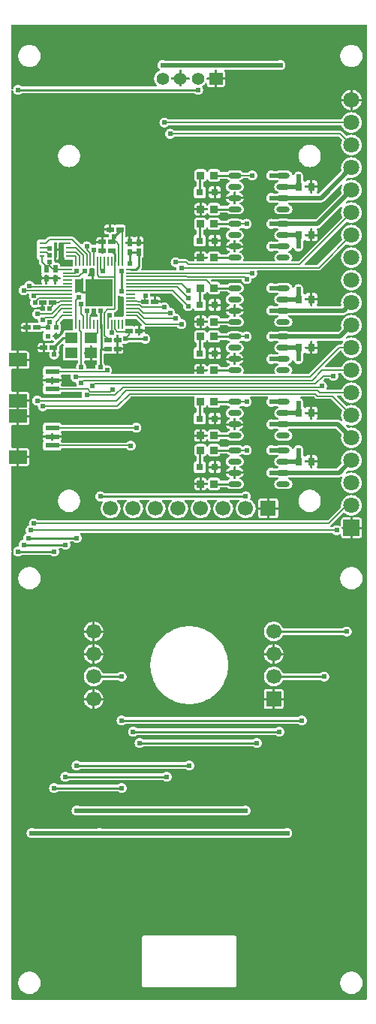
<source format=gtl>
G04 Layer: TopLayer*
G04 EasyEDA v6.5.29, 2023-07-18 11:37:26*
G04 44a429887d2946ba859a18da238e0ce0,5a6b42c53f6a479593ecc07194224c93,10*
G04 Gerber Generator version 0.2*
G04 Scale: 100 percent, Rotated: No, Reflected: No *
G04 Dimensions in millimeters *
G04 leading zeros omitted , absolute positions ,4 integer and 5 decimal *
%FSLAX45Y45*%
%MOMM*%

%AMMACRO1*21,1,$1,$2,0,0,$3*%
%ADD10C,0.5000*%
%ADD11C,0.1270*%
%ADD12C,0.2540*%
%ADD13C,0.2000*%
%ADD14MACRO1,0.54X0.7901X90.0000*%
%ADD15MACRO1,0.864X0.8065X90.0000*%
%ADD16R,0.8000X0.8000*%
%ADD17R,0.8000X0.9000*%
%ADD18O,1.5200122X0.5999988*%
%ADD19MACRO1,0.54X0.7901X0.0000*%
%ADD20R,0.5400X0.7901*%
%ADD21MACRO1,0.54X0.7901X-90.0000*%
%ADD22MACRO1,1.2X1.4X90.0000*%
%ADD23R,1.4000X1.2000*%
%ADD24MACRO1,1.2X1.4X-90.0000*%
%ADD25R,1.1000X0.2000*%
%ADD26R,0.2000X1.1000*%
%ADD27R,3.1000X3.1000*%
%ADD28R,0.6000X0.2800*%
%ADD29R,0.3000X1.7000*%
%ADD30R,0.5500X0.5500*%
%ADD31R,1.5500X0.6000*%
%ADD32R,2.0000X1.5000*%
%ADD33C,1.8000*%
%ADD34MACRO1,1.8X1.8X90.0000*%
%ADD35C,1.7000*%
%ADD36MACRO1,1.7X1.7X90.0000*%
%ADD37MACRO1,1.7X1.7X0.0000*%
%ADD38C,1.4000*%
%ADD39R,1.5240X1.4000*%
%ADD40C,0.6096*%
%ADD41C,0.0105*%

%LPD*%
G36*
X1929434Y11214608D02*
G01*
X1925574Y11215370D01*
X1922272Y11217605D01*
X1920087Y11220856D01*
X1919274Y11224768D01*
X1919274Y11290300D01*
X1837893Y11290300D01*
X1833981Y11291062D01*
X1830730Y11293246D01*
X1828495Y11296548D01*
X1827733Y11300460D01*
X1827733Y11305540D01*
X1828495Y11309400D01*
X1830730Y11312702D01*
X1833981Y11314887D01*
X1837893Y11315700D01*
X1919274Y11315700D01*
X1919274Y11394338D01*
X1920087Y11398199D01*
X1922272Y11401501D01*
X1925574Y11403736D01*
X1929434Y11404498D01*
X1934514Y11404498D01*
X1938426Y11403736D01*
X1941728Y11401501D01*
X1943912Y11398199D01*
X1944674Y11394338D01*
X1944674Y11315700D01*
X2026107Y11315700D01*
X2029968Y11314887D01*
X2033270Y11312702D01*
X2035505Y11309400D01*
X2036267Y11305540D01*
X2036267Y11300460D01*
X2035505Y11296548D01*
X2033270Y11293246D01*
X2029968Y11291062D01*
X2026107Y11290300D01*
X1944674Y11290300D01*
X1944674Y11224768D01*
X1943912Y11220856D01*
X1941728Y11217605D01*
X1938426Y11215370D01*
X1934514Y11214608D01*
G37*

%LPD*%
G36*
X36068Y914908D02*
G01*
X32156Y915669D01*
X28905Y917905D01*
X26670Y921156D01*
X25908Y925068D01*
X25908Y5957417D01*
X26771Y5961481D01*
X29159Y5964885D01*
X32715Y5967018D01*
X36830Y5967577D01*
X40792Y5966409D01*
X43992Y5963767D01*
X45872Y5960059D01*
X48666Y5949746D01*
X52781Y5940806D01*
X58419Y5932779D01*
X65379Y5925820D01*
X73406Y5920181D01*
X82346Y5916066D01*
X91795Y5913526D01*
X101600Y5912662D01*
X111404Y5913526D01*
X120853Y5916066D01*
X129794Y5920181D01*
X137820Y5925820D01*
X139395Y5927394D01*
X142697Y5929630D01*
X146608Y5930392D01*
X462991Y5930392D01*
X466902Y5929630D01*
X470204Y5927394D01*
X471779Y5925820D01*
X479806Y5920181D01*
X488746Y5916066D01*
X498195Y5913526D01*
X508000Y5912662D01*
X517804Y5913526D01*
X527253Y5916066D01*
X536194Y5920181D01*
X544220Y5925820D01*
X551180Y5932779D01*
X556818Y5940806D01*
X560933Y5949746D01*
X563473Y5959195D01*
X564337Y5969000D01*
X563473Y5978804D01*
X560933Y5988253D01*
X559155Y5992114D01*
X558190Y5996076D01*
X558850Y6000089D01*
X561035Y6003493D01*
X564388Y6005779D01*
X568350Y6006592D01*
X589991Y6006592D01*
X593902Y6005830D01*
X597204Y6003594D01*
X598779Y6002020D01*
X606806Y5996381D01*
X615746Y5992266D01*
X625195Y5989726D01*
X635000Y5988862D01*
X644804Y5989726D01*
X654253Y5992266D01*
X663194Y5996381D01*
X671220Y6002020D01*
X678180Y6008979D01*
X683818Y6017006D01*
X687933Y6025946D01*
X690473Y6035395D01*
X691337Y6045200D01*
X690473Y6055004D01*
X687933Y6064453D01*
X686155Y6068314D01*
X685190Y6072276D01*
X685850Y6076289D01*
X688035Y6079693D01*
X691388Y6081979D01*
X695350Y6082792D01*
X716991Y6082792D01*
X720902Y6082030D01*
X724204Y6079794D01*
X725779Y6078220D01*
X733806Y6072581D01*
X742746Y6068466D01*
X752195Y6065926D01*
X762000Y6065062D01*
X771804Y6065926D01*
X781253Y6068466D01*
X790194Y6072581D01*
X798220Y6078220D01*
X805180Y6085179D01*
X810818Y6093206D01*
X814933Y6102146D01*
X817473Y6111595D01*
X818337Y6121400D01*
X817473Y6131204D01*
X814933Y6140653D01*
X810818Y6149594D01*
X805180Y6157620D01*
X802081Y6160719D01*
X799896Y6163970D01*
X799134Y6167882D01*
X799896Y6171793D01*
X802081Y6175044D01*
X805383Y6177280D01*
X809294Y6178042D01*
X3644493Y6178042D01*
X3648405Y6177280D01*
X3651707Y6175044D01*
X3659530Y6167120D01*
X3667506Y6161481D01*
X3676446Y6157366D01*
X3685895Y6154826D01*
X3695700Y6153962D01*
X3705504Y6154826D01*
X3714953Y6157366D01*
X3723894Y6161481D01*
X3728872Y6165037D01*
X3732936Y6166713D01*
X3737356Y6166510D01*
X3741267Y6164478D01*
X3743909Y6160973D01*
X3744874Y6156706D01*
X3744874Y6146292D01*
X3745585Y6139942D01*
X3747515Y6134506D01*
X3750564Y6129578D01*
X3754678Y6125514D01*
X3759555Y6122416D01*
X3765042Y6120485D01*
X3771341Y6119774D01*
X3848100Y6119774D01*
X3848100Y6223000D01*
X3758184Y6223000D01*
X3754424Y6223711D01*
X3751224Y6225794D01*
X3748989Y6228842D01*
X3746601Y6233922D01*
X3745687Y6237884D01*
X3746347Y6241897D01*
X3748532Y6245301D01*
X3751834Y6247587D01*
X3755796Y6248400D01*
X3848100Y6248400D01*
X3848100Y6351625D01*
X3771341Y6351625D01*
X3765042Y6350914D01*
X3759555Y6348984D01*
X3754678Y6345885D01*
X3750564Y6341821D01*
X3747515Y6336893D01*
X3745585Y6331458D01*
X3744874Y6325108D01*
X3744874Y6263894D01*
X3743909Y6259626D01*
X3741267Y6256121D01*
X3737356Y6254089D01*
X3732936Y6253886D01*
X3728872Y6255562D01*
X3723894Y6259118D01*
X3714953Y6263233D01*
X3705504Y6265773D01*
X3695700Y6266637D01*
X3685895Y6265773D01*
X3676446Y6263233D01*
X3667506Y6259118D01*
X3659530Y6253480D01*
X3651707Y6245555D01*
X3648405Y6243320D01*
X3644493Y6242558D01*
X3632352Y6242558D01*
X3628339Y6243370D01*
X3624986Y6245707D01*
X3622801Y6249212D01*
X3622192Y6253226D01*
X3623259Y6257188D01*
X3625748Y6260439D01*
X3629914Y6263995D01*
X3769258Y6403340D01*
X3772357Y6405473D01*
X3775964Y6406337D01*
X3779672Y6405829D01*
X3782923Y6404000D01*
X3792677Y6395923D01*
X3804970Y6388150D01*
X3818128Y6381953D01*
X3831996Y6377432D01*
X3846271Y6374739D01*
X3860800Y6373825D01*
X3875328Y6374739D01*
X3889603Y6377432D01*
X3903472Y6381953D01*
X3916629Y6388150D01*
X3928922Y6395923D01*
X3940098Y6405219D01*
X3950106Y6415836D01*
X3958640Y6427622D01*
X3965651Y6440373D01*
X3970985Y6453886D01*
X3974642Y6468008D01*
X3976471Y6482435D01*
X3976471Y6496964D01*
X3974642Y6511391D01*
X3970985Y6525514D01*
X3965651Y6539026D01*
X3958640Y6551777D01*
X3950106Y6563563D01*
X3940098Y6574180D01*
X3928922Y6583476D01*
X3916629Y6591249D01*
X3903472Y6597446D01*
X3889603Y6601968D01*
X3875328Y6604660D01*
X3860800Y6605574D01*
X3846271Y6604660D01*
X3831996Y6601968D01*
X3818128Y6597446D01*
X3804970Y6591249D01*
X3792677Y6583476D01*
X3781450Y6574180D01*
X3771493Y6563563D01*
X3762959Y6551777D01*
X3755948Y6539026D01*
X3750564Y6525514D01*
X3746957Y6511391D01*
X3745128Y6496964D01*
X3745128Y6482435D01*
X3745839Y6476746D01*
X3745788Y6473647D01*
X3744772Y6470751D01*
X3742944Y6468262D01*
X3596436Y6321755D01*
X3593134Y6319520D01*
X3589223Y6318758D01*
X330606Y6318758D01*
X326694Y6319520D01*
X323392Y6321755D01*
X315569Y6329680D01*
X307594Y6335318D01*
X298653Y6339433D01*
X289204Y6341973D01*
X279400Y6342837D01*
X269595Y6341973D01*
X260146Y6339433D01*
X251206Y6335318D01*
X243179Y6329680D01*
X236220Y6322720D01*
X230581Y6314694D01*
X226466Y6305753D01*
X223926Y6296304D01*
X223062Y6286500D01*
X223926Y6276695D01*
X224688Y6273749D01*
X224993Y6270244D01*
X224078Y6266840D01*
X222046Y6263944D01*
X219202Y6261912D01*
X213106Y6259118D01*
X205079Y6253480D01*
X198120Y6246520D01*
X192481Y6238494D01*
X188366Y6229553D01*
X185826Y6220104D01*
X184962Y6210300D01*
X185826Y6200495D01*
X188366Y6190996D01*
X191871Y6183223D01*
X192735Y6179820D01*
X192430Y6176365D01*
X190957Y6173165D01*
X188468Y6170726D01*
X179679Y6164580D01*
X172720Y6157620D01*
X167081Y6149594D01*
X162966Y6140653D01*
X160426Y6131204D01*
X159562Y6121400D01*
X160477Y6110782D01*
X160172Y6107277D01*
X158699Y6104077D01*
X156210Y6101537D01*
X153009Y6100064D01*
X145846Y6098133D01*
X136906Y6094018D01*
X128879Y6088380D01*
X121920Y6081420D01*
X116281Y6073394D01*
X112166Y6064453D01*
X109626Y6055004D01*
X108762Y6045200D01*
X109524Y6036259D01*
X109118Y6032296D01*
X107187Y6028842D01*
X104089Y6026353D01*
X100279Y6025235D01*
X91795Y6024473D01*
X82346Y6021933D01*
X73406Y6017818D01*
X65379Y6012180D01*
X58419Y6005220D01*
X52781Y5997194D01*
X48666Y5988253D01*
X45872Y5977940D01*
X43992Y5974232D01*
X40792Y5971590D01*
X36830Y5970422D01*
X32715Y5970981D01*
X29159Y5973114D01*
X26771Y5976518D01*
X25908Y5980582D01*
X25908Y6923328D01*
X26670Y6927189D01*
X28905Y6930491D01*
X32156Y6932726D01*
X36068Y6933488D01*
X85648Y6933488D01*
X85648Y7021677D01*
X36068Y7021677D01*
X32156Y7022439D01*
X28905Y7024674D01*
X26670Y7027976D01*
X25908Y7031837D01*
X25908Y7036917D01*
X26670Y7040829D01*
X28905Y7044131D01*
X32156Y7046315D01*
X36068Y7047077D01*
X85648Y7047077D01*
X85648Y7135317D01*
X36068Y7135317D01*
X32156Y7136079D01*
X28905Y7138263D01*
X26670Y7141565D01*
X25908Y7145477D01*
X25908Y7383322D01*
X26670Y7387234D01*
X28905Y7390536D01*
X32156Y7392720D01*
X36068Y7393482D01*
X85648Y7393482D01*
X85648Y7481722D01*
X36068Y7481722D01*
X32156Y7482484D01*
X28905Y7484668D01*
X26670Y7487970D01*
X25908Y7491882D01*
X25908Y7496962D01*
X26670Y7500823D01*
X28905Y7504125D01*
X32156Y7506360D01*
X36068Y7507122D01*
X85648Y7507122D01*
X85648Y7656677D01*
X36068Y7656677D01*
X32156Y7657439D01*
X28905Y7659674D01*
X26670Y7662976D01*
X25908Y7666837D01*
X25908Y7671917D01*
X26670Y7675829D01*
X28905Y7679131D01*
X32156Y7681315D01*
X36068Y7682077D01*
X85648Y7682077D01*
X85648Y7770317D01*
X36068Y7770317D01*
X32156Y7771079D01*
X28905Y7773263D01*
X26670Y7776565D01*
X25908Y7780477D01*
X25908Y8018322D01*
X26670Y8022234D01*
X28905Y8025536D01*
X32156Y8027720D01*
X36068Y8028482D01*
X85648Y8028482D01*
X85648Y8116722D01*
X36068Y8116722D01*
X32156Y8117484D01*
X28905Y8119668D01*
X26670Y8122970D01*
X25908Y8126882D01*
X25908Y8131962D01*
X26670Y8135823D01*
X28905Y8139125D01*
X32156Y8141360D01*
X36068Y8142122D01*
X85648Y8142122D01*
X85648Y8230311D01*
X36068Y8230311D01*
X32156Y8231073D01*
X28905Y8233308D01*
X26670Y8236610D01*
X25908Y8240471D01*
X25908Y11164417D01*
X26771Y11168481D01*
X29159Y11171885D01*
X32715Y11174018D01*
X36830Y11174577D01*
X40792Y11173409D01*
X43992Y11170767D01*
X45872Y11167059D01*
X48666Y11156746D01*
X52781Y11147806D01*
X58419Y11139779D01*
X65379Y11132820D01*
X73406Y11127181D01*
X82346Y11123066D01*
X91795Y11120526D01*
X101600Y11119662D01*
X111404Y11120526D01*
X120853Y11123066D01*
X129794Y11127181D01*
X137820Y11132820D01*
X139395Y11134394D01*
X142697Y11136630D01*
X146608Y11137392D01*
X2087016Y11137392D01*
X2090877Y11136630D01*
X2094179Y11134394D01*
X2095754Y11132820D01*
X2103831Y11127181D01*
X2112721Y11123066D01*
X2122220Y11120526D01*
X2132025Y11119662D01*
X2141778Y11120526D01*
X2151278Y11123066D01*
X2160168Y11127181D01*
X2168245Y11132820D01*
X2175154Y11139779D01*
X2180793Y11147806D01*
X2184958Y11156746D01*
X2187498Y11166195D01*
X2188362Y11176000D01*
X2187498Y11185804D01*
X2184958Y11195253D01*
X2180793Y11204194D01*
X2178913Y11206886D01*
X2177288Y11210696D01*
X2177288Y11214811D01*
X2178913Y11218570D01*
X2181961Y11221415D01*
X2187295Y11224666D01*
X2197455Y11232896D01*
X2206396Y11242446D01*
X2211425Y11249609D01*
X2214524Y11252504D01*
X2218588Y11253876D01*
X2222804Y11253470D01*
X2226513Y11251336D01*
X2229002Y11247932D01*
X2229866Y11243767D01*
X2229866Y11233556D01*
X2230577Y11227206D01*
X2232507Y11221770D01*
X2235606Y11216843D01*
X2239670Y11212779D01*
X2244598Y11209680D01*
X2250033Y11207800D01*
X2256383Y11207089D01*
X2319274Y11207089D01*
X2319274Y11290300D01*
X2237892Y11290300D01*
X2233980Y11291062D01*
X2230729Y11293246D01*
X2228494Y11296548D01*
X2227732Y11300460D01*
X2227732Y11305540D01*
X2228494Y11309400D01*
X2230729Y11312702D01*
X2233980Y11314887D01*
X2237892Y11315700D01*
X2319274Y11315700D01*
X2319274Y11394338D01*
X2320086Y11398199D01*
X2322271Y11401501D01*
X2325573Y11403736D01*
X2329434Y11404498D01*
X2334514Y11404498D01*
X2338425Y11403736D01*
X2341727Y11401501D01*
X2343912Y11398199D01*
X2344674Y11394338D01*
X2344674Y11315700D01*
X2434082Y11315700D01*
X2434082Y11372392D01*
X2433370Y11378742D01*
X2431491Y11384178D01*
X2428494Y11388902D01*
X2427020Y11392966D01*
X2427376Y11397234D01*
X2429459Y11400993D01*
X2432913Y11403584D01*
X2437130Y11404498D01*
X3034792Y11404498D01*
X3039110Y11403533D01*
X3041446Y11402466D01*
X3050895Y11399926D01*
X3060700Y11399062D01*
X3070504Y11399926D01*
X3079953Y11402466D01*
X3088894Y11406581D01*
X3096920Y11412220D01*
X3103880Y11419179D01*
X3109518Y11427206D01*
X3113633Y11436146D01*
X3116173Y11445595D01*
X3117037Y11455400D01*
X3116173Y11465204D01*
X3113633Y11474653D01*
X3109518Y11483594D01*
X3103880Y11491620D01*
X3096920Y11498580D01*
X3088894Y11504218D01*
X3079953Y11508333D01*
X3070504Y11510873D01*
X3060700Y11511737D01*
X3050895Y11510873D01*
X3041446Y11508333D01*
X3039110Y11507266D01*
X3034792Y11506301D01*
X1757883Y11506301D01*
X1753616Y11507266D01*
X1751279Y11508333D01*
X1741779Y11510873D01*
X1732025Y11511737D01*
X1722221Y11510873D01*
X1712722Y11508333D01*
X1703832Y11504218D01*
X1695754Y11498580D01*
X1688846Y11491620D01*
X1683207Y11483594D01*
X1679041Y11474653D01*
X1676501Y11465204D01*
X1675638Y11455400D01*
X1676501Y11445595D01*
X1679041Y11436146D01*
X1683207Y11427206D01*
X1688846Y11419179D01*
X1695754Y11412220D01*
X1699158Y11409883D01*
X1702054Y11406733D01*
X1703425Y11402669D01*
X1702968Y11398402D01*
X1700834Y11394744D01*
X1697380Y11392255D01*
X1687880Y11388090D01*
X1676704Y11381333D01*
X1666544Y11373053D01*
X1657604Y11363502D01*
X1650085Y11352784D01*
X1644040Y11341201D01*
X1639671Y11328857D01*
X1636979Y11316055D01*
X1636115Y11303000D01*
X1636979Y11289944D01*
X1639671Y11277092D01*
X1644040Y11264798D01*
X1650085Y11253165D01*
X1657604Y11242446D01*
X1666849Y11232642D01*
X1669491Y11229441D01*
X1670608Y11225479D01*
X1669999Y11221364D01*
X1667865Y11217808D01*
X1664512Y11215471D01*
X1660448Y11214608D01*
X146608Y11214608D01*
X142697Y11215370D01*
X139395Y11217605D01*
X137820Y11219180D01*
X129794Y11224818D01*
X120853Y11228933D01*
X111404Y11231473D01*
X101600Y11232337D01*
X91795Y11231473D01*
X82346Y11228933D01*
X73406Y11224818D01*
X65379Y11219180D01*
X58419Y11212220D01*
X52781Y11204194D01*
X48666Y11195253D01*
X45872Y11184940D01*
X43992Y11181232D01*
X40792Y11178590D01*
X36830Y11177422D01*
X32715Y11177981D01*
X29159Y11180114D01*
X26771Y11183518D01*
X25908Y11187582D01*
X25908Y11901932D01*
X26670Y11905843D01*
X28905Y11909094D01*
X32156Y11911330D01*
X36068Y11912092D01*
X4027932Y11912092D01*
X4031843Y11911330D01*
X4035094Y11909094D01*
X4037329Y11905843D01*
X4038092Y11901932D01*
X4038092Y925068D01*
X4037329Y921156D01*
X4035094Y917905D01*
X4031843Y915669D01*
X4027932Y914908D01*
G37*

%LPC*%
G36*
X2172563Y7208012D02*
G01*
X2199640Y7208012D01*
X2205939Y7208723D01*
X2211425Y7210602D01*
X2216302Y7213701D01*
X2220417Y7217765D01*
X2223465Y7222693D01*
X2225598Y7228738D01*
X2227732Y7232294D01*
X2231136Y7234732D01*
X2235200Y7235545D01*
X2239264Y7234732D01*
X2242667Y7232294D01*
X2244801Y7228738D01*
X2246934Y7222693D01*
X2249982Y7217765D01*
X2254097Y7213701D01*
X2258974Y7210602D01*
X2264460Y7208723D01*
X2270760Y7208012D01*
X2350262Y7208012D01*
X2356612Y7208723D01*
X2362047Y7210602D01*
X2366975Y7213701D01*
X2371039Y7217765D01*
X2374138Y7222693D01*
X2376068Y7228128D01*
X2377236Y7233005D01*
X2379522Y7235901D01*
X2382672Y7237831D01*
X2386279Y7238492D01*
X2455113Y7238492D01*
X2458974Y7237730D01*
X2462276Y7235494D01*
X2463495Y7234326D01*
X2471470Y7228738D01*
X2480310Y7224623D01*
X2489708Y7222083D01*
X2499868Y7221169D01*
X2590952Y7221169D01*
X2601112Y7222083D01*
X2610510Y7224623D01*
X2619349Y7228738D01*
X2627325Y7234326D01*
X2634183Y7241184D01*
X2639771Y7249159D01*
X2643886Y7257999D01*
X2646426Y7267397D01*
X2647289Y7277100D01*
X2646426Y7286802D01*
X2643886Y7296200D01*
X2639771Y7305040D01*
X2634183Y7313015D01*
X2627325Y7319873D01*
X2619349Y7325461D01*
X2610510Y7329576D01*
X2606090Y7330795D01*
X2602179Y7332827D01*
X2599486Y7336281D01*
X2598572Y7340600D01*
X2599486Y7344918D01*
X2602179Y7348372D01*
X2606090Y7350404D01*
X2610510Y7351623D01*
X2619349Y7355738D01*
X2627325Y7361326D01*
X2634183Y7368184D01*
X2639771Y7376159D01*
X2643886Y7384999D01*
X2645613Y7391400D01*
X2558084Y7391400D01*
X2558084Y7343190D01*
X2557322Y7339279D01*
X2555138Y7335977D01*
X2551836Y7333792D01*
X2547924Y7333030D01*
X2542844Y7333030D01*
X2538984Y7333792D01*
X2535682Y7335977D01*
X2533497Y7339279D01*
X2532684Y7343190D01*
X2532684Y7391400D01*
X2445207Y7391400D01*
X2446883Y7384999D01*
X2450998Y7376159D01*
X2456586Y7368184D01*
X2463495Y7361326D01*
X2471470Y7355738D01*
X2480310Y7351623D01*
X2484729Y7350404D01*
X2488641Y7348372D01*
X2491282Y7344918D01*
X2492248Y7340600D01*
X2491282Y7336281D01*
X2488641Y7332827D01*
X2484729Y7330795D01*
X2480310Y7329576D01*
X2471470Y7325461D01*
X2463495Y7319873D01*
X2462276Y7318705D01*
X2458974Y7316470D01*
X2455113Y7315708D01*
X2386279Y7315708D01*
X2382672Y7316368D01*
X2379522Y7318298D01*
X2377236Y7321194D01*
X2376068Y7326071D01*
X2374138Y7331506D01*
X2371039Y7336434D01*
X2366975Y7340498D01*
X2362047Y7343597D01*
X2356612Y7345476D01*
X2350262Y7346188D01*
X2270760Y7346188D01*
X2264460Y7345476D01*
X2258974Y7343597D01*
X2254097Y7340498D01*
X2249982Y7336434D01*
X2246934Y7331506D01*
X2244801Y7325461D01*
X2242667Y7321905D01*
X2239264Y7319467D01*
X2235200Y7318654D01*
X2231136Y7319467D01*
X2227732Y7321905D01*
X2225598Y7325461D01*
X2223465Y7331506D01*
X2220417Y7336434D01*
X2216302Y7340498D01*
X2211425Y7343597D01*
X2205939Y7345476D01*
X2199640Y7346188D01*
X2172563Y7346188D01*
X2172563Y7289800D01*
X2234133Y7289800D01*
X2238044Y7289038D01*
X2241296Y7286802D01*
X2243531Y7283551D01*
X2244293Y7279640D01*
X2244293Y7274559D01*
X2243531Y7270648D01*
X2241296Y7267397D01*
X2238044Y7265162D01*
X2234133Y7264400D01*
X2172563Y7264400D01*
G37*
G36*
X1524558Y1053592D02*
G01*
X2539441Y1053592D01*
X2545740Y1054303D01*
X2551226Y1056233D01*
X2556103Y1059281D01*
X2560218Y1063396D01*
X2563266Y1068273D01*
X2565196Y1073759D01*
X2565908Y1080058D01*
X2565908Y1612341D01*
X2565196Y1618640D01*
X2563266Y1624126D01*
X2560218Y1629003D01*
X2556103Y1633118D01*
X2551226Y1636166D01*
X2545740Y1638096D01*
X2539441Y1638807D01*
X1524558Y1638807D01*
X1518259Y1638096D01*
X1512773Y1636166D01*
X1507896Y1633118D01*
X1503781Y1629003D01*
X1500733Y1624126D01*
X1498803Y1618640D01*
X1498092Y1612341D01*
X1498092Y1080058D01*
X1498803Y1073759D01*
X1500733Y1068273D01*
X1503781Y1063396D01*
X1507896Y1059281D01*
X1512773Y1056233D01*
X1518259Y1054303D01*
G37*
G36*
X254000Y2737662D02*
G01*
X263804Y2738526D01*
X273253Y2741066D01*
X275590Y2742133D01*
X279908Y2743098D01*
X990092Y2743098D01*
X994410Y2742133D01*
X996746Y2741066D01*
X1006195Y2738526D01*
X1016000Y2737662D01*
X1025804Y2738526D01*
X1035253Y2741066D01*
X1037590Y2742133D01*
X1041908Y2743098D01*
X3110992Y2743098D01*
X3115310Y2742133D01*
X3117646Y2741066D01*
X3127095Y2738526D01*
X3136900Y2737662D01*
X3146704Y2738526D01*
X3156153Y2741066D01*
X3165094Y2745181D01*
X3173120Y2750820D01*
X3180080Y2757779D01*
X3185718Y2765806D01*
X3189833Y2774746D01*
X3192373Y2784195D01*
X3193237Y2794000D01*
X3192373Y2803804D01*
X3189833Y2813253D01*
X3185718Y2822194D01*
X3180080Y2830220D01*
X3173120Y2837180D01*
X3165094Y2842818D01*
X3156153Y2846933D01*
X3146704Y2849473D01*
X3136900Y2850337D01*
X3127095Y2849473D01*
X3117646Y2846933D01*
X3115310Y2845866D01*
X3110992Y2844901D01*
X1041908Y2844901D01*
X1037590Y2845866D01*
X1035253Y2846933D01*
X1025804Y2849473D01*
X1016000Y2850337D01*
X1006195Y2849473D01*
X996746Y2846933D01*
X994410Y2845866D01*
X990092Y2844901D01*
X279908Y2844901D01*
X275590Y2845866D01*
X273253Y2846933D01*
X263804Y2849473D01*
X254000Y2850337D01*
X244195Y2849473D01*
X234746Y2846933D01*
X225806Y2842818D01*
X217779Y2837180D01*
X210820Y2830220D01*
X205181Y2822194D01*
X201066Y2813253D01*
X198526Y2803804D01*
X197662Y2794000D01*
X198526Y2784195D01*
X201066Y2774746D01*
X205181Y2765806D01*
X210820Y2757779D01*
X217779Y2750820D01*
X225806Y2745181D01*
X234746Y2741066D01*
X244195Y2738526D01*
G37*
G36*
X228600Y11431117D02*
G01*
X243789Y11432032D01*
X258724Y11434775D01*
X273253Y11439296D01*
X287121Y11445544D01*
X300126Y11453418D01*
X312064Y11462766D01*
X322834Y11473535D01*
X332181Y11485473D01*
X340055Y11498478D01*
X346303Y11512346D01*
X350824Y11526875D01*
X353568Y11541810D01*
X354482Y11557000D01*
X353568Y11572189D01*
X350824Y11587124D01*
X346303Y11601653D01*
X340055Y11615521D01*
X332181Y11628526D01*
X322834Y11640464D01*
X312064Y11651234D01*
X300126Y11660581D01*
X287121Y11668455D01*
X273253Y11674703D01*
X258724Y11679224D01*
X243789Y11681968D01*
X228600Y11682882D01*
X213410Y11681968D01*
X198475Y11679224D01*
X183946Y11674703D01*
X170078Y11668455D01*
X157073Y11660581D01*
X145135Y11651234D01*
X134366Y11640464D01*
X125018Y11628526D01*
X117144Y11615521D01*
X110896Y11601653D01*
X106375Y11587124D01*
X103632Y11572189D01*
X102717Y11557000D01*
X103632Y11541810D01*
X106375Y11526875D01*
X110896Y11512346D01*
X117144Y11498478D01*
X125018Y11485473D01*
X134366Y11473535D01*
X145135Y11462766D01*
X157073Y11453418D01*
X170078Y11445544D01*
X183946Y11439296D01*
X198475Y11434775D01*
X213410Y11432032D01*
G37*
G36*
X3860800Y11431117D02*
G01*
X3875989Y11432032D01*
X3890924Y11434775D01*
X3905453Y11439296D01*
X3919321Y11445544D01*
X3932326Y11453418D01*
X3944264Y11462766D01*
X3955034Y11473535D01*
X3964381Y11485473D01*
X3972255Y11498478D01*
X3978503Y11512346D01*
X3983024Y11526875D01*
X3985768Y11541810D01*
X3986682Y11557000D01*
X3985768Y11572189D01*
X3983024Y11587124D01*
X3978503Y11601653D01*
X3972255Y11615521D01*
X3964381Y11628526D01*
X3955034Y11640464D01*
X3944264Y11651234D01*
X3932326Y11660581D01*
X3919321Y11668455D01*
X3905453Y11674703D01*
X3890924Y11679224D01*
X3875989Y11681968D01*
X3860800Y11682882D01*
X3845610Y11681968D01*
X3830675Y11679224D01*
X3816146Y11674703D01*
X3802278Y11668455D01*
X3789273Y11660581D01*
X3777335Y11651234D01*
X3766565Y11640464D01*
X3757218Y11628526D01*
X3749344Y11615521D01*
X3743096Y11601653D01*
X3738575Y11587124D01*
X3735832Y11572189D01*
X3734917Y11557000D01*
X3735832Y11541810D01*
X3738575Y11526875D01*
X3743096Y11512346D01*
X3749344Y11498478D01*
X3757218Y11485473D01*
X3766565Y11473535D01*
X3777335Y11462766D01*
X3789273Y11453418D01*
X3802278Y11445544D01*
X3816146Y11439296D01*
X3830675Y11434775D01*
X3845610Y11432032D01*
G37*
G36*
X2344674Y11207089D02*
G01*
X2407615Y11207089D01*
X2413965Y11207800D01*
X2419400Y11209680D01*
X2424328Y11212779D01*
X2428392Y11216843D01*
X2431491Y11221770D01*
X2433370Y11227206D01*
X2434082Y11233556D01*
X2434082Y11290300D01*
X2344674Y11290300D01*
G37*
G36*
X3745839Y11074400D02*
G01*
X3848100Y11074400D01*
X3848100Y11176812D01*
X3846271Y11176660D01*
X3831996Y11173968D01*
X3818128Y11169446D01*
X3804970Y11163249D01*
X3792677Y11155476D01*
X3781450Y11146180D01*
X3771493Y11135563D01*
X3762959Y11123777D01*
X3755948Y11111026D01*
X3750564Y11097514D01*
X3746957Y11083391D01*
G37*
G36*
X762000Y2991662D02*
G01*
X771804Y2992526D01*
X781253Y2995066D01*
X783590Y2996133D01*
X787908Y2997098D01*
X2641092Y2997098D01*
X2645410Y2996133D01*
X2647746Y2995066D01*
X2657195Y2992526D01*
X2667000Y2991662D01*
X2676804Y2992526D01*
X2686253Y2995066D01*
X2695194Y2999181D01*
X2703220Y3004820D01*
X2710180Y3011779D01*
X2715818Y3019806D01*
X2719933Y3028746D01*
X2722473Y3038195D01*
X2723337Y3048000D01*
X2722473Y3057804D01*
X2719933Y3067253D01*
X2715818Y3076194D01*
X2710180Y3084220D01*
X2703220Y3091180D01*
X2695194Y3096818D01*
X2686253Y3100933D01*
X2676804Y3103473D01*
X2667000Y3104337D01*
X2657195Y3103473D01*
X2647746Y3100933D01*
X2645410Y3099866D01*
X2641092Y3098901D01*
X787908Y3098901D01*
X783590Y3099866D01*
X781253Y3100933D01*
X771804Y3103473D01*
X762000Y3104337D01*
X752195Y3103473D01*
X742746Y3100933D01*
X733806Y3096818D01*
X725779Y3091180D01*
X718820Y3084220D01*
X713181Y3076194D01*
X709066Y3067253D01*
X706526Y3057804D01*
X705662Y3048000D01*
X706526Y3038195D01*
X709066Y3028746D01*
X713181Y3019806D01*
X718820Y3011779D01*
X725779Y3004820D01*
X733806Y2999181D01*
X742746Y2995066D01*
X752195Y2992526D01*
G37*
G36*
X3873500Y11074400D02*
G01*
X3975760Y11074400D01*
X3974642Y11083391D01*
X3970985Y11097514D01*
X3965651Y11111026D01*
X3958640Y11123777D01*
X3950106Y11135563D01*
X3940098Y11146180D01*
X3928922Y11155476D01*
X3916629Y11163249D01*
X3903472Y11169446D01*
X3889603Y11173968D01*
X3875328Y11176660D01*
X3873500Y11176812D01*
G37*
G36*
X3873500Y10946587D02*
G01*
X3875328Y10946739D01*
X3889603Y10949432D01*
X3903472Y10953953D01*
X3916629Y10960150D01*
X3928922Y10967923D01*
X3940098Y10977219D01*
X3950106Y10987836D01*
X3958640Y10999622D01*
X3965651Y11012373D01*
X3970985Y11025886D01*
X3974642Y11040008D01*
X3975760Y11049000D01*
X3873500Y11049000D01*
G37*
G36*
X508000Y3245662D02*
G01*
X517804Y3246526D01*
X527253Y3249066D01*
X536194Y3253181D01*
X544220Y3258820D01*
X545795Y3260394D01*
X549097Y3262629D01*
X553008Y3263392D01*
X1224991Y3263392D01*
X1228902Y3262629D01*
X1232204Y3260394D01*
X1233779Y3258820D01*
X1241806Y3253181D01*
X1250746Y3249066D01*
X1260195Y3246526D01*
X1270000Y3245662D01*
X1279804Y3246526D01*
X1289253Y3249066D01*
X1298194Y3253181D01*
X1306220Y3258820D01*
X1313180Y3265779D01*
X1318818Y3273806D01*
X1322933Y3282746D01*
X1325473Y3292195D01*
X1326337Y3302000D01*
X1325473Y3311804D01*
X1322933Y3321253D01*
X1318818Y3330194D01*
X1313180Y3338220D01*
X1306220Y3345179D01*
X1298194Y3350818D01*
X1289253Y3354933D01*
X1279804Y3357473D01*
X1270000Y3358337D01*
X1260195Y3357473D01*
X1250746Y3354933D01*
X1241806Y3350818D01*
X1233779Y3345179D01*
X1232204Y3343605D01*
X1228902Y3341370D01*
X1224991Y3340608D01*
X553008Y3340608D01*
X549097Y3341370D01*
X545795Y3343605D01*
X544220Y3345179D01*
X536194Y3350818D01*
X527253Y3354933D01*
X517804Y3357473D01*
X508000Y3358337D01*
X498195Y3357473D01*
X488746Y3354933D01*
X479806Y3350818D01*
X471779Y3345179D01*
X464820Y3338220D01*
X459181Y3330194D01*
X455066Y3321253D01*
X452526Y3311804D01*
X451662Y3302000D01*
X452526Y3292195D01*
X455066Y3282746D01*
X459181Y3273806D01*
X464820Y3265779D01*
X471779Y3258820D01*
X479806Y3253181D01*
X488746Y3249066D01*
X498195Y3246526D01*
G37*
G36*
X3848100Y10946587D02*
G01*
X3848100Y11049000D01*
X3745839Y11049000D01*
X3746957Y11040008D01*
X3750564Y11025886D01*
X3755948Y11012373D01*
X3762959Y10999622D01*
X3771493Y10987836D01*
X3781450Y10977219D01*
X3792677Y10967923D01*
X3804970Y10960150D01*
X3818128Y10953953D01*
X3831996Y10949432D01*
X3846271Y10946739D01*
G37*
G36*
X3860800Y10691825D02*
G01*
X3875328Y10692739D01*
X3889603Y10695432D01*
X3903472Y10699953D01*
X3916629Y10706150D01*
X3928922Y10713923D01*
X3940098Y10723219D01*
X3950106Y10733836D01*
X3958640Y10745622D01*
X3965651Y10758373D01*
X3970985Y10771886D01*
X3974642Y10786008D01*
X3976471Y10800435D01*
X3976471Y10814964D01*
X3974642Y10829391D01*
X3970985Y10843514D01*
X3965651Y10857026D01*
X3958640Y10869777D01*
X3950106Y10881563D01*
X3940098Y10892180D01*
X3928922Y10901476D01*
X3916629Y10909249D01*
X3903472Y10915446D01*
X3889603Y10919968D01*
X3875328Y10922660D01*
X3860800Y10923574D01*
X3846271Y10922660D01*
X3831996Y10919968D01*
X3818128Y10915446D01*
X3804970Y10909249D01*
X3792677Y10901476D01*
X3781450Y10892180D01*
X3771493Y10881563D01*
X3762959Y10869777D01*
X3755948Y10857026D01*
X3751732Y10846358D01*
X3749548Y10843006D01*
X3746195Y10840770D01*
X3742283Y10839958D01*
X1803806Y10839958D01*
X1799894Y10840720D01*
X1796592Y10842955D01*
X1788769Y10850880D01*
X1780793Y10856518D01*
X1771853Y10860633D01*
X1762404Y10863173D01*
X1752600Y10864037D01*
X1742795Y10863173D01*
X1733346Y10860633D01*
X1724406Y10856518D01*
X1716379Y10850880D01*
X1709420Y10843920D01*
X1703781Y10835894D01*
X1699666Y10826953D01*
X1697126Y10817504D01*
X1696262Y10807700D01*
X1697126Y10797895D01*
X1699666Y10788446D01*
X1703781Y10779506D01*
X1709420Y10771479D01*
X1716379Y10764520D01*
X1724406Y10758881D01*
X1733346Y10754766D01*
X1742795Y10752226D01*
X1752600Y10751362D01*
X1762404Y10752226D01*
X1771853Y10754766D01*
X1780793Y10758881D01*
X1788769Y10764520D01*
X1796592Y10772444D01*
X1799894Y10774680D01*
X1803806Y10775442D01*
X3742283Y10775442D01*
X3746195Y10774629D01*
X3749548Y10772394D01*
X3751732Y10769041D01*
X3755948Y10758373D01*
X3762959Y10745622D01*
X3771493Y10733836D01*
X3781450Y10723219D01*
X3792677Y10713923D01*
X3804970Y10706150D01*
X3818128Y10699953D01*
X3831996Y10695432D01*
X3846271Y10692739D01*
G37*
G36*
X635000Y3372662D02*
G01*
X644804Y3373526D01*
X654253Y3376066D01*
X663194Y3380181D01*
X671220Y3385820D01*
X672795Y3387394D01*
X676097Y3389629D01*
X680008Y3390392D01*
X1732991Y3390392D01*
X1736902Y3389629D01*
X1740204Y3387394D01*
X1741779Y3385820D01*
X1749806Y3380181D01*
X1758746Y3376066D01*
X1768195Y3373526D01*
X1778000Y3372662D01*
X1787804Y3373526D01*
X1797253Y3376066D01*
X1806193Y3380181D01*
X1814220Y3385820D01*
X1821180Y3392779D01*
X1826818Y3400806D01*
X1830933Y3409746D01*
X1833473Y3419195D01*
X1834337Y3429000D01*
X1833473Y3438804D01*
X1830933Y3448253D01*
X1826818Y3457194D01*
X1821180Y3465220D01*
X1814220Y3472179D01*
X1806193Y3477818D01*
X1797253Y3481933D01*
X1787804Y3484473D01*
X1778000Y3485337D01*
X1768195Y3484473D01*
X1758746Y3481933D01*
X1749806Y3477818D01*
X1741779Y3472179D01*
X1740204Y3470605D01*
X1736902Y3468370D01*
X1732991Y3467608D01*
X680008Y3467608D01*
X676097Y3468370D01*
X672795Y3470605D01*
X671220Y3472179D01*
X663194Y3477818D01*
X654253Y3481933D01*
X644804Y3484473D01*
X635000Y3485337D01*
X625195Y3484473D01*
X615746Y3481933D01*
X606806Y3477818D01*
X598779Y3472179D01*
X591820Y3465220D01*
X586181Y3457194D01*
X582066Y3448253D01*
X579526Y3438804D01*
X578662Y3429000D01*
X579526Y3419195D01*
X582066Y3409746D01*
X586181Y3400806D01*
X591820Y3392779D01*
X598779Y3385820D01*
X606806Y3380181D01*
X615746Y3376066D01*
X625195Y3373526D01*
G37*
G36*
X3860800Y10437825D02*
G01*
X3875328Y10438739D01*
X3889603Y10441432D01*
X3903472Y10445953D01*
X3916629Y10452150D01*
X3928922Y10459923D01*
X3940098Y10469219D01*
X3950106Y10479836D01*
X3958640Y10491622D01*
X3965651Y10504373D01*
X3970985Y10517886D01*
X3974642Y10532008D01*
X3976471Y10546435D01*
X3976471Y10560964D01*
X3974642Y10575391D01*
X3970985Y10589514D01*
X3965651Y10603026D01*
X3958640Y10615777D01*
X3950106Y10627563D01*
X3940098Y10638180D01*
X3928922Y10647476D01*
X3916629Y10655249D01*
X3903472Y10661446D01*
X3889603Y10665968D01*
X3875328Y10668660D01*
X3860800Y10669574D01*
X3846271Y10668660D01*
X3831996Y10665968D01*
X3818128Y10661446D01*
X3811371Y10658246D01*
X3807358Y10657281D01*
X3803294Y10657992D01*
X3799840Y10660278D01*
X3756964Y10703153D01*
X3751326Y10707725D01*
X3745331Y10710773D01*
X3738727Y10712551D01*
X3733393Y10712958D01*
X1867306Y10712958D01*
X1863394Y10713720D01*
X1860092Y10715955D01*
X1852269Y10723880D01*
X1844293Y10729518D01*
X1835353Y10733633D01*
X1825904Y10736173D01*
X1816100Y10737037D01*
X1806295Y10736173D01*
X1796846Y10733633D01*
X1787906Y10729518D01*
X1779879Y10723880D01*
X1772920Y10716920D01*
X1767281Y10708894D01*
X1763166Y10699953D01*
X1760626Y10690504D01*
X1759762Y10680700D01*
X1760626Y10670895D01*
X1763166Y10661446D01*
X1767281Y10652506D01*
X1772920Y10644479D01*
X1779879Y10637520D01*
X1787906Y10631881D01*
X1796846Y10627766D01*
X1806295Y10625226D01*
X1816100Y10624362D01*
X1825904Y10625226D01*
X1835353Y10627766D01*
X1844293Y10631881D01*
X1852269Y10637520D01*
X1860092Y10645444D01*
X1863394Y10647680D01*
X1867306Y10648442D01*
X3716223Y10648442D01*
X3720134Y10647680D01*
X3723436Y10645444D01*
X3754069Y10614812D01*
X3756253Y10611561D01*
X3757015Y10607751D01*
X3756304Y10603890D01*
X3750564Y10589514D01*
X3746957Y10575391D01*
X3745128Y10560964D01*
X3745128Y10546435D01*
X3746957Y10532008D01*
X3750564Y10517886D01*
X3755948Y10504373D01*
X3762959Y10491622D01*
X3771493Y10479836D01*
X3781450Y10469219D01*
X3792677Y10459923D01*
X3804970Y10452150D01*
X3818128Y10445953D01*
X3831996Y10441432D01*
X3846271Y10438739D01*
G37*
G36*
X675894Y10304576D02*
G01*
X691083Y10305491D01*
X706018Y10308234D01*
X720547Y10312755D01*
X734415Y10319004D01*
X747420Y10326878D01*
X759358Y10336276D01*
X770128Y10346994D01*
X779475Y10358983D01*
X787349Y10371988D01*
X793597Y10385856D01*
X798118Y10400334D01*
X800862Y10415320D01*
X801776Y10430459D01*
X800862Y10445648D01*
X798118Y10460634D01*
X793597Y10475112D01*
X787349Y10488980D01*
X779475Y10501985D01*
X770128Y10513974D01*
X759358Y10524693D01*
X747420Y10534091D01*
X734415Y10541965D01*
X720547Y10548213D01*
X706018Y10552734D01*
X691083Y10555478D01*
X675894Y10556392D01*
X660704Y10555478D01*
X645769Y10552734D01*
X631240Y10548213D01*
X617372Y10541965D01*
X604367Y10534091D01*
X592429Y10524693D01*
X581660Y10513974D01*
X572312Y10501985D01*
X564438Y10488980D01*
X558190Y10475112D01*
X553669Y10460634D01*
X550926Y10445648D01*
X550011Y10430459D01*
X550926Y10415320D01*
X553669Y10400334D01*
X558190Y10385856D01*
X564438Y10371988D01*
X572312Y10358983D01*
X581660Y10346994D01*
X592429Y10336276D01*
X604367Y10326878D01*
X617372Y10319004D01*
X631240Y10312755D01*
X645769Y10308234D01*
X660704Y10305491D01*
G37*
G36*
X762000Y3499662D02*
G01*
X771804Y3500526D01*
X781253Y3503066D01*
X790194Y3507181D01*
X798220Y3512820D01*
X799795Y3514394D01*
X803097Y3516629D01*
X807008Y3517392D01*
X1986991Y3517392D01*
X1990902Y3516629D01*
X1994204Y3514394D01*
X1995779Y3512820D01*
X2003806Y3507181D01*
X2012746Y3503066D01*
X2022195Y3500526D01*
X2032000Y3499662D01*
X2041804Y3500526D01*
X2051253Y3503066D01*
X2060193Y3507181D01*
X2068220Y3512820D01*
X2075180Y3519779D01*
X2080818Y3527806D01*
X2084933Y3536746D01*
X2087473Y3546195D01*
X2088337Y3556000D01*
X2087473Y3565804D01*
X2084933Y3575253D01*
X2080818Y3584194D01*
X2075180Y3592220D01*
X2068220Y3599179D01*
X2060193Y3604818D01*
X2051253Y3608933D01*
X2041804Y3611473D01*
X2032000Y3612337D01*
X2022195Y3611473D01*
X2012746Y3608933D01*
X2003806Y3604818D01*
X1995779Y3599179D01*
X1994204Y3597605D01*
X1990902Y3595370D01*
X1986991Y3594608D01*
X807008Y3594608D01*
X803097Y3595370D01*
X799795Y3597605D01*
X798220Y3599179D01*
X790194Y3604818D01*
X781253Y3608933D01*
X771804Y3611473D01*
X762000Y3612337D01*
X752195Y3611473D01*
X742746Y3608933D01*
X733806Y3604818D01*
X725779Y3599179D01*
X718820Y3592220D01*
X713181Y3584194D01*
X709066Y3575253D01*
X706526Y3565804D01*
X705662Y3556000D01*
X706526Y3546195D01*
X709066Y3536746D01*
X713181Y3527806D01*
X718820Y3519779D01*
X725779Y3512820D01*
X733806Y3507181D01*
X742746Y3503066D01*
X752195Y3500526D01*
G37*
G36*
X3390900Y10304576D02*
G01*
X3406089Y10305491D01*
X3421024Y10308234D01*
X3435553Y10312755D01*
X3449421Y10319004D01*
X3462426Y10326878D01*
X3474364Y10336276D01*
X3485134Y10346994D01*
X3494481Y10358983D01*
X3502355Y10371988D01*
X3508603Y10385856D01*
X3513124Y10400334D01*
X3515868Y10415320D01*
X3516782Y10430459D01*
X3515868Y10445648D01*
X3513124Y10460634D01*
X3508603Y10475112D01*
X3502355Y10488980D01*
X3494481Y10501985D01*
X3485134Y10513974D01*
X3474364Y10524693D01*
X3462426Y10534091D01*
X3449421Y10541965D01*
X3435553Y10548213D01*
X3421024Y10552734D01*
X3406089Y10555478D01*
X3390900Y10556392D01*
X3375710Y10555478D01*
X3360775Y10552734D01*
X3346246Y10548213D01*
X3332378Y10541965D01*
X3319373Y10534091D01*
X3307435Y10524693D01*
X3296665Y10513974D01*
X3287318Y10501985D01*
X3279444Y10488980D01*
X3273196Y10475112D01*
X3268675Y10460634D01*
X3265932Y10445648D01*
X3265017Y10430459D01*
X3265932Y10415320D01*
X3268675Y10400334D01*
X3273196Y10385856D01*
X3279444Y10371988D01*
X3287318Y10358983D01*
X3296665Y10346994D01*
X3307435Y10336276D01*
X3319373Y10326878D01*
X3332378Y10319004D01*
X3346246Y10312755D01*
X3360775Y10308234D01*
X3375710Y10305491D01*
G37*
G36*
X3422802Y10096500D02*
G01*
X3475990Y10096500D01*
X3475990Y10128250D01*
X3475278Y10134549D01*
X3473399Y10140035D01*
X3470300Y10144912D01*
X3466185Y10149027D01*
X3461308Y10152075D01*
X3455822Y10154005D01*
X3449523Y10154716D01*
X3422802Y10154716D01*
G37*
G36*
X1473200Y3753662D02*
G01*
X1483004Y3754526D01*
X1492453Y3757066D01*
X1501394Y3761181D01*
X1509420Y3766820D01*
X1510995Y3768394D01*
X1514297Y3770629D01*
X1518208Y3771392D01*
X2748991Y3771392D01*
X2752902Y3770629D01*
X2756204Y3768394D01*
X2757779Y3766820D01*
X2765806Y3761181D01*
X2774746Y3757066D01*
X2784195Y3754526D01*
X2794000Y3753662D01*
X2803804Y3754526D01*
X2813253Y3757066D01*
X2822194Y3761181D01*
X2830220Y3766820D01*
X2837180Y3773779D01*
X2842818Y3781806D01*
X2846933Y3790746D01*
X2849473Y3800195D01*
X2850337Y3810000D01*
X2849473Y3819804D01*
X2846933Y3829253D01*
X2842818Y3838194D01*
X2837180Y3846220D01*
X2830220Y3853179D01*
X2822194Y3858818D01*
X2813253Y3862933D01*
X2803804Y3865473D01*
X2794000Y3866337D01*
X2784195Y3865473D01*
X2774746Y3862933D01*
X2765806Y3858818D01*
X2757779Y3853179D01*
X2756204Y3851605D01*
X2752902Y3849370D01*
X2748991Y3848608D01*
X1518208Y3848608D01*
X1514297Y3849370D01*
X1510995Y3851605D01*
X1509420Y3853179D01*
X1501394Y3858818D01*
X1492453Y3862933D01*
X1483004Y3865473D01*
X1473200Y3866337D01*
X1463395Y3865473D01*
X1453946Y3862933D01*
X1445006Y3858818D01*
X1436979Y3853179D01*
X1430020Y3846220D01*
X1424381Y3838194D01*
X1420266Y3829253D01*
X1417726Y3819804D01*
X1416862Y3810000D01*
X1417726Y3800195D01*
X1420266Y3790746D01*
X1424381Y3781806D01*
X1430020Y3773779D01*
X1436979Y3766820D01*
X1445006Y3761181D01*
X1453946Y3757066D01*
X1463395Y3754526D01*
G37*
G36*
X2332990Y10033000D02*
G01*
X2386177Y10033000D01*
X2386177Y10059720D01*
X2385466Y10066070D01*
X2383586Y10071506D01*
X2380488Y10076434D01*
X2376424Y10080498D01*
X2371496Y10083596D01*
X2366060Y10085476D01*
X2359710Y10086187D01*
X2332990Y10086187D01*
G37*
G36*
X2254402Y10033000D02*
G01*
X2307590Y10033000D01*
X2307590Y10086187D01*
X2280869Y10086187D01*
X2274519Y10085476D01*
X2269083Y10083596D01*
X2264156Y10080498D01*
X2260092Y10076434D01*
X2256993Y10071506D01*
X2255113Y10066070D01*
X2254402Y10059720D01*
G37*
G36*
X1399794Y3880662D02*
G01*
X1409598Y3881526D01*
X1419047Y3884066D01*
X1427988Y3888181D01*
X1436014Y3893820D01*
X1437589Y3895394D01*
X1440891Y3897629D01*
X1444802Y3898392D01*
X3002991Y3898392D01*
X3006902Y3897629D01*
X3010204Y3895394D01*
X3011779Y3893820D01*
X3019806Y3888181D01*
X3028746Y3884066D01*
X3038195Y3881526D01*
X3048000Y3880662D01*
X3057804Y3881526D01*
X3067253Y3884066D01*
X3076194Y3888181D01*
X3084220Y3893820D01*
X3091180Y3900779D01*
X3096818Y3908806D01*
X3100933Y3917746D01*
X3103473Y3927195D01*
X3104337Y3937000D01*
X3103473Y3946804D01*
X3100933Y3956253D01*
X3096818Y3965194D01*
X3091180Y3973220D01*
X3084220Y3980179D01*
X3076194Y3985818D01*
X3067253Y3989933D01*
X3057804Y3992473D01*
X3048000Y3993337D01*
X3038195Y3992473D01*
X3028746Y3989933D01*
X3019806Y3985818D01*
X3011779Y3980179D01*
X3010204Y3978605D01*
X3006902Y3976370D01*
X3002991Y3975608D01*
X1444802Y3975608D01*
X1440891Y3976370D01*
X1437589Y3978605D01*
X1436014Y3980179D01*
X1427988Y3985818D01*
X1419047Y3989933D01*
X1409598Y3992473D01*
X1399794Y3993337D01*
X1389989Y3992473D01*
X1380540Y3989933D01*
X1371600Y3985818D01*
X1363573Y3980179D01*
X1356614Y3973220D01*
X1350975Y3965194D01*
X1346860Y3956253D01*
X1344320Y3946804D01*
X1343456Y3937000D01*
X1344320Y3927195D01*
X1346860Y3917746D01*
X1350975Y3908806D01*
X1356614Y3900779D01*
X1363573Y3893820D01*
X1371600Y3888181D01*
X1380540Y3884066D01*
X1389989Y3881526D01*
G37*
G36*
X2110689Y9954412D02*
G01*
X2189530Y9954412D01*
X2195880Y9955123D01*
X2201316Y9957003D01*
X2206244Y9960102D01*
X2210308Y9964166D01*
X2213406Y9969093D01*
X2215286Y9974529D01*
X2215997Y9980879D01*
X2215997Y10059720D01*
X2215286Y10066070D01*
X2213406Y10071506D01*
X2210308Y10076434D01*
X2206244Y10080498D01*
X2201316Y10083596D01*
X2195525Y10085628D01*
X2191969Y10087762D01*
X2189581Y10091166D01*
X2188718Y10095179D01*
X2188718Y10131552D01*
X2189378Y10135209D01*
X2191359Y10138359D01*
X2194306Y10140594D01*
X2197912Y10141661D01*
X2206040Y10142423D01*
X2211425Y10144302D01*
X2216302Y10147401D01*
X2220417Y10151465D01*
X2223465Y10156393D01*
X2225598Y10162438D01*
X2227732Y10165994D01*
X2231136Y10168432D01*
X2235200Y10169245D01*
X2239264Y10168432D01*
X2242667Y10165994D01*
X2244801Y10162438D01*
X2246934Y10156393D01*
X2249982Y10151465D01*
X2254097Y10147401D01*
X2258974Y10144302D01*
X2264460Y10142423D01*
X2270760Y10141712D01*
X2350262Y10141712D01*
X2356612Y10142423D01*
X2362047Y10144302D01*
X2366975Y10147401D01*
X2371039Y10151465D01*
X2374138Y10156393D01*
X2376068Y10161828D01*
X2377236Y10166705D01*
X2379522Y10169601D01*
X2382672Y10171531D01*
X2386279Y10172192D01*
X2455113Y10172192D01*
X2458974Y10171430D01*
X2462276Y10169194D01*
X2463495Y10168026D01*
X2471470Y10162438D01*
X2480310Y10158323D01*
X2484729Y10157104D01*
X2488641Y10155072D01*
X2491282Y10151618D01*
X2492248Y10147300D01*
X2491282Y10142982D01*
X2488641Y10139527D01*
X2484729Y10137495D01*
X2480310Y10136276D01*
X2471470Y10132161D01*
X2463495Y10126573D01*
X2456586Y10119715D01*
X2450998Y10111740D01*
X2446883Y10102900D01*
X2444394Y10093502D01*
X2443530Y10083800D01*
X2444394Y10074097D01*
X2446883Y10064699D01*
X2450998Y10055860D01*
X2456586Y10047884D01*
X2463495Y10041026D01*
X2471470Y10035438D01*
X2480310Y10031323D01*
X2484729Y10030104D01*
X2488641Y10028072D01*
X2491282Y10024618D01*
X2492248Y10020300D01*
X2491282Y10015982D01*
X2488641Y10012527D01*
X2484729Y10010495D01*
X2480310Y10009276D01*
X2471470Y10005161D01*
X2463495Y9999573D01*
X2456586Y9992715D01*
X2450998Y9984740D01*
X2446883Y9975900D01*
X2445207Y9969500D01*
X2532684Y9969500D01*
X2532684Y10017709D01*
X2533497Y10021620D01*
X2535682Y10024922D01*
X2538984Y10027107D01*
X2542844Y10027869D01*
X2547924Y10027869D01*
X2551836Y10027107D01*
X2555138Y10024922D01*
X2557322Y10021620D01*
X2558084Y10017709D01*
X2558084Y9969500D01*
X2645613Y9969500D01*
X2643886Y9975900D01*
X2639771Y9984740D01*
X2634183Y9992715D01*
X2627325Y9999573D01*
X2619349Y10005161D01*
X2610510Y10009276D01*
X2606090Y10010495D01*
X2602179Y10012527D01*
X2599486Y10015982D01*
X2598572Y10020300D01*
X2599486Y10024618D01*
X2602179Y10028072D01*
X2606090Y10030104D01*
X2610510Y10031323D01*
X2619349Y10035438D01*
X2627325Y10041026D01*
X2634183Y10047884D01*
X2639771Y10055860D01*
X2643886Y10064699D01*
X2646426Y10074097D01*
X2647289Y10083800D01*
X2646426Y10093502D01*
X2643886Y10102900D01*
X2639771Y10111740D01*
X2634183Y10119715D01*
X2627325Y10126573D01*
X2619349Y10132161D01*
X2610510Y10136276D01*
X2606090Y10137495D01*
X2602179Y10139527D01*
X2599486Y10142982D01*
X2598572Y10147300D01*
X2599486Y10151618D01*
X2602179Y10155072D01*
X2606090Y10157104D01*
X2610510Y10158323D01*
X2619349Y10162438D01*
X2627325Y10167975D01*
X2634843Y10175544D01*
X2638145Y10177780D01*
X2642057Y10178542D01*
X2691993Y10178542D01*
X2695905Y10177780D01*
X2699207Y10175544D01*
X2707030Y10167620D01*
X2715006Y10161981D01*
X2723946Y10157866D01*
X2733395Y10155326D01*
X2743200Y10154462D01*
X2753004Y10155326D01*
X2762453Y10157866D01*
X2771394Y10161981D01*
X2779420Y10167620D01*
X2786380Y10174579D01*
X2792018Y10182606D01*
X2796133Y10191546D01*
X2798673Y10200995D01*
X2799537Y10210800D01*
X2798673Y10220604D01*
X2796133Y10230053D01*
X2792018Y10238994D01*
X2786380Y10247020D01*
X2779420Y10253980D01*
X2771394Y10259618D01*
X2762453Y10263733D01*
X2753004Y10266273D01*
X2743200Y10267137D01*
X2733395Y10266273D01*
X2723946Y10263733D01*
X2715006Y10259618D01*
X2707030Y10253980D01*
X2699207Y10246055D01*
X2695905Y10243820D01*
X2691993Y10243058D01*
X2642057Y10243058D01*
X2638145Y10243820D01*
X2634843Y10246055D01*
X2627325Y10253624D01*
X2619349Y10259161D01*
X2610510Y10263276D01*
X2601112Y10265816D01*
X2590952Y10266730D01*
X2499868Y10266730D01*
X2489708Y10265816D01*
X2480310Y10263276D01*
X2471470Y10259161D01*
X2463495Y10253573D01*
X2462276Y10252405D01*
X2458974Y10250170D01*
X2455113Y10249408D01*
X2386279Y10249408D01*
X2382672Y10250068D01*
X2379522Y10251998D01*
X2377236Y10254894D01*
X2376068Y10259771D01*
X2374138Y10265206D01*
X2371039Y10270134D01*
X2366975Y10274198D01*
X2362047Y10277297D01*
X2356612Y10279176D01*
X2350262Y10279888D01*
X2270760Y10279888D01*
X2264460Y10279176D01*
X2258974Y10277297D01*
X2254097Y10274198D01*
X2249982Y10270134D01*
X2246934Y10265206D01*
X2244801Y10259161D01*
X2242667Y10255605D01*
X2239264Y10253167D01*
X2235200Y10252354D01*
X2231136Y10253167D01*
X2227732Y10255605D01*
X2225598Y10259161D01*
X2223465Y10265206D01*
X2220417Y10270134D01*
X2216302Y10274198D01*
X2211425Y10277297D01*
X2205939Y10279176D01*
X2199640Y10279888D01*
X2120138Y10279888D01*
X2113788Y10279176D01*
X2108352Y10277297D01*
X2103424Y10274198D01*
X2099360Y10270134D01*
X2096262Y10265206D01*
X2094331Y10259771D01*
X2093620Y10253421D01*
X2093620Y10168178D01*
X2094331Y10161828D01*
X2096262Y10156393D01*
X2099360Y10151465D01*
X2103424Y10147401D01*
X2106726Y10145318D01*
X2109266Y10143032D01*
X2110943Y10140086D01*
X2111502Y10136733D01*
X2111502Y10095179D01*
X2110638Y10091166D01*
X2108250Y10087762D01*
X2104694Y10085628D01*
X2098903Y10083596D01*
X2093975Y10080498D01*
X2089912Y10076434D01*
X2086813Y10071506D01*
X2084933Y10066070D01*
X2084222Y10059720D01*
X2084222Y9980879D01*
X2084933Y9974529D01*
X2086813Y9969093D01*
X2089912Y9964166D01*
X2093975Y9960102D01*
X2098903Y9957003D01*
X2104339Y9955123D01*
G37*
G36*
X2332990Y9954412D02*
G01*
X2359710Y9954412D01*
X2366060Y9955123D01*
X2371496Y9957003D01*
X2376424Y9960102D01*
X2380488Y9964166D01*
X2383586Y9969093D01*
X2385466Y9974529D01*
X2386177Y9980879D01*
X2386177Y10007600D01*
X2332990Y10007600D01*
G37*
G36*
X1270000Y4007662D02*
G01*
X1279804Y4008526D01*
X1289253Y4011066D01*
X1298194Y4015181D01*
X1306220Y4020820D01*
X1307795Y4022394D01*
X1311097Y4024629D01*
X1315008Y4025392D01*
X3256991Y4025392D01*
X3260902Y4024629D01*
X3264204Y4022394D01*
X3265779Y4020820D01*
X3273806Y4015181D01*
X3282746Y4011066D01*
X3292195Y4008526D01*
X3302000Y4007662D01*
X3311804Y4008526D01*
X3321253Y4011066D01*
X3330194Y4015181D01*
X3338220Y4020820D01*
X3345179Y4027779D01*
X3350818Y4035806D01*
X3354933Y4044746D01*
X3357473Y4054195D01*
X3358337Y4064000D01*
X3357473Y4073804D01*
X3354933Y4083253D01*
X3350818Y4092194D01*
X3345179Y4100220D01*
X3338220Y4107179D01*
X3330194Y4112818D01*
X3321253Y4116933D01*
X3311804Y4119473D01*
X3302000Y4120337D01*
X3292195Y4119473D01*
X3282746Y4116933D01*
X3273806Y4112818D01*
X3265779Y4107179D01*
X3264204Y4105605D01*
X3260902Y4103370D01*
X3256991Y4102608D01*
X1315008Y4102608D01*
X1311097Y4103370D01*
X1307795Y4105605D01*
X1306220Y4107179D01*
X1298194Y4112818D01*
X1289253Y4116933D01*
X1279804Y4119473D01*
X1270000Y4120337D01*
X1260195Y4119473D01*
X1250746Y4116933D01*
X1241806Y4112818D01*
X1233779Y4107179D01*
X1226820Y4100220D01*
X1221181Y4092194D01*
X1217066Y4083253D01*
X1214526Y4073804D01*
X1213662Y4064000D01*
X1214526Y4054195D01*
X1217066Y4044746D01*
X1221181Y4035806D01*
X1226820Y4027779D01*
X1233779Y4020820D01*
X1241806Y4015181D01*
X1250746Y4011066D01*
X1260195Y4008526D01*
G37*
G36*
X2280869Y9954412D02*
G01*
X2307590Y9954412D01*
X2307590Y10007600D01*
X2254402Y10007600D01*
X2254402Y9980879D01*
X2255113Y9974529D01*
X2256993Y9969093D01*
X2260092Y9964166D01*
X2264156Y9960102D01*
X2269083Y9957003D01*
X2274519Y9955123D01*
G37*
G36*
X2093620Y9842500D02*
G01*
X2147163Y9842500D01*
X2147163Y9898888D01*
X2120138Y9898888D01*
X2113788Y9898176D01*
X2108352Y9896297D01*
X2103424Y9893198D01*
X2099360Y9889134D01*
X2096262Y9884206D01*
X2094331Y9878771D01*
X2093620Y9872421D01*
G37*
G36*
X2997200Y4194403D02*
G01*
X3068929Y4194403D01*
X3075228Y4195114D01*
X3080715Y4196994D01*
X3085592Y4200093D01*
X3089706Y4204208D01*
X3092805Y4209084D01*
X3094685Y4214571D01*
X3095396Y4220870D01*
X3095396Y4292600D01*
X2997200Y4292600D01*
G37*
G36*
X2900070Y4194403D02*
G01*
X2971800Y4194403D01*
X2971800Y4292600D01*
X2873603Y4292600D01*
X2873603Y4220870D01*
X2874314Y4214571D01*
X2876194Y4209084D01*
X2879293Y4204208D01*
X2883408Y4200093D01*
X2888284Y4196994D01*
X2893771Y4195114D01*
G37*
G36*
X939800Y4195216D02*
G01*
X939800Y4292600D01*
X842568Y4292600D01*
X843026Y4287621D01*
X846175Y4273753D01*
X851103Y4260392D01*
X857656Y4247794D01*
X865784Y4236161D01*
X875334Y4225645D01*
X886155Y4216450D01*
X898093Y4208678D01*
X910894Y4202531D01*
X924356Y4198061D01*
X938326Y4195318D01*
G37*
G36*
X965200Y4195216D02*
G01*
X966673Y4195318D01*
X980643Y4198061D01*
X994105Y4202531D01*
X1006906Y4208678D01*
X1018844Y4216450D01*
X1029665Y4225645D01*
X1039215Y4236161D01*
X1047343Y4247794D01*
X1053896Y4260392D01*
X1058824Y4273753D01*
X1061974Y4287621D01*
X1062431Y4292600D01*
X965200Y4292600D01*
G37*
G36*
X2032000Y4247692D02*
G01*
X2061311Y4248658D01*
X2090470Y4251604D01*
X2119376Y4256481D01*
X2147874Y4263288D01*
X2175865Y4271975D01*
X2203246Y4282490D01*
X2229815Y4294835D01*
X2255520Y4308906D01*
X2280208Y4324705D01*
X2303830Y4342079D01*
X2326182Y4361027D01*
X2347264Y4381398D01*
X2366924Y4403140D01*
X2385110Y4426153D01*
X2401671Y4450283D01*
X2416606Y4475530D01*
X2429865Y4501692D01*
X2441295Y4528667D01*
X2450896Y4556353D01*
X2458669Y4584598D01*
X2464511Y4613351D01*
X2468422Y4642408D01*
X2470353Y4671618D01*
X2470353Y4700930D01*
X2468422Y4730191D01*
X2464511Y4759248D01*
X2458669Y4788001D01*
X2450896Y4816246D01*
X2441295Y4843932D01*
X2429865Y4870907D01*
X2416606Y4897069D01*
X2401671Y4922316D01*
X2385110Y4946446D01*
X2366924Y4969459D01*
X2347264Y4991201D01*
X2326182Y5011572D01*
X2303830Y5030520D01*
X2280208Y5047894D01*
X2255520Y5063693D01*
X2229815Y5077764D01*
X2203246Y5090109D01*
X2175865Y5100624D01*
X2147874Y5109311D01*
X2119376Y5116118D01*
X2090470Y5120995D01*
X2061311Y5123942D01*
X2032000Y5124907D01*
X2002688Y5123942D01*
X1973529Y5120995D01*
X1944624Y5116118D01*
X1916125Y5109311D01*
X1888134Y5100624D01*
X1860753Y5090109D01*
X1834184Y5077764D01*
X1808480Y5063693D01*
X1783791Y5047894D01*
X1760169Y5030520D01*
X1737817Y5011572D01*
X1716735Y4991201D01*
X1697075Y4969459D01*
X1678889Y4946446D01*
X1662328Y4922316D01*
X1647393Y4897069D01*
X1634134Y4870907D01*
X1622704Y4843932D01*
X1613103Y4816246D01*
X1605330Y4788001D01*
X1599488Y4759248D01*
X1595577Y4730191D01*
X1593646Y4700930D01*
X1593646Y4671618D01*
X1595577Y4642408D01*
X1599488Y4613351D01*
X1605330Y4584598D01*
X1613103Y4556353D01*
X1622704Y4528667D01*
X1634134Y4501692D01*
X1647393Y4475530D01*
X1662328Y4450283D01*
X1678889Y4426153D01*
X1697075Y4403140D01*
X1716735Y4381398D01*
X1737817Y4361027D01*
X1760169Y4342079D01*
X1783791Y4324705D01*
X1808480Y4308906D01*
X1834184Y4294835D01*
X1860753Y4282490D01*
X1888134Y4271975D01*
X1916125Y4263288D01*
X1944624Y4256481D01*
X1973529Y4251604D01*
X2002688Y4248658D01*
G37*
G36*
X842467Y4318000D02*
G01*
X939800Y4318000D01*
X939800Y4415231D01*
X931316Y4414164D01*
X917549Y4410557D01*
X904392Y4405223D01*
X891997Y4398213D01*
X880618Y4389729D01*
X870407Y4379874D01*
X861568Y4368749D01*
X854202Y4356608D01*
X848461Y4343603D01*
X844397Y4329988D01*
G37*
G36*
X965200Y4318000D02*
G01*
X1062532Y4318000D01*
X1060602Y4329988D01*
X1056538Y4343603D01*
X1050798Y4356608D01*
X1043432Y4368749D01*
X1034592Y4379874D01*
X1024382Y4389729D01*
X1013002Y4398213D01*
X1000607Y4405223D01*
X987450Y4410557D01*
X973683Y4414164D01*
X965200Y4415231D01*
G37*
G36*
X2997200Y4318000D02*
G01*
X3095396Y4318000D01*
X3095396Y4389729D01*
X3094685Y4396028D01*
X3092805Y4401515D01*
X3089706Y4406392D01*
X3085592Y4410506D01*
X3080715Y4413605D01*
X3075228Y4415485D01*
X3068929Y4416196D01*
X2997200Y4416196D01*
G37*
G36*
X2873603Y4318000D02*
G01*
X2971800Y4318000D01*
X2971800Y4416196D01*
X2900070Y4416196D01*
X2893771Y4415485D01*
X2888284Y4413605D01*
X2883408Y4410506D01*
X2879293Y4406392D01*
X2876194Y4401515D01*
X2874314Y4396028D01*
X2873603Y4389729D01*
G37*
G36*
X952500Y4448403D02*
G01*
X966673Y4449318D01*
X980643Y4452061D01*
X994105Y4456531D01*
X1006906Y4462678D01*
X1018844Y4470450D01*
X1029665Y4479645D01*
X1039215Y4490161D01*
X1047343Y4501794D01*
X1054252Y4515205D01*
X1056538Y4518101D01*
X1059688Y4520031D01*
X1063294Y4520692D01*
X1224991Y4520692D01*
X1228902Y4519930D01*
X1232204Y4517694D01*
X1233779Y4516120D01*
X1241806Y4510481D01*
X1250746Y4506366D01*
X1260195Y4503826D01*
X1270000Y4502962D01*
X1279804Y4503826D01*
X1289253Y4506366D01*
X1298194Y4510481D01*
X1306220Y4516120D01*
X1313180Y4523079D01*
X1318818Y4531106D01*
X1322933Y4540046D01*
X1325473Y4549495D01*
X1326337Y4559300D01*
X1325473Y4569104D01*
X1322933Y4578553D01*
X1318818Y4587494D01*
X1313180Y4595520D01*
X1306220Y4602480D01*
X1298194Y4608118D01*
X1289253Y4612233D01*
X1279804Y4614773D01*
X1270000Y4615637D01*
X1260195Y4614773D01*
X1250746Y4612233D01*
X1241806Y4608118D01*
X1233779Y4602480D01*
X1232204Y4600905D01*
X1228902Y4598670D01*
X1224991Y4597908D01*
X1063040Y4597908D01*
X1059230Y4598670D01*
X1055979Y4600752D01*
X1053744Y4603953D01*
X1050798Y4610608D01*
X1043432Y4622749D01*
X1034592Y4633874D01*
X1024382Y4643729D01*
X1013002Y4652213D01*
X1000607Y4659223D01*
X987450Y4664557D01*
X973683Y4668164D01*
X959612Y4669942D01*
X945387Y4669942D01*
X931316Y4668164D01*
X917549Y4664557D01*
X904392Y4659223D01*
X891997Y4652213D01*
X880618Y4643729D01*
X870407Y4633874D01*
X861568Y4622749D01*
X854202Y4610608D01*
X848461Y4597603D01*
X844397Y4583988D01*
X842111Y4569968D01*
X841654Y4555744D01*
X843026Y4541621D01*
X846175Y4527753D01*
X851103Y4514392D01*
X857656Y4501794D01*
X865784Y4490161D01*
X875334Y4479645D01*
X886155Y4470450D01*
X898093Y4462678D01*
X910894Y4456531D01*
X924356Y4452061D01*
X938326Y4449318D01*
G37*
G36*
X2984500Y4448403D02*
G01*
X2998673Y4449318D01*
X3012643Y4452061D01*
X3026105Y4456531D01*
X3038906Y4462678D01*
X3050844Y4470450D01*
X3061665Y4479645D01*
X3071215Y4490161D01*
X3079343Y4501794D01*
X3086252Y4515205D01*
X3088538Y4518101D01*
X3091688Y4520031D01*
X3095294Y4520692D01*
X3510991Y4520692D01*
X3514902Y4519930D01*
X3518204Y4517694D01*
X3519779Y4516120D01*
X3527806Y4510481D01*
X3536746Y4506366D01*
X3546195Y4503826D01*
X3556000Y4502962D01*
X3565804Y4503826D01*
X3575253Y4506366D01*
X3584194Y4510481D01*
X3592220Y4516120D01*
X3599179Y4523079D01*
X3604818Y4531106D01*
X3608933Y4540046D01*
X3611473Y4549495D01*
X3612337Y4559300D01*
X3611473Y4569104D01*
X3608933Y4578553D01*
X3604818Y4587494D01*
X3599179Y4595520D01*
X3592220Y4602480D01*
X3584194Y4608118D01*
X3575253Y4612233D01*
X3565804Y4614773D01*
X3556000Y4615637D01*
X3546195Y4614773D01*
X3536746Y4612233D01*
X3527806Y4608118D01*
X3519779Y4602480D01*
X3518204Y4600905D01*
X3514902Y4598670D01*
X3510991Y4597908D01*
X3095040Y4597908D01*
X3091230Y4598670D01*
X3087979Y4600752D01*
X3085744Y4603953D01*
X3082798Y4610608D01*
X3075432Y4622749D01*
X3066592Y4633874D01*
X3056382Y4643729D01*
X3045002Y4652213D01*
X3032607Y4659223D01*
X3019450Y4664557D01*
X3005683Y4668164D01*
X2991612Y4669942D01*
X2977388Y4669942D01*
X2963316Y4668164D01*
X2949549Y4664557D01*
X2936392Y4659223D01*
X2923997Y4652213D01*
X2912618Y4643729D01*
X2902407Y4633874D01*
X2893568Y4622749D01*
X2886202Y4610608D01*
X2880461Y4597603D01*
X2876397Y4583988D01*
X2874111Y4569968D01*
X2873654Y4555744D01*
X2875026Y4541621D01*
X2878175Y4527753D01*
X2883103Y4514392D01*
X2889656Y4501794D01*
X2897784Y4490161D01*
X2907334Y4479645D01*
X2918155Y4470450D01*
X2930093Y4462678D01*
X2942894Y4456531D01*
X2956356Y4452061D01*
X2970326Y4449318D01*
G37*
G36*
X2172563Y9760712D02*
G01*
X2199640Y9760712D01*
X2205939Y9761423D01*
X2211425Y9763302D01*
X2216302Y9766401D01*
X2220417Y9770465D01*
X2223465Y9775393D01*
X2225598Y9781438D01*
X2227732Y9784994D01*
X2231136Y9787432D01*
X2235200Y9788245D01*
X2239264Y9787432D01*
X2242667Y9784994D01*
X2244801Y9781438D01*
X2246934Y9775393D01*
X2249982Y9770465D01*
X2254097Y9766401D01*
X2258974Y9763302D01*
X2264460Y9761423D01*
X2270760Y9760712D01*
X2350262Y9760712D01*
X2356612Y9761423D01*
X2362047Y9763302D01*
X2366975Y9766401D01*
X2371039Y9770465D01*
X2374138Y9775393D01*
X2376068Y9780828D01*
X2377236Y9785705D01*
X2379522Y9788601D01*
X2382672Y9790531D01*
X2386279Y9791192D01*
X2455113Y9791192D01*
X2458974Y9790430D01*
X2462276Y9788194D01*
X2463495Y9787026D01*
X2471470Y9781438D01*
X2480310Y9777323D01*
X2489708Y9774783D01*
X2499868Y9773869D01*
X2590952Y9773869D01*
X2601112Y9774783D01*
X2610510Y9777323D01*
X2619349Y9781438D01*
X2627325Y9787026D01*
X2634183Y9793884D01*
X2639771Y9801860D01*
X2643886Y9810699D01*
X2646426Y9820097D01*
X2647289Y9829800D01*
X2646426Y9839502D01*
X2643886Y9848900D01*
X2639771Y9857740D01*
X2634183Y9865715D01*
X2627325Y9872573D01*
X2619349Y9878161D01*
X2610510Y9882276D01*
X2606090Y9883495D01*
X2602179Y9885527D01*
X2599486Y9888982D01*
X2598572Y9893300D01*
X2599486Y9897618D01*
X2602179Y9901072D01*
X2606090Y9903104D01*
X2610510Y9904323D01*
X2619349Y9908438D01*
X2627325Y9914026D01*
X2634183Y9920884D01*
X2639771Y9928860D01*
X2643886Y9937699D01*
X2645613Y9944100D01*
X2558084Y9944100D01*
X2558084Y9895890D01*
X2557322Y9891979D01*
X2555138Y9888677D01*
X2551836Y9886492D01*
X2547924Y9885730D01*
X2542844Y9885730D01*
X2538984Y9886492D01*
X2535682Y9888677D01*
X2533497Y9891979D01*
X2532684Y9895890D01*
X2532684Y9944100D01*
X2445207Y9944100D01*
X2446883Y9937699D01*
X2450998Y9928860D01*
X2456586Y9920884D01*
X2463495Y9914026D01*
X2471470Y9908438D01*
X2480310Y9904323D01*
X2484729Y9903104D01*
X2488641Y9901072D01*
X2491282Y9897618D01*
X2492248Y9893300D01*
X2491282Y9888982D01*
X2488641Y9885527D01*
X2484729Y9883495D01*
X2480310Y9882276D01*
X2471470Y9878161D01*
X2463495Y9872573D01*
X2462276Y9871405D01*
X2458974Y9869170D01*
X2455113Y9868408D01*
X2386279Y9868408D01*
X2382672Y9869068D01*
X2379522Y9870998D01*
X2377236Y9873894D01*
X2376068Y9878771D01*
X2374138Y9884206D01*
X2371039Y9889134D01*
X2366975Y9893198D01*
X2362047Y9896297D01*
X2356612Y9898176D01*
X2350262Y9898888D01*
X2270760Y9898888D01*
X2264460Y9898176D01*
X2258974Y9896297D01*
X2254097Y9893198D01*
X2249982Y9889134D01*
X2246934Y9884206D01*
X2244801Y9878161D01*
X2242667Y9874605D01*
X2239264Y9872167D01*
X2235200Y9871354D01*
X2231136Y9872167D01*
X2227732Y9874605D01*
X2225598Y9878161D01*
X2223465Y9884206D01*
X2220417Y9889134D01*
X2216302Y9893198D01*
X2211425Y9896297D01*
X2205939Y9898176D01*
X2199640Y9898888D01*
X2172563Y9898888D01*
X2172563Y9842500D01*
X2234133Y9842500D01*
X2238044Y9841738D01*
X2241296Y9839502D01*
X2243531Y9836251D01*
X2244293Y9832340D01*
X2244293Y9827260D01*
X2243531Y9823348D01*
X2241296Y9820097D01*
X2238044Y9817862D01*
X2234133Y9817100D01*
X2172563Y9817100D01*
G37*
G36*
X2120138Y9760712D02*
G01*
X2147163Y9760712D01*
X2147163Y9817100D01*
X2093620Y9817100D01*
X2093620Y9787178D01*
X2094331Y9780828D01*
X2096262Y9775393D01*
X2099360Y9770465D01*
X2103424Y9766401D01*
X2108352Y9763302D01*
X2113788Y9761423D01*
G37*
G36*
X1073861Y9613900D02*
G01*
X1126591Y9613900D01*
X1126591Y9654082D01*
X1100378Y9654082D01*
X1094028Y9653371D01*
X1088593Y9651492D01*
X1083665Y9648393D01*
X1079601Y9644329D01*
X1076502Y9639401D01*
X1074572Y9633966D01*
X1073861Y9627616D01*
G37*
G36*
X2254402Y9486900D02*
G01*
X2307590Y9486900D01*
X2307590Y9540087D01*
X2280869Y9540087D01*
X2274519Y9539376D01*
X2269083Y9537496D01*
X2264156Y9534398D01*
X2260092Y9530334D01*
X2256993Y9525406D01*
X2255113Y9519970D01*
X2254402Y9513620D01*
G37*
G36*
X965200Y4703216D02*
G01*
X966673Y4703318D01*
X980643Y4706061D01*
X994105Y4710531D01*
X1006906Y4716678D01*
X1018844Y4724450D01*
X1029665Y4733645D01*
X1039215Y4744161D01*
X1047343Y4755794D01*
X1053896Y4768392D01*
X1058824Y4781753D01*
X1061974Y4795621D01*
X1062431Y4800600D01*
X965200Y4800600D01*
G37*
G36*
X2971800Y4703216D02*
G01*
X2971800Y4800600D01*
X2874568Y4800600D01*
X2875026Y4795621D01*
X2878175Y4781753D01*
X2883103Y4768392D01*
X2889656Y4755794D01*
X2897784Y4744161D01*
X2907334Y4733645D01*
X2918155Y4724450D01*
X2930093Y4716678D01*
X2942894Y4710531D01*
X2956356Y4706061D01*
X2970326Y4703318D01*
G37*
G36*
X2997200Y4703216D02*
G01*
X2998673Y4703318D01*
X3012643Y4706061D01*
X3026105Y4710531D01*
X3038906Y4716678D01*
X3050844Y4724450D01*
X3061665Y4733645D01*
X3071215Y4744161D01*
X3079343Y4755794D01*
X3085896Y4768392D01*
X3090824Y4781753D01*
X3093974Y4795621D01*
X3094431Y4800600D01*
X2997200Y4800600D01*
G37*
G36*
X939800Y4703216D02*
G01*
X939800Y4800600D01*
X842568Y4800600D01*
X843026Y4795621D01*
X846175Y4781753D01*
X851103Y4768392D01*
X857656Y4755794D01*
X865784Y4744161D01*
X875334Y4733645D01*
X886155Y4724450D01*
X898093Y4716678D01*
X910894Y4710531D01*
X924356Y4706061D01*
X938326Y4703318D01*
G37*
G36*
X965200Y4826000D02*
G01*
X1062532Y4826000D01*
X1060602Y4837988D01*
X1056538Y4851603D01*
X1050798Y4864608D01*
X1043432Y4876749D01*
X1034592Y4887874D01*
X1024382Y4897729D01*
X1013002Y4906213D01*
X1000607Y4913223D01*
X987450Y4918557D01*
X973683Y4922164D01*
X965200Y4923231D01*
G37*
G36*
X2997200Y4826000D02*
G01*
X3094532Y4826000D01*
X3092602Y4837988D01*
X3088538Y4851603D01*
X3082798Y4864608D01*
X3075432Y4876749D01*
X3066592Y4887874D01*
X3056382Y4897729D01*
X3045002Y4906213D01*
X3032607Y4913223D01*
X3019450Y4918557D01*
X3005683Y4922164D01*
X2997200Y4923231D01*
G37*
G36*
X2874467Y4826000D02*
G01*
X2971800Y4826000D01*
X2971800Y4923231D01*
X2963316Y4922164D01*
X2949549Y4918557D01*
X2936392Y4913223D01*
X2923997Y4906213D01*
X2912618Y4897729D01*
X2902407Y4887874D01*
X2893568Y4876749D01*
X2886202Y4864608D01*
X2880461Y4851603D01*
X2876397Y4837988D01*
G37*
G36*
X842467Y4826000D02*
G01*
X939800Y4826000D01*
X939800Y4923231D01*
X931316Y4922164D01*
X917549Y4918557D01*
X904392Y4913223D01*
X891997Y4906213D01*
X880618Y4897729D01*
X870407Y4887874D01*
X861568Y4876749D01*
X854202Y4864608D01*
X848461Y4851603D01*
X844397Y4837988D01*
G37*
G36*
X2984500Y4956403D02*
G01*
X2998673Y4957318D01*
X3012643Y4960061D01*
X3026105Y4964531D01*
X3038906Y4970678D01*
X3050844Y4978450D01*
X3061665Y4987645D01*
X3071215Y4998161D01*
X3079343Y5009794D01*
X3086252Y5023205D01*
X3088538Y5026101D01*
X3091688Y5028031D01*
X3095294Y5028692D01*
X3764991Y5028692D01*
X3768902Y5027930D01*
X3772204Y5025694D01*
X3773779Y5024120D01*
X3781806Y5018481D01*
X3790746Y5014366D01*
X3800195Y5011826D01*
X3810000Y5010962D01*
X3819804Y5011826D01*
X3829253Y5014366D01*
X3838194Y5018481D01*
X3846220Y5024120D01*
X3853179Y5031079D01*
X3858818Y5039106D01*
X3862933Y5048046D01*
X3865473Y5057495D01*
X3866337Y5067300D01*
X3865473Y5077104D01*
X3862933Y5086553D01*
X3858818Y5095494D01*
X3853179Y5103520D01*
X3846220Y5110480D01*
X3838194Y5116118D01*
X3829253Y5120233D01*
X3819804Y5122773D01*
X3810000Y5123637D01*
X3800195Y5122773D01*
X3790746Y5120233D01*
X3781806Y5116118D01*
X3773779Y5110480D01*
X3772204Y5108905D01*
X3768902Y5106670D01*
X3764991Y5105908D01*
X3095040Y5105908D01*
X3091230Y5106670D01*
X3087979Y5108752D01*
X3085744Y5111953D01*
X3082798Y5118608D01*
X3075432Y5130749D01*
X3066592Y5141874D01*
X3056382Y5151729D01*
X3045002Y5160213D01*
X3032607Y5167223D01*
X3019450Y5172557D01*
X3005683Y5176164D01*
X2991612Y5177942D01*
X2977388Y5177942D01*
X2963316Y5176164D01*
X2949549Y5172557D01*
X2936392Y5167223D01*
X2923997Y5160213D01*
X2912618Y5151729D01*
X2902407Y5141874D01*
X2893568Y5130749D01*
X2886202Y5118608D01*
X2880461Y5105603D01*
X2876397Y5091988D01*
X2874111Y5077968D01*
X2873654Y5063744D01*
X2875026Y5049621D01*
X2878175Y5035753D01*
X2883103Y5022392D01*
X2889656Y5009794D01*
X2897784Y4998161D01*
X2907334Y4987645D01*
X2918155Y4978450D01*
X2930093Y4970678D01*
X2942894Y4964531D01*
X2956356Y4960061D01*
X2970326Y4957318D01*
G37*
G36*
X939800Y4957216D02*
G01*
X939800Y5054600D01*
X842568Y5054600D01*
X843026Y5049621D01*
X846175Y5035753D01*
X851103Y5022392D01*
X857656Y5009794D01*
X865784Y4998161D01*
X875334Y4987645D01*
X886155Y4978450D01*
X898093Y4970678D01*
X910894Y4964531D01*
X924356Y4960061D01*
X938326Y4957318D01*
G37*
G36*
X965200Y4957216D02*
G01*
X966673Y4957318D01*
X980643Y4960061D01*
X994105Y4964531D01*
X1006906Y4970678D01*
X1018844Y4978450D01*
X1029665Y4987645D01*
X1039215Y4998161D01*
X1047343Y5009794D01*
X1053896Y5022392D01*
X1058824Y5035753D01*
X1061974Y5049621D01*
X1062431Y5054600D01*
X965200Y5054600D01*
G37*
G36*
X2332990Y9486900D02*
G01*
X2386177Y9486900D01*
X2386177Y9513620D01*
X2385466Y9519970D01*
X2383586Y9525406D01*
X2380488Y9530334D01*
X2376424Y9534398D01*
X2371496Y9537496D01*
X2366060Y9539376D01*
X2359710Y9540087D01*
X2332990Y9540087D01*
G37*
G36*
X965200Y5080000D02*
G01*
X1062532Y5080000D01*
X1060602Y5091988D01*
X1056538Y5105603D01*
X1050798Y5118608D01*
X1043432Y5130749D01*
X1034592Y5141874D01*
X1024382Y5151729D01*
X1013002Y5160213D01*
X1000607Y5167223D01*
X987450Y5172557D01*
X973683Y5176164D01*
X965200Y5177231D01*
G37*
G36*
X842467Y5080000D02*
G01*
X939800Y5080000D01*
X939800Y5177231D01*
X931316Y5176164D01*
X917549Y5172557D01*
X904392Y5167223D01*
X891997Y5160213D01*
X880618Y5151729D01*
X870407Y5141874D01*
X861568Y5130749D01*
X854202Y5118608D01*
X848461Y5105603D01*
X844397Y5091988D01*
G37*
G36*
X984961Y9474200D02*
G01*
X1037691Y9474200D01*
X1037691Y9514382D01*
X1011478Y9514382D01*
X1005128Y9513671D01*
X999693Y9511792D01*
X994765Y9508693D01*
X990701Y9504629D01*
X987602Y9499701D01*
X985672Y9494266D01*
X984961Y9487916D01*
G37*
G36*
X3860800Y5541111D02*
G01*
X3875989Y5542026D01*
X3890924Y5544769D01*
X3905453Y5549290D01*
X3919321Y5555538D01*
X3932326Y5563412D01*
X3944264Y5572810D01*
X3955034Y5583529D01*
X3964381Y5595518D01*
X3972255Y5608523D01*
X3978503Y5622391D01*
X3983024Y5636869D01*
X3985768Y5651855D01*
X3986682Y5666994D01*
X3985768Y5682183D01*
X3983024Y5697169D01*
X3978503Y5711647D01*
X3972255Y5725515D01*
X3964381Y5738520D01*
X3955034Y5750509D01*
X3944264Y5761228D01*
X3932326Y5770626D01*
X3919321Y5778500D01*
X3905453Y5784748D01*
X3890924Y5789269D01*
X3875989Y5792012D01*
X3860800Y5792927D01*
X3845610Y5792012D01*
X3830675Y5789269D01*
X3816146Y5784748D01*
X3802278Y5778500D01*
X3789273Y5770626D01*
X3777335Y5761228D01*
X3766565Y5750509D01*
X3757218Y5738520D01*
X3749344Y5725515D01*
X3743096Y5711647D01*
X3738575Y5697169D01*
X3735832Y5682183D01*
X3734917Y5666994D01*
X3735832Y5651855D01*
X3738575Y5636869D01*
X3743096Y5622391D01*
X3749344Y5608523D01*
X3757218Y5595518D01*
X3766565Y5583529D01*
X3777335Y5572810D01*
X3789273Y5563412D01*
X3802278Y5555538D01*
X3816146Y5549290D01*
X3830675Y5544769D01*
X3845610Y5542026D01*
G37*
G36*
X228600Y5541111D02*
G01*
X243789Y5542026D01*
X258724Y5544769D01*
X273253Y5549290D01*
X287121Y5555538D01*
X300126Y5563412D01*
X312064Y5572810D01*
X322834Y5583529D01*
X332181Y5595518D01*
X340055Y5608523D01*
X346303Y5622391D01*
X350824Y5636869D01*
X353568Y5651855D01*
X354482Y5666994D01*
X353568Y5682183D01*
X350824Y5697169D01*
X346303Y5711647D01*
X340055Y5725515D01*
X332181Y5738520D01*
X322834Y5750509D01*
X312064Y5761228D01*
X300126Y5770626D01*
X287121Y5778500D01*
X273253Y5784748D01*
X258724Y5789269D01*
X243789Y5792012D01*
X228600Y5792927D01*
X213410Y5792012D01*
X198475Y5789269D01*
X183946Y5784748D01*
X170078Y5778500D01*
X157073Y5770626D01*
X145135Y5761228D01*
X134366Y5750509D01*
X125018Y5738520D01*
X117144Y5725515D01*
X110896Y5711647D01*
X106375Y5697169D01*
X103632Y5682183D01*
X102717Y5666994D01*
X103632Y5651855D01*
X106375Y5636869D01*
X110896Y5622391D01*
X117144Y5608523D01*
X125018Y5595518D01*
X134366Y5583529D01*
X145135Y5572810D01*
X157073Y5563412D01*
X170078Y5555538D01*
X183946Y5549290D01*
X198475Y5544769D01*
X213410Y5542026D01*
G37*
G36*
X1371600Y9465208D02*
G01*
X1447800Y9465208D01*
X1447800Y9517938D01*
X1434084Y9517938D01*
X1427734Y9517227D01*
X1422298Y9515297D01*
X1413611Y9509506D01*
X1409700Y9508744D01*
X1405788Y9509506D01*
X1402029Y9512198D01*
X1397101Y9515297D01*
X1391666Y9517227D01*
X1385316Y9517938D01*
X1371600Y9517938D01*
G37*
G36*
X1473200Y9465208D02*
G01*
X1513382Y9465208D01*
X1513382Y9491421D01*
X1512671Y9497771D01*
X1510792Y9503206D01*
X1507693Y9508134D01*
X1503629Y9512198D01*
X1498701Y9515297D01*
X1493266Y9517227D01*
X1486916Y9517938D01*
X1473200Y9517938D01*
G37*
G36*
X2110689Y9408312D02*
G01*
X2189530Y9408312D01*
X2195880Y9409023D01*
X2201316Y9410903D01*
X2206244Y9414002D01*
X2210308Y9418066D01*
X2213406Y9422993D01*
X2215286Y9428429D01*
X2215997Y9434779D01*
X2215997Y9513620D01*
X2215286Y9519970D01*
X2213406Y9525406D01*
X2210308Y9530334D01*
X2206244Y9534398D01*
X2201316Y9537496D01*
X2195525Y9539528D01*
X2191969Y9541662D01*
X2189581Y9545066D01*
X2188718Y9549079D01*
X2188718Y9585452D01*
X2189378Y9589109D01*
X2191359Y9592259D01*
X2194306Y9594494D01*
X2197912Y9595561D01*
X2206040Y9596323D01*
X2211425Y9598202D01*
X2216302Y9601301D01*
X2220417Y9605365D01*
X2223465Y9610293D01*
X2225598Y9616338D01*
X2227732Y9619894D01*
X2231136Y9622332D01*
X2235200Y9623145D01*
X2239264Y9622332D01*
X2242667Y9619894D01*
X2244801Y9616338D01*
X2246934Y9610293D01*
X2249982Y9605365D01*
X2254097Y9601301D01*
X2258974Y9598202D01*
X2264460Y9596323D01*
X2270760Y9595612D01*
X2350262Y9595612D01*
X2356612Y9596323D01*
X2362047Y9598202D01*
X2366975Y9601301D01*
X2371039Y9605365D01*
X2374138Y9610293D01*
X2376068Y9615728D01*
X2377236Y9620605D01*
X2379522Y9623501D01*
X2382672Y9625431D01*
X2386279Y9626092D01*
X2455113Y9626092D01*
X2458974Y9625330D01*
X2462276Y9623094D01*
X2463495Y9621926D01*
X2471470Y9616338D01*
X2480310Y9612223D01*
X2484729Y9611004D01*
X2488641Y9608972D01*
X2491282Y9605518D01*
X2492248Y9601200D01*
X2491282Y9596882D01*
X2488641Y9593427D01*
X2484729Y9591395D01*
X2480310Y9590176D01*
X2471470Y9586061D01*
X2463495Y9580473D01*
X2456586Y9573615D01*
X2450998Y9565640D01*
X2446883Y9556800D01*
X2444394Y9547402D01*
X2443530Y9537700D01*
X2444394Y9527997D01*
X2446883Y9518599D01*
X2450998Y9509760D01*
X2456586Y9501784D01*
X2463495Y9494926D01*
X2471470Y9489338D01*
X2480310Y9485223D01*
X2484729Y9484004D01*
X2488641Y9481972D01*
X2491282Y9478518D01*
X2492248Y9474200D01*
X2491282Y9469882D01*
X2488641Y9466427D01*
X2484729Y9464395D01*
X2480310Y9463176D01*
X2471470Y9459061D01*
X2463495Y9453473D01*
X2456586Y9446615D01*
X2450998Y9438640D01*
X2446883Y9429800D01*
X2445207Y9423400D01*
X2532684Y9423400D01*
X2532684Y9471609D01*
X2533497Y9475520D01*
X2535682Y9478822D01*
X2538984Y9481007D01*
X2542844Y9481769D01*
X2547924Y9481769D01*
X2551836Y9481007D01*
X2555138Y9478822D01*
X2557322Y9475520D01*
X2558084Y9471609D01*
X2558084Y9423400D01*
X2645613Y9423400D01*
X2643886Y9429800D01*
X2639771Y9438640D01*
X2634183Y9446615D01*
X2627325Y9453473D01*
X2619349Y9459061D01*
X2610510Y9463176D01*
X2606090Y9464395D01*
X2602179Y9466427D01*
X2599486Y9469882D01*
X2598572Y9474200D01*
X2599486Y9478518D01*
X2602179Y9481972D01*
X2606090Y9484004D01*
X2610510Y9485223D01*
X2619349Y9489338D01*
X2627325Y9494926D01*
X2634183Y9501784D01*
X2639771Y9509760D01*
X2643886Y9518599D01*
X2646426Y9527997D01*
X2647289Y9537700D01*
X2646426Y9547402D01*
X2643886Y9556800D01*
X2639771Y9565640D01*
X2634183Y9573615D01*
X2627325Y9580473D01*
X2619349Y9586061D01*
X2610510Y9590176D01*
X2606090Y9591395D01*
X2602179Y9593427D01*
X2599486Y9596882D01*
X2598572Y9601200D01*
X2599486Y9605518D01*
X2602179Y9608972D01*
X2606090Y9611004D01*
X2610510Y9612223D01*
X2619349Y9616338D01*
X2631338Y9624822D01*
X2635199Y9625584D01*
X2639110Y9624822D01*
X2651506Y9615881D01*
X2660446Y9611766D01*
X2669895Y9609226D01*
X2679700Y9608362D01*
X2689504Y9609226D01*
X2698953Y9611766D01*
X2707894Y9615881D01*
X2715920Y9621520D01*
X2722880Y9628479D01*
X2728518Y9636506D01*
X2732633Y9645446D01*
X2735173Y9654895D01*
X2736037Y9664700D01*
X2735173Y9674504D01*
X2732633Y9683953D01*
X2728518Y9692894D01*
X2722880Y9700920D01*
X2715920Y9707880D01*
X2707894Y9713518D01*
X2698953Y9717633D01*
X2689504Y9720173D01*
X2679700Y9721037D01*
X2669895Y9720173D01*
X2660446Y9717633D01*
X2651506Y9713518D01*
X2639110Y9704578D01*
X2635199Y9703816D01*
X2631338Y9704578D01*
X2619349Y9713061D01*
X2610510Y9717176D01*
X2601112Y9719716D01*
X2590952Y9720630D01*
X2499868Y9720630D01*
X2489708Y9719716D01*
X2480310Y9717176D01*
X2471470Y9713061D01*
X2463495Y9707473D01*
X2462276Y9706305D01*
X2458974Y9704070D01*
X2455113Y9703308D01*
X2386279Y9703308D01*
X2382672Y9703968D01*
X2379522Y9705898D01*
X2377236Y9708794D01*
X2376068Y9713671D01*
X2374138Y9719106D01*
X2371039Y9724034D01*
X2366975Y9728098D01*
X2362047Y9731197D01*
X2356612Y9733076D01*
X2350262Y9733788D01*
X2270760Y9733788D01*
X2264460Y9733076D01*
X2258974Y9731197D01*
X2254097Y9728098D01*
X2249982Y9724034D01*
X2246934Y9719106D01*
X2244801Y9713061D01*
X2242667Y9709505D01*
X2239264Y9707067D01*
X2235200Y9706254D01*
X2231136Y9707067D01*
X2227732Y9709505D01*
X2225598Y9713061D01*
X2223465Y9719106D01*
X2220417Y9724034D01*
X2216302Y9728098D01*
X2211425Y9731197D01*
X2205939Y9733076D01*
X2199640Y9733788D01*
X2120138Y9733788D01*
X2113788Y9733076D01*
X2108352Y9731197D01*
X2103424Y9728098D01*
X2099360Y9724034D01*
X2096262Y9719106D01*
X2094331Y9713671D01*
X2093620Y9707321D01*
X2093620Y9622078D01*
X2094331Y9615728D01*
X2096262Y9610293D01*
X2099360Y9605365D01*
X2103424Y9601301D01*
X2106726Y9599218D01*
X2109266Y9596932D01*
X2110943Y9593986D01*
X2111502Y9590633D01*
X2111502Y9549079D01*
X2110638Y9545066D01*
X2108250Y9541662D01*
X2104694Y9539528D01*
X2098903Y9537496D01*
X2093975Y9534398D01*
X2089912Y9530334D01*
X2086813Y9525406D01*
X2084933Y9519970D01*
X2084222Y9513620D01*
X2084222Y9434779D01*
X2084933Y9428429D01*
X2086813Y9422993D01*
X2089912Y9418066D01*
X2093975Y9414002D01*
X2098903Y9410903D01*
X2104339Y9409023D01*
G37*
G36*
X2332990Y9408312D02*
G01*
X2359710Y9408312D01*
X2366060Y9409023D01*
X2371496Y9410903D01*
X2376424Y9414002D01*
X2380488Y9418066D01*
X2383586Y9422993D01*
X2385466Y9428429D01*
X2386177Y9434779D01*
X2386177Y9461500D01*
X2332990Y9461500D01*
G37*
G36*
X228600Y979017D02*
G01*
X243789Y979932D01*
X258724Y982675D01*
X273253Y987196D01*
X287121Y993444D01*
X300126Y1001318D01*
X312064Y1010666D01*
X322834Y1021435D01*
X332181Y1033373D01*
X340055Y1046378D01*
X346303Y1060246D01*
X350824Y1074775D01*
X353568Y1089710D01*
X354482Y1104900D01*
X353568Y1120089D01*
X350824Y1135024D01*
X346303Y1149553D01*
X340055Y1163421D01*
X332181Y1176426D01*
X322834Y1188364D01*
X312064Y1199134D01*
X300126Y1208481D01*
X287121Y1216355D01*
X273253Y1222603D01*
X258724Y1227124D01*
X243789Y1229868D01*
X228600Y1230782D01*
X213410Y1229868D01*
X198475Y1227124D01*
X183946Y1222603D01*
X170078Y1216355D01*
X157073Y1208481D01*
X145135Y1199134D01*
X134366Y1188364D01*
X125018Y1176426D01*
X117144Y1163421D01*
X110896Y1149553D01*
X106375Y1135024D01*
X103632Y1120089D01*
X102717Y1104900D01*
X103632Y1089710D01*
X106375Y1074775D01*
X110896Y1060246D01*
X117144Y1046378D01*
X125018Y1033373D01*
X134366Y1021435D01*
X145135Y1010666D01*
X157073Y1001318D01*
X170078Y993444D01*
X183946Y987196D01*
X198475Y982675D01*
X213410Y979932D01*
G37*
G36*
X3873500Y6119774D02*
G01*
X3950208Y6119774D01*
X3956558Y6120485D01*
X3961993Y6122416D01*
X3966921Y6125514D01*
X3970985Y6129578D01*
X3974084Y6134506D01*
X3975963Y6139942D01*
X3976725Y6146292D01*
X3976725Y6223000D01*
X3873500Y6223000D01*
G37*
G36*
X2093620Y9296400D02*
G01*
X2147163Y9296400D01*
X2147163Y9352788D01*
X2120138Y9352788D01*
X2113788Y9352076D01*
X2108352Y9350197D01*
X2103424Y9347098D01*
X2099360Y9343034D01*
X2096262Y9338106D01*
X2094331Y9332671D01*
X2093620Y9326321D01*
G37*
G36*
X3860800Y9167825D02*
G01*
X3875328Y9168739D01*
X3889603Y9171432D01*
X3903472Y9175953D01*
X3916629Y9182150D01*
X3928922Y9189923D01*
X3940098Y9199219D01*
X3950106Y9209836D01*
X3958640Y9221622D01*
X3965651Y9234373D01*
X3970985Y9247886D01*
X3974642Y9262008D01*
X3976471Y9276435D01*
X3976471Y9290964D01*
X3974642Y9305391D01*
X3970985Y9319514D01*
X3965651Y9333026D01*
X3958640Y9345777D01*
X3950106Y9357563D01*
X3940098Y9368180D01*
X3928922Y9377476D01*
X3916629Y9385249D01*
X3903472Y9391446D01*
X3889603Y9395968D01*
X3875328Y9398660D01*
X3860800Y9399574D01*
X3846271Y9398660D01*
X3831996Y9395968D01*
X3818128Y9391446D01*
X3804970Y9385249D01*
X3792677Y9377476D01*
X3781450Y9368180D01*
X3771493Y9357563D01*
X3762959Y9345777D01*
X3755948Y9333026D01*
X3750564Y9319514D01*
X3746957Y9305391D01*
X3745128Y9290964D01*
X3745128Y9276435D01*
X3746957Y9262008D01*
X3750564Y9247886D01*
X3755948Y9234373D01*
X3762959Y9221622D01*
X3771493Y9209836D01*
X3781450Y9199219D01*
X3792677Y9189923D01*
X3804970Y9182150D01*
X3818128Y9175953D01*
X3831996Y9171432D01*
X3846271Y9168739D01*
G37*
G36*
X3860800Y8913825D02*
G01*
X3875328Y8914739D01*
X3889603Y8917432D01*
X3903472Y8921953D01*
X3916629Y8928150D01*
X3928922Y8935923D01*
X3940098Y8945219D01*
X3950106Y8955836D01*
X3958640Y8967622D01*
X3965651Y8980373D01*
X3970985Y8993886D01*
X3974642Y9008008D01*
X3976471Y9022435D01*
X3976471Y9036964D01*
X3974642Y9051391D01*
X3970985Y9065514D01*
X3965651Y9079026D01*
X3958640Y9091777D01*
X3950106Y9103563D01*
X3940098Y9114180D01*
X3928922Y9123476D01*
X3916629Y9131249D01*
X3903472Y9137446D01*
X3889603Y9141968D01*
X3875328Y9144660D01*
X3860800Y9145574D01*
X3846271Y9144660D01*
X3831996Y9141968D01*
X3818128Y9137446D01*
X3804970Y9131249D01*
X3792677Y9123476D01*
X3781450Y9114180D01*
X3771493Y9103563D01*
X3762959Y9091777D01*
X3755948Y9079026D01*
X3750564Y9065514D01*
X3746957Y9051391D01*
X3745128Y9036964D01*
X3745128Y9022435D01*
X3746957Y9008008D01*
X3750564Y8993886D01*
X3755948Y8980373D01*
X3762959Y8967622D01*
X3771493Y8955836D01*
X3781450Y8945219D01*
X3792677Y8935923D01*
X3804970Y8928150D01*
X3818128Y8921953D01*
X3831996Y8917432D01*
X3846271Y8914739D01*
G37*
G36*
X3873500Y6248400D02*
G01*
X3976725Y6248400D01*
X3976725Y6325108D01*
X3975963Y6331458D01*
X3974084Y6336893D01*
X3970985Y6341821D01*
X3966921Y6345885D01*
X3961993Y6348984D01*
X3956558Y6350914D01*
X3950208Y6351625D01*
X3873500Y6351625D01*
G37*
G36*
X3422802Y8826500D02*
G01*
X3475990Y8826500D01*
X3475990Y8858250D01*
X3475278Y8864549D01*
X3473399Y8870035D01*
X3470300Y8874912D01*
X3466185Y8879027D01*
X3461308Y8882075D01*
X3455822Y8884005D01*
X3449523Y8884716D01*
X3422802Y8884716D01*
G37*
G36*
X1654708Y8801100D02*
G01*
X1707438Y8801100D01*
X1707438Y8814816D01*
X1706727Y8821166D01*
X1704797Y8826601D01*
X1701698Y8831529D01*
X1697634Y8835593D01*
X1692706Y8838692D01*
X1687271Y8840571D01*
X1680921Y8841282D01*
X1654708Y8841282D01*
G37*
G36*
X2839364Y6344462D02*
G01*
X2911094Y6344462D01*
X2911094Y6442710D01*
X2812897Y6442710D01*
X2812897Y6370980D01*
X2813608Y6364630D01*
X2815488Y6359194D01*
X2818587Y6354267D01*
X2822702Y6350203D01*
X2827578Y6347104D01*
X2833065Y6345174D01*
G37*
G36*
X2936494Y6344462D02*
G01*
X3008223Y6344462D01*
X3014522Y6345174D01*
X3020009Y6347104D01*
X3024886Y6350203D01*
X3029000Y6354267D01*
X3032099Y6359194D01*
X3033979Y6364630D01*
X3034690Y6370980D01*
X3034690Y6442710D01*
X2936494Y6442710D01*
G37*
G36*
X1142238Y6344564D02*
G01*
X1156462Y6345021D01*
X1170482Y6347256D01*
X1184097Y6351320D01*
X1197102Y6357061D01*
X1209243Y6364427D01*
X1220368Y6373317D01*
X1230223Y6383528D01*
X1238707Y6394907D01*
X1245717Y6407251D01*
X1251051Y6420459D01*
X1254658Y6434175D01*
X1256436Y6448298D01*
X1256436Y6462471D01*
X1254658Y6476593D01*
X1251051Y6490309D01*
X1245717Y6503517D01*
X1238707Y6515862D01*
X1230223Y6527292D01*
X1222298Y6535470D01*
X1220165Y6538772D01*
X1219454Y6542633D01*
X1220216Y6546494D01*
X1222451Y6549745D01*
X1225753Y6551930D01*
X1229614Y6552692D01*
X1316024Y6552692D01*
X1319987Y6551879D01*
X1323340Y6549593D01*
X1325524Y6546189D01*
X1326184Y6542227D01*
X1325270Y6538264D01*
X1322882Y6535013D01*
X1320139Y6532524D01*
X1310944Y6521704D01*
X1303172Y6509816D01*
X1297025Y6497015D01*
X1292555Y6483502D01*
X1289812Y6469583D01*
X1288897Y6455410D01*
X1289812Y6441186D01*
X1292555Y6427266D01*
X1297025Y6413754D01*
X1303172Y6400952D01*
X1310944Y6389065D01*
X1320139Y6378244D01*
X1330655Y6368694D01*
X1342288Y6360566D01*
X1354886Y6354013D01*
X1368247Y6349085D01*
X1382115Y6345936D01*
X1396238Y6344564D01*
X1410462Y6345021D01*
X1424482Y6347256D01*
X1438097Y6351320D01*
X1451102Y6357061D01*
X1463243Y6364427D01*
X1474368Y6373317D01*
X1484223Y6383528D01*
X1492707Y6394907D01*
X1499717Y6407251D01*
X1505051Y6420459D01*
X1508658Y6434175D01*
X1510436Y6448298D01*
X1510436Y6462471D01*
X1508658Y6476593D01*
X1505051Y6490309D01*
X1499717Y6503517D01*
X1492707Y6515862D01*
X1484223Y6527292D01*
X1476298Y6535470D01*
X1474165Y6538772D01*
X1473454Y6542633D01*
X1474216Y6546494D01*
X1476451Y6549745D01*
X1479753Y6551930D01*
X1483614Y6552692D01*
X1570024Y6552692D01*
X1573987Y6551879D01*
X1577340Y6549593D01*
X1579524Y6546189D01*
X1580184Y6542227D01*
X1579270Y6538264D01*
X1576882Y6535013D01*
X1574139Y6532524D01*
X1564944Y6521704D01*
X1557172Y6509816D01*
X1551025Y6497015D01*
X1546555Y6483502D01*
X1543812Y6469583D01*
X1542897Y6455410D01*
X1543812Y6441186D01*
X1546555Y6427266D01*
X1551025Y6413754D01*
X1557172Y6400952D01*
X1564944Y6389065D01*
X1574139Y6378244D01*
X1584655Y6368694D01*
X1596288Y6360566D01*
X1608886Y6354013D01*
X1622247Y6349085D01*
X1636115Y6345936D01*
X1650238Y6344564D01*
X1664462Y6345021D01*
X1678482Y6347256D01*
X1692097Y6351320D01*
X1705102Y6357061D01*
X1717243Y6364427D01*
X1728368Y6373317D01*
X1738223Y6383528D01*
X1746707Y6394907D01*
X1753717Y6407251D01*
X1759051Y6420459D01*
X1762658Y6434175D01*
X1764436Y6448298D01*
X1764436Y6462471D01*
X1762658Y6476593D01*
X1759051Y6490309D01*
X1753717Y6503517D01*
X1746707Y6515862D01*
X1738223Y6527292D01*
X1730298Y6535470D01*
X1728165Y6538772D01*
X1727454Y6542633D01*
X1728216Y6546494D01*
X1730451Y6549745D01*
X1733753Y6551930D01*
X1737614Y6552692D01*
X1824024Y6552692D01*
X1827987Y6551879D01*
X1831339Y6549593D01*
X1833524Y6546189D01*
X1834184Y6542227D01*
X1833270Y6538264D01*
X1830882Y6535013D01*
X1828139Y6532524D01*
X1818944Y6521704D01*
X1811172Y6509816D01*
X1805025Y6497015D01*
X1800555Y6483502D01*
X1797812Y6469583D01*
X1796897Y6455410D01*
X1797812Y6441186D01*
X1800555Y6427266D01*
X1805025Y6413754D01*
X1811172Y6400952D01*
X1818944Y6389065D01*
X1828139Y6378244D01*
X1838655Y6368694D01*
X1850288Y6360566D01*
X1862886Y6354013D01*
X1876247Y6349085D01*
X1890115Y6345936D01*
X1904238Y6344564D01*
X1918462Y6345021D01*
X1932482Y6347256D01*
X1946097Y6351320D01*
X1959102Y6357061D01*
X1971243Y6364427D01*
X1982368Y6373317D01*
X1992223Y6383528D01*
X2000707Y6394907D01*
X2007717Y6407251D01*
X2013051Y6420459D01*
X2016658Y6434175D01*
X2018436Y6448298D01*
X2018436Y6462471D01*
X2016658Y6476593D01*
X2013051Y6490309D01*
X2007717Y6503517D01*
X2000707Y6515862D01*
X1992223Y6527292D01*
X1984298Y6535470D01*
X1982165Y6538772D01*
X1981454Y6542633D01*
X1982216Y6546494D01*
X1984451Y6549745D01*
X1987753Y6551930D01*
X1991614Y6552692D01*
X2078024Y6552692D01*
X2081987Y6551879D01*
X2085339Y6549593D01*
X2087524Y6546189D01*
X2088184Y6542227D01*
X2087270Y6538264D01*
X2084882Y6535013D01*
X2082139Y6532524D01*
X2072944Y6521704D01*
X2065172Y6509816D01*
X2059025Y6497015D01*
X2054555Y6483502D01*
X2051812Y6469583D01*
X2050897Y6455410D01*
X2051812Y6441186D01*
X2054555Y6427266D01*
X2059025Y6413754D01*
X2065172Y6400952D01*
X2072944Y6389065D01*
X2082139Y6378244D01*
X2092655Y6368694D01*
X2104288Y6360566D01*
X2116886Y6354013D01*
X2130247Y6349085D01*
X2144115Y6345936D01*
X2158238Y6344564D01*
X2172462Y6345021D01*
X2186482Y6347256D01*
X2200097Y6351320D01*
X2213102Y6357061D01*
X2225243Y6364427D01*
X2236368Y6373317D01*
X2246223Y6383528D01*
X2254707Y6394907D01*
X2261717Y6407251D01*
X2267051Y6420459D01*
X2270658Y6434175D01*
X2272436Y6448298D01*
X2272436Y6462471D01*
X2270658Y6476593D01*
X2267051Y6490309D01*
X2261717Y6503517D01*
X2254707Y6515862D01*
X2246223Y6527292D01*
X2238298Y6535470D01*
X2236165Y6538772D01*
X2235454Y6542633D01*
X2236216Y6546494D01*
X2238451Y6549745D01*
X2241753Y6551930D01*
X2245614Y6552692D01*
X2332024Y6552692D01*
X2335987Y6551879D01*
X2339340Y6549593D01*
X2341524Y6546189D01*
X2342184Y6542227D01*
X2341270Y6538264D01*
X2338882Y6535013D01*
X2336139Y6532524D01*
X2326944Y6521704D01*
X2319172Y6509816D01*
X2313025Y6497015D01*
X2308555Y6483502D01*
X2305812Y6469583D01*
X2304897Y6455410D01*
X2305812Y6441186D01*
X2308555Y6427266D01*
X2313025Y6413754D01*
X2319172Y6400952D01*
X2326944Y6389065D01*
X2336139Y6378244D01*
X2346655Y6368694D01*
X2358288Y6360566D01*
X2370886Y6354013D01*
X2384247Y6349085D01*
X2398115Y6345936D01*
X2412238Y6344564D01*
X2426462Y6345021D01*
X2440482Y6347256D01*
X2454097Y6351320D01*
X2467102Y6357061D01*
X2479243Y6364427D01*
X2490368Y6373317D01*
X2500223Y6383528D01*
X2508707Y6394907D01*
X2515717Y6407251D01*
X2521051Y6420459D01*
X2524658Y6434175D01*
X2526436Y6448298D01*
X2526436Y6462471D01*
X2524658Y6476593D01*
X2521051Y6490309D01*
X2515717Y6503517D01*
X2508707Y6515862D01*
X2500223Y6527292D01*
X2492298Y6535470D01*
X2490165Y6538772D01*
X2489454Y6542633D01*
X2490216Y6546494D01*
X2492451Y6549745D01*
X2495753Y6551930D01*
X2499614Y6552692D01*
X2586024Y6552692D01*
X2589987Y6551879D01*
X2593340Y6549593D01*
X2595524Y6546189D01*
X2596184Y6542227D01*
X2595270Y6538264D01*
X2592882Y6535013D01*
X2590139Y6532524D01*
X2580944Y6521704D01*
X2573172Y6509816D01*
X2567025Y6497015D01*
X2562555Y6483502D01*
X2559812Y6469583D01*
X2558897Y6455410D01*
X2559812Y6441186D01*
X2562555Y6427266D01*
X2567025Y6413754D01*
X2573172Y6400952D01*
X2580944Y6389065D01*
X2590139Y6378244D01*
X2600655Y6368694D01*
X2612288Y6360566D01*
X2624886Y6354013D01*
X2638247Y6349085D01*
X2652115Y6345936D01*
X2666238Y6344564D01*
X2680462Y6345021D01*
X2694482Y6347256D01*
X2708097Y6351320D01*
X2721102Y6357061D01*
X2733243Y6364427D01*
X2744368Y6373317D01*
X2754223Y6383528D01*
X2762707Y6394907D01*
X2769717Y6407251D01*
X2775051Y6420459D01*
X2778658Y6434175D01*
X2780436Y6448298D01*
X2780436Y6462471D01*
X2778658Y6476593D01*
X2775051Y6490309D01*
X2769717Y6503517D01*
X2762707Y6515862D01*
X2754223Y6527292D01*
X2744368Y6537452D01*
X2733243Y6546342D01*
X2723489Y6552234D01*
X2720746Y6554673D01*
X2719070Y6557975D01*
X2718663Y6561632D01*
X2719578Y6565188D01*
X2722727Y6572046D01*
X2725267Y6581495D01*
X2726131Y6591300D01*
X2725267Y6601104D01*
X2722727Y6610553D01*
X2718612Y6619494D01*
X2712974Y6627520D01*
X2706014Y6634480D01*
X2697988Y6640118D01*
X2689047Y6644233D01*
X2679598Y6646773D01*
X2669794Y6647637D01*
X2659989Y6646773D01*
X2650540Y6644233D01*
X2641600Y6640118D01*
X2633573Y6634480D01*
X2631998Y6632905D01*
X2628696Y6630670D01*
X2624785Y6629908D01*
X1073708Y6629908D01*
X1069797Y6630670D01*
X1066495Y6632905D01*
X1064920Y6634480D01*
X1056894Y6640118D01*
X1047953Y6644233D01*
X1038504Y6646773D01*
X1028700Y6647637D01*
X1018895Y6646773D01*
X1009446Y6644233D01*
X1000506Y6640118D01*
X992479Y6634480D01*
X985519Y6627520D01*
X979881Y6619494D01*
X975766Y6610553D01*
X973226Y6601104D01*
X972362Y6591300D01*
X973226Y6581495D01*
X975766Y6572046D01*
X979881Y6563106D01*
X985519Y6555079D01*
X992479Y6548120D01*
X1000506Y6542481D01*
X1009446Y6538366D01*
X1018895Y6535826D01*
X1028700Y6534962D01*
X1038504Y6535826D01*
X1046429Y6537909D01*
X1050442Y6538163D01*
X1054303Y6536842D01*
X1057249Y6534048D01*
X1058926Y6530390D01*
X1059027Y6526326D01*
X1057554Y6522567D01*
X1049172Y6509766D01*
X1043025Y6497015D01*
X1038555Y6483502D01*
X1035812Y6469583D01*
X1034897Y6455410D01*
X1035812Y6441186D01*
X1038555Y6427266D01*
X1043025Y6413754D01*
X1049172Y6400952D01*
X1056944Y6389065D01*
X1066139Y6378244D01*
X1076655Y6368694D01*
X1088288Y6360566D01*
X1100886Y6354013D01*
X1114247Y6349085D01*
X1128115Y6345936D01*
G37*
G36*
X2332990Y8763000D02*
G01*
X2386177Y8763000D01*
X2386177Y8789720D01*
X2385466Y8796070D01*
X2383586Y8801506D01*
X2380488Y8806434D01*
X2376424Y8810498D01*
X2371496Y8813596D01*
X2366060Y8815476D01*
X2359710Y8816187D01*
X2332990Y8816187D01*
G37*
G36*
X2254402Y8763000D02*
G01*
X2307590Y8763000D01*
X2307590Y8816187D01*
X2280869Y8816187D01*
X2274519Y8815476D01*
X2269083Y8813596D01*
X2264156Y8810498D01*
X2260092Y8806434D01*
X2256993Y8801506D01*
X2255113Y8796070D01*
X2254402Y8789720D01*
G37*
G36*
X2332990Y8684412D02*
G01*
X2359710Y8684412D01*
X2366060Y8685123D01*
X2371496Y8687003D01*
X2376424Y8690102D01*
X2380488Y8694166D01*
X2383586Y8699093D01*
X2385466Y8704529D01*
X2386177Y8710879D01*
X2386177Y8737600D01*
X2332990Y8737600D01*
G37*
G36*
X2280869Y8684412D02*
G01*
X2307590Y8684412D01*
X2307590Y8737600D01*
X2254402Y8737600D01*
X2254402Y8710879D01*
X2255113Y8704529D01*
X2256993Y8699093D01*
X2260092Y8694166D01*
X2264156Y8690102D01*
X2269083Y8687003D01*
X2274519Y8685123D01*
G37*
G36*
X2093620Y8572500D02*
G01*
X2147163Y8572500D01*
X2147163Y8628888D01*
X2120138Y8628888D01*
X2113788Y8628176D01*
X2108352Y8626297D01*
X2103424Y8623198D01*
X2099360Y8619134D01*
X2096262Y8614206D01*
X2094331Y8608771D01*
X2093620Y8602421D01*
G37*
G36*
X134061Y8509000D02*
G01*
X186791Y8509000D01*
X186791Y8549182D01*
X160578Y8549182D01*
X154228Y8548471D01*
X148793Y8546592D01*
X143865Y8543493D01*
X139801Y8539429D01*
X136702Y8534501D01*
X134772Y8529066D01*
X134061Y8522716D01*
G37*
G36*
X3047847Y8503869D02*
G01*
X3138932Y8503869D01*
X3149092Y8504783D01*
X3158490Y8507323D01*
X3167329Y8511438D01*
X3175304Y8517026D01*
X3182213Y8523884D01*
X3187801Y8531860D01*
X3191916Y8540699D01*
X3194405Y8550097D01*
X3195269Y8559800D01*
X3194405Y8569502D01*
X3191916Y8578900D01*
X3187801Y8587740D01*
X3182213Y8595715D01*
X3175304Y8602573D01*
X3167329Y8608161D01*
X3158490Y8612276D01*
X3154070Y8613495D01*
X3150158Y8615527D01*
X3147517Y8618982D01*
X3146552Y8623300D01*
X3147517Y8627618D01*
X3150158Y8631072D01*
X3154070Y8633104D01*
X3159861Y8634933D01*
X3164179Y8635898D01*
X3771696Y8635898D01*
X3776319Y8636101D01*
X3780739Y8636660D01*
X3785057Y8637625D01*
X3789324Y8638946D01*
X3793388Y8640673D01*
X3797350Y8642705D01*
X3801110Y8645093D01*
X3804615Y8647785D01*
X3808069Y8650935D01*
X3818940Y8661857D01*
X3821988Y8663940D01*
X3825595Y8664803D01*
X3829253Y8664346D01*
X3831996Y8663432D01*
X3846271Y8660739D01*
X3860800Y8659825D01*
X3875328Y8660739D01*
X3889603Y8663432D01*
X3903472Y8667953D01*
X3916629Y8674150D01*
X3928922Y8681923D01*
X3940098Y8691219D01*
X3950106Y8701836D01*
X3958640Y8713622D01*
X3965651Y8726373D01*
X3970985Y8739886D01*
X3974642Y8754008D01*
X3976471Y8768435D01*
X3976471Y8782964D01*
X3974642Y8797391D01*
X3970985Y8811514D01*
X3965651Y8825026D01*
X3958640Y8837777D01*
X3950106Y8849563D01*
X3940098Y8860180D01*
X3928922Y8869476D01*
X3916629Y8877249D01*
X3903472Y8883446D01*
X3889603Y8887968D01*
X3875328Y8890660D01*
X3860800Y8891574D01*
X3846271Y8890660D01*
X3831996Y8887968D01*
X3818128Y8883446D01*
X3804970Y8877249D01*
X3792677Y8869476D01*
X3781450Y8860180D01*
X3771493Y8849563D01*
X3762959Y8837777D01*
X3755948Y8825026D01*
X3750564Y8811514D01*
X3746957Y8797391D01*
X3745128Y8782964D01*
X3745128Y8768435D01*
X3746957Y8754008D01*
X3747871Y8750401D01*
X3748125Y8746744D01*
X3747058Y8743188D01*
X3744823Y8740292D01*
X3741674Y8738362D01*
X3738016Y8737701D01*
X3479241Y8737701D01*
X3475075Y8738616D01*
X3471621Y8741206D01*
X3469538Y8744966D01*
X3469182Y8749233D01*
X3470656Y8753297D01*
X3473399Y8757564D01*
X3475278Y8763050D01*
X3475990Y8769350D01*
X3475990Y8801100D01*
X3422802Y8801100D01*
X3422802Y8747861D01*
X3422040Y8744000D01*
X3419805Y8740698D01*
X3416503Y8738463D01*
X3412642Y8737701D01*
X3407562Y8737701D01*
X3403650Y8738463D01*
X3400348Y8740698D01*
X3398164Y8744000D01*
X3397402Y8747861D01*
X3397402Y8801100D01*
X3346196Y8801100D01*
X3342284Y8801862D01*
X3338982Y8804097D01*
X3336798Y8807348D01*
X3336036Y8811260D01*
X3336036Y8816340D01*
X3336798Y8820251D01*
X3338982Y8823502D01*
X3342284Y8825738D01*
X3346196Y8826500D01*
X3397402Y8826500D01*
X3397402Y8884716D01*
X3370681Y8884716D01*
X3364331Y8884005D01*
X3358896Y8882075D01*
X3353968Y8879027D01*
X3349904Y8874912D01*
X3348685Y8873032D01*
X3345891Y8870086D01*
X3342132Y8868460D01*
X3338068Y8868460D01*
X3334308Y8870086D01*
X3331514Y8873032D01*
X3330295Y8874912D01*
X3323234Y8881567D01*
X3321558Y8884564D01*
X3320999Y8887917D01*
X3320999Y8921445D01*
X3319424Y8937802D01*
X3316833Y8947353D01*
X3312718Y8956294D01*
X3307079Y8964320D01*
X3300120Y8971280D01*
X3292094Y8976918D01*
X3283153Y8981033D01*
X3273704Y8983573D01*
X3263900Y8984437D01*
X3254095Y8983573D01*
X3244646Y8981033D01*
X3235706Y8976918D01*
X3227679Y8971280D01*
X3220720Y8964320D01*
X3215081Y8956294D01*
X3212795Y8951315D01*
X3210306Y8948013D01*
X3206750Y8945930D01*
X3202686Y8945473D01*
X3198774Y8946642D01*
X3195624Y8949283D01*
X3193745Y8952992D01*
X3191916Y8959900D01*
X3187801Y8968740D01*
X3182213Y8976715D01*
X3175304Y8983573D01*
X3167329Y8989161D01*
X3158490Y8993276D01*
X3149092Y8995816D01*
X3138932Y8996730D01*
X3047847Y8996730D01*
X3037687Y8995816D01*
X3028289Y8993276D01*
X3026918Y8992666D01*
X3022600Y8991701D01*
X2985008Y8991701D01*
X2980690Y8992666D01*
X2978353Y8993733D01*
X2968904Y8996273D01*
X2959100Y8997137D01*
X2949295Y8996273D01*
X2939846Y8993733D01*
X2930906Y8989618D01*
X2922879Y8983980D01*
X2915920Y8977020D01*
X2910281Y8968994D01*
X2906166Y8960053D01*
X2903626Y8950604D01*
X2902762Y8940800D01*
X2903626Y8930995D01*
X2906166Y8921546D01*
X2910281Y8912606D01*
X2915920Y8904579D01*
X2922879Y8897620D01*
X2930906Y8891981D01*
X2939846Y8887866D01*
X2949295Y8885326D01*
X2959100Y8884462D01*
X2968904Y8885326D01*
X2978353Y8887866D01*
X2980690Y8888933D01*
X2985008Y8889898D01*
X3022600Y8889898D01*
X3026918Y8888933D01*
X3032709Y8887104D01*
X3036620Y8885072D01*
X3039313Y8881618D01*
X3040227Y8877300D01*
X3039313Y8872982D01*
X3036620Y8869527D01*
X3032709Y8867495D01*
X3028289Y8866276D01*
X3019450Y8862161D01*
X3011474Y8856573D01*
X3004616Y8849715D01*
X2999028Y8841740D01*
X2994914Y8832900D01*
X2992374Y8823502D01*
X2991510Y8813800D01*
X2992374Y8804097D01*
X2994914Y8794699D01*
X2999028Y8785860D01*
X3004616Y8777884D01*
X3011474Y8771026D01*
X3019450Y8765438D01*
X3028289Y8761323D01*
X3032709Y8760104D01*
X3036620Y8758072D01*
X3039313Y8754618D01*
X3040227Y8750300D01*
X3039313Y8745982D01*
X3036620Y8742527D01*
X3032709Y8740495D01*
X3026918Y8738666D01*
X3022600Y8737701D01*
X2985008Y8737701D01*
X2980690Y8738666D01*
X2978353Y8739733D01*
X2968904Y8742273D01*
X2959100Y8743137D01*
X2949295Y8742273D01*
X2939846Y8739733D01*
X2930906Y8735618D01*
X2922879Y8729980D01*
X2915920Y8723020D01*
X2910281Y8714994D01*
X2906166Y8706053D01*
X2903626Y8696604D01*
X2902762Y8686800D01*
X2903626Y8676995D01*
X2906166Y8667546D01*
X2910281Y8658606D01*
X2915920Y8650579D01*
X2922879Y8643620D01*
X2930906Y8637981D01*
X2939846Y8633866D01*
X2949295Y8631326D01*
X2959100Y8630462D01*
X2968904Y8631326D01*
X2978353Y8633866D01*
X2980690Y8634933D01*
X2985008Y8635898D01*
X3022600Y8635898D01*
X3026918Y8634933D01*
X3032709Y8633104D01*
X3036620Y8631072D01*
X3039313Y8627618D01*
X3040227Y8623300D01*
X3039313Y8618982D01*
X3036620Y8615527D01*
X3032709Y8613495D01*
X3028289Y8612276D01*
X3019450Y8608161D01*
X3011474Y8602573D01*
X3004616Y8595715D01*
X2999028Y8587740D01*
X2994914Y8578900D01*
X2992374Y8569502D01*
X2991510Y8559800D01*
X2992374Y8550097D01*
X2994914Y8540699D01*
X2999028Y8531860D01*
X3004616Y8523884D01*
X3011474Y8517026D01*
X3019450Y8511438D01*
X3028289Y8507323D01*
X3037687Y8504783D01*
G37*
G36*
X3390900Y6414617D02*
G01*
X3406089Y6415532D01*
X3421024Y6418275D01*
X3435553Y6422796D01*
X3449421Y6429044D01*
X3462426Y6436918D01*
X3474364Y6446266D01*
X3485134Y6457035D01*
X3494481Y6468973D01*
X3502355Y6481978D01*
X3508603Y6495846D01*
X3513124Y6510375D01*
X3515868Y6525310D01*
X3516782Y6540500D01*
X3515868Y6555689D01*
X3513124Y6570624D01*
X3508603Y6585153D01*
X3502355Y6599021D01*
X3494481Y6612026D01*
X3485134Y6623964D01*
X3474364Y6634734D01*
X3462426Y6644081D01*
X3449421Y6651955D01*
X3435553Y6658203D01*
X3421024Y6662724D01*
X3406089Y6665468D01*
X3390900Y6666382D01*
X3375710Y6665468D01*
X3360775Y6662724D01*
X3346246Y6658203D01*
X3332378Y6651955D01*
X3319373Y6644081D01*
X3307435Y6634734D01*
X3296665Y6623964D01*
X3287318Y6612026D01*
X3279444Y6599021D01*
X3273196Y6585153D01*
X3268675Y6570624D01*
X3265932Y6555689D01*
X3265017Y6540500D01*
X3265932Y6525310D01*
X3268675Y6510375D01*
X3273196Y6495846D01*
X3279444Y6481978D01*
X3287318Y6468973D01*
X3296665Y6457035D01*
X3307435Y6446266D01*
X3319373Y6436918D01*
X3332378Y6429044D01*
X3346246Y6422796D01*
X3360775Y6418275D01*
X3375710Y6415532D01*
G37*
G36*
X675894Y6414617D02*
G01*
X691083Y6415532D01*
X706018Y6418275D01*
X720547Y6422796D01*
X734415Y6429044D01*
X747420Y6436918D01*
X759358Y6446266D01*
X770128Y6457035D01*
X779475Y6468973D01*
X787349Y6481978D01*
X793597Y6495846D01*
X798118Y6510375D01*
X800862Y6525310D01*
X801776Y6540500D01*
X800862Y6555689D01*
X798118Y6570624D01*
X793597Y6585153D01*
X787349Y6599021D01*
X779475Y6612026D01*
X770128Y6623964D01*
X759358Y6634734D01*
X747420Y6644081D01*
X734415Y6651955D01*
X720547Y6658203D01*
X706018Y6662724D01*
X691083Y6665468D01*
X675894Y6666382D01*
X660704Y6665468D01*
X645769Y6662724D01*
X631240Y6658203D01*
X617372Y6651955D01*
X604367Y6644081D01*
X592429Y6634734D01*
X581660Y6623964D01*
X572312Y6612026D01*
X564438Y6599021D01*
X558190Y6585153D01*
X553669Y6570624D01*
X550926Y6555689D01*
X550011Y6540500D01*
X550926Y6525310D01*
X553669Y6510375D01*
X558190Y6495846D01*
X564438Y6481978D01*
X572312Y6468973D01*
X581660Y6457035D01*
X592429Y6446266D01*
X604367Y6436918D01*
X617372Y6429044D01*
X631240Y6422796D01*
X645769Y6418275D01*
X660704Y6415532D01*
G37*
G36*
X2936494Y6468110D02*
G01*
X3034690Y6468110D01*
X3034690Y6539839D01*
X3033979Y6546138D01*
X3032099Y6551625D01*
X3029000Y6556502D01*
X3024886Y6560616D01*
X3020009Y6563664D01*
X3014522Y6565595D01*
X3008223Y6566306D01*
X2936494Y6566306D01*
G37*
G36*
X2812897Y6468110D02*
G01*
X2911094Y6468110D01*
X2911094Y6566306D01*
X2839364Y6566306D01*
X2833065Y6565595D01*
X2827578Y6563664D01*
X2822702Y6560616D01*
X2818587Y6556502D01*
X2815488Y6551625D01*
X2813608Y6546138D01*
X2812897Y6539839D01*
G37*
G36*
X2172563Y8490712D02*
G01*
X2199640Y8490712D01*
X2205939Y8491423D01*
X2211425Y8493302D01*
X2216302Y8496401D01*
X2220417Y8500465D01*
X2223465Y8505393D01*
X2225598Y8511438D01*
X2227732Y8514994D01*
X2231136Y8517432D01*
X2235200Y8518245D01*
X2239264Y8517432D01*
X2242667Y8514994D01*
X2244801Y8511438D01*
X2246934Y8505393D01*
X2249982Y8500465D01*
X2254097Y8496401D01*
X2258974Y8493302D01*
X2264460Y8491423D01*
X2270760Y8490712D01*
X2350262Y8490712D01*
X2356612Y8491423D01*
X2362047Y8493302D01*
X2366975Y8496401D01*
X2371039Y8500465D01*
X2374138Y8505393D01*
X2376068Y8510828D01*
X2377236Y8515705D01*
X2379522Y8518601D01*
X2382672Y8520531D01*
X2386279Y8521192D01*
X2455113Y8521192D01*
X2458974Y8520430D01*
X2462276Y8518194D01*
X2463495Y8517026D01*
X2471470Y8511438D01*
X2480310Y8507323D01*
X2489708Y8504783D01*
X2499868Y8503869D01*
X2590952Y8503869D01*
X2601112Y8504783D01*
X2610510Y8507323D01*
X2619349Y8511438D01*
X2627325Y8517026D01*
X2634183Y8523884D01*
X2639771Y8531860D01*
X2643886Y8540699D01*
X2646426Y8550097D01*
X2647289Y8559800D01*
X2646426Y8569502D01*
X2643886Y8578900D01*
X2639771Y8587740D01*
X2634183Y8595715D01*
X2627325Y8602573D01*
X2619349Y8608161D01*
X2610510Y8612276D01*
X2606090Y8613495D01*
X2602179Y8615527D01*
X2599486Y8618982D01*
X2598572Y8623300D01*
X2599486Y8627618D01*
X2602179Y8631072D01*
X2606090Y8633104D01*
X2610510Y8634323D01*
X2619349Y8638438D01*
X2627325Y8644026D01*
X2634183Y8650884D01*
X2639771Y8658860D01*
X2643886Y8667699D01*
X2645613Y8674100D01*
X2558084Y8674100D01*
X2558084Y8625890D01*
X2557322Y8621979D01*
X2555138Y8618677D01*
X2551836Y8616492D01*
X2547924Y8615730D01*
X2542844Y8615730D01*
X2538984Y8616492D01*
X2535682Y8618677D01*
X2533497Y8621979D01*
X2532684Y8625890D01*
X2532684Y8674100D01*
X2445207Y8674100D01*
X2446883Y8667699D01*
X2450998Y8658860D01*
X2456586Y8650884D01*
X2463495Y8644026D01*
X2471470Y8638438D01*
X2480310Y8634323D01*
X2484729Y8633104D01*
X2488641Y8631072D01*
X2491282Y8627618D01*
X2492248Y8623300D01*
X2491282Y8618982D01*
X2488641Y8615527D01*
X2484729Y8613495D01*
X2480310Y8612276D01*
X2471470Y8608161D01*
X2463495Y8602573D01*
X2462276Y8601405D01*
X2458974Y8599170D01*
X2455113Y8598408D01*
X2386279Y8598408D01*
X2382672Y8599068D01*
X2379522Y8600998D01*
X2377236Y8603894D01*
X2376068Y8608771D01*
X2374138Y8614206D01*
X2371039Y8619134D01*
X2366975Y8623198D01*
X2362047Y8626297D01*
X2356612Y8628176D01*
X2350262Y8628888D01*
X2270760Y8628888D01*
X2264460Y8628176D01*
X2258974Y8626297D01*
X2254097Y8623198D01*
X2249982Y8619134D01*
X2246934Y8614206D01*
X2244801Y8608161D01*
X2242667Y8604605D01*
X2239264Y8602167D01*
X2235200Y8601354D01*
X2231136Y8602167D01*
X2227732Y8604605D01*
X2225598Y8608161D01*
X2223465Y8614206D01*
X2220417Y8619134D01*
X2216302Y8623198D01*
X2211425Y8626297D01*
X2205939Y8628176D01*
X2199640Y8628888D01*
X2172563Y8628888D01*
X2172563Y8572500D01*
X2234133Y8572500D01*
X2238044Y8571738D01*
X2241296Y8569502D01*
X2243531Y8566251D01*
X2244293Y8562340D01*
X2244293Y8557260D01*
X2243531Y8553348D01*
X2241296Y8550097D01*
X2238044Y8547862D01*
X2234133Y8547100D01*
X2172563Y8547100D01*
G37*
G36*
X3860800Y6627825D02*
G01*
X3875328Y6628739D01*
X3889603Y6631431D01*
X3903472Y6635953D01*
X3916629Y6642150D01*
X3928922Y6649923D01*
X3940098Y6659219D01*
X3950106Y6669836D01*
X3958640Y6681622D01*
X3965651Y6694373D01*
X3970985Y6707886D01*
X3974642Y6722008D01*
X3976471Y6736435D01*
X3976471Y6750964D01*
X3974642Y6765391D01*
X3970985Y6779514D01*
X3965651Y6793026D01*
X3958640Y6805777D01*
X3950106Y6817563D01*
X3940098Y6828180D01*
X3928922Y6837476D01*
X3916629Y6845249D01*
X3903472Y6851446D01*
X3889603Y6855968D01*
X3875328Y6858660D01*
X3860800Y6859574D01*
X3846271Y6858660D01*
X3831996Y6855968D01*
X3818128Y6851446D01*
X3811168Y6848144D01*
X3807206Y6847179D01*
X3803243Y6847840D01*
X3799840Y6849973D01*
X3797503Y6853275D01*
X3796639Y6857238D01*
X3797401Y6861200D01*
X3799636Y6864553D01*
X3818940Y6883857D01*
X3821988Y6885940D01*
X3825595Y6886803D01*
X3829253Y6886346D01*
X3831996Y6885431D01*
X3846271Y6882739D01*
X3860800Y6881825D01*
X3875328Y6882739D01*
X3889603Y6885431D01*
X3903472Y6889953D01*
X3916629Y6896150D01*
X3928922Y6903923D01*
X3940098Y6913219D01*
X3950106Y6923836D01*
X3958640Y6935622D01*
X3965651Y6948373D01*
X3970985Y6961886D01*
X3974642Y6976008D01*
X3976471Y6990435D01*
X3976471Y7004964D01*
X3974642Y7019391D01*
X3970985Y7033514D01*
X3965651Y7047026D01*
X3958640Y7059777D01*
X3950106Y7071563D01*
X3940098Y7082180D01*
X3928922Y7091476D01*
X3916629Y7099249D01*
X3903472Y7105446D01*
X3889603Y7109968D01*
X3875328Y7112660D01*
X3860800Y7113574D01*
X3846271Y7112660D01*
X3831996Y7109968D01*
X3818128Y7105446D01*
X3804970Y7099249D01*
X3792677Y7091476D01*
X3781450Y7082180D01*
X3771493Y7071563D01*
X3762959Y7059777D01*
X3755948Y7047026D01*
X3750564Y7033514D01*
X3746957Y7019391D01*
X3745128Y7004964D01*
X3745128Y6990435D01*
X3746957Y6976008D01*
X3749649Y6965594D01*
X3749903Y6962089D01*
X3748989Y6958736D01*
X3746957Y6955891D01*
X3702964Y6911898D01*
X3699713Y6909663D01*
X3695801Y6908901D01*
X3479241Y6908901D01*
X3475075Y6909816D01*
X3471621Y6912406D01*
X3469538Y6916166D01*
X3469182Y6920433D01*
X3470656Y6924497D01*
X3473399Y6928764D01*
X3475278Y6934250D01*
X3475990Y6940550D01*
X3475990Y6972300D01*
X3422802Y6972300D01*
X3422802Y6919061D01*
X3422040Y6915200D01*
X3419805Y6911898D01*
X3416503Y6909663D01*
X3412642Y6908901D01*
X3407562Y6908901D01*
X3403650Y6909663D01*
X3400348Y6911898D01*
X3398164Y6915200D01*
X3397402Y6919061D01*
X3397402Y6972300D01*
X3346196Y6972300D01*
X3342284Y6973062D01*
X3338982Y6975297D01*
X3336798Y6978548D01*
X3336036Y6982459D01*
X3336036Y6987540D01*
X3336798Y6991451D01*
X3338982Y6994702D01*
X3342284Y6996938D01*
X3346196Y6997700D01*
X3397402Y6997700D01*
X3397402Y7055916D01*
X3370681Y7055916D01*
X3364331Y7055205D01*
X3358896Y7053275D01*
X3353968Y7050227D01*
X3349904Y7046112D01*
X3348685Y7044232D01*
X3345891Y7041286D01*
X3342132Y7039660D01*
X3338068Y7039660D01*
X3334308Y7041286D01*
X3331514Y7044232D01*
X3330295Y7046112D01*
X3323234Y7052767D01*
X3321558Y7055764D01*
X3320999Y7059117D01*
X3320999Y7105345D01*
X3319424Y7121702D01*
X3316833Y7131253D01*
X3312718Y7140194D01*
X3307079Y7148220D01*
X3300120Y7155180D01*
X3292094Y7160818D01*
X3283153Y7164933D01*
X3273704Y7167473D01*
X3263900Y7168337D01*
X3254095Y7167473D01*
X3244646Y7164933D01*
X3235706Y7160818D01*
X3227679Y7155180D01*
X3220720Y7148220D01*
X3215081Y7140194D01*
X3210610Y7130491D01*
X3208375Y7127392D01*
X3205124Y7125360D01*
X3201365Y7124649D01*
X3197656Y7125360D01*
X3194405Y7127392D01*
X3192170Y7130491D01*
X3187801Y7139940D01*
X3182213Y7147915D01*
X3175304Y7154773D01*
X3167329Y7160361D01*
X3158490Y7164476D01*
X3149092Y7167016D01*
X3138932Y7167930D01*
X3047847Y7167930D01*
X3037687Y7167016D01*
X3028289Y7164476D01*
X3026918Y7163866D01*
X3022600Y7162901D01*
X2985008Y7162901D01*
X2980690Y7163866D01*
X2978353Y7164933D01*
X2968904Y7167473D01*
X2959100Y7168337D01*
X2949295Y7167473D01*
X2939846Y7164933D01*
X2930906Y7160818D01*
X2922879Y7155180D01*
X2915920Y7148220D01*
X2910281Y7140194D01*
X2906166Y7131253D01*
X2903626Y7121804D01*
X2902762Y7112000D01*
X2903626Y7102195D01*
X2906166Y7092746D01*
X2910281Y7083806D01*
X2915920Y7075779D01*
X2922879Y7068820D01*
X2930906Y7063181D01*
X2939846Y7059066D01*
X2949295Y7056526D01*
X2959100Y7055662D01*
X2968904Y7056526D01*
X2978353Y7059066D01*
X2980690Y7060133D01*
X2985008Y7061098D01*
X3022600Y7061098D01*
X3026918Y7060133D01*
X3032709Y7058304D01*
X3036620Y7056272D01*
X3039313Y7052818D01*
X3040227Y7048500D01*
X3039313Y7044181D01*
X3036620Y7040727D01*
X3032709Y7038695D01*
X3028289Y7037476D01*
X3019450Y7033361D01*
X3011474Y7027773D01*
X3004616Y7020915D01*
X2999028Y7012940D01*
X2994914Y7004100D01*
X2992374Y6994702D01*
X2991510Y6985000D01*
X2992374Y6975297D01*
X2994914Y6965899D01*
X2999028Y6957059D01*
X3004616Y6949084D01*
X3011474Y6942226D01*
X3019450Y6936638D01*
X3028289Y6932523D01*
X3032709Y6931304D01*
X3036620Y6929272D01*
X3039313Y6925818D01*
X3040227Y6921500D01*
X3039313Y6917181D01*
X3036620Y6913727D01*
X3032709Y6911695D01*
X3026918Y6909866D01*
X3022600Y6908901D01*
X2985008Y6908901D01*
X2980690Y6909866D01*
X2978353Y6910933D01*
X2968904Y6913473D01*
X2959100Y6914337D01*
X2949295Y6913473D01*
X2939846Y6910933D01*
X2930906Y6906818D01*
X2922879Y6901180D01*
X2915920Y6894220D01*
X2910281Y6886194D01*
X2906166Y6877253D01*
X2903626Y6867804D01*
X2902762Y6858000D01*
X2903626Y6848195D01*
X2906166Y6838746D01*
X2910281Y6829806D01*
X2915920Y6821779D01*
X2922879Y6814820D01*
X2930906Y6809181D01*
X2939846Y6805066D01*
X2949295Y6802526D01*
X2959100Y6801662D01*
X2968904Y6802526D01*
X2978353Y6805066D01*
X2980690Y6806133D01*
X2985008Y6807098D01*
X3022600Y6807098D01*
X3026918Y6806133D01*
X3032709Y6804304D01*
X3036620Y6802272D01*
X3039313Y6798818D01*
X3040227Y6794500D01*
X3039313Y6790181D01*
X3036620Y6786727D01*
X3032709Y6784695D01*
X3028289Y6783476D01*
X3019450Y6779361D01*
X3011474Y6773773D01*
X3004616Y6766915D01*
X2999028Y6758940D01*
X2994914Y6750100D01*
X2992374Y6740702D01*
X2991510Y6731000D01*
X2992374Y6721297D01*
X2994914Y6711899D01*
X2999028Y6703059D01*
X3004616Y6695084D01*
X3011474Y6688226D01*
X3019450Y6682638D01*
X3028289Y6678523D01*
X3037687Y6675983D01*
X3047847Y6675069D01*
X3138932Y6675069D01*
X3149092Y6675983D01*
X3158490Y6678523D01*
X3167329Y6682638D01*
X3175304Y6688226D01*
X3182213Y6695084D01*
X3187801Y6703059D01*
X3191916Y6711899D01*
X3194405Y6721297D01*
X3195269Y6731000D01*
X3194405Y6740702D01*
X3191916Y6750100D01*
X3187801Y6758940D01*
X3182213Y6766915D01*
X3175304Y6773773D01*
X3167329Y6779361D01*
X3158490Y6783476D01*
X3154070Y6784695D01*
X3150158Y6786727D01*
X3147517Y6790181D01*
X3146552Y6794500D01*
X3147517Y6798818D01*
X3150158Y6802272D01*
X3154070Y6804304D01*
X3159861Y6806133D01*
X3164179Y6807098D01*
X3720896Y6807098D01*
X3725519Y6807301D01*
X3729939Y6807860D01*
X3734257Y6808825D01*
X3738524Y6810146D01*
X3742588Y6811873D01*
X3746042Y6813651D01*
X3750157Y6814769D01*
X3754374Y6814108D01*
X3757980Y6811721D01*
X3760266Y6808114D01*
X3760825Y6803847D01*
X3759606Y6799732D01*
X3755948Y6793026D01*
X3750564Y6779514D01*
X3746957Y6765391D01*
X3745128Y6750964D01*
X3745128Y6736435D01*
X3746957Y6722008D01*
X3750564Y6707886D01*
X3755948Y6694373D01*
X3762959Y6681622D01*
X3771493Y6669836D01*
X3781450Y6659219D01*
X3792677Y6649923D01*
X3804970Y6642150D01*
X3818128Y6635953D01*
X3831996Y6631431D01*
X3846271Y6628739D01*
G37*
G36*
X2120138Y8490712D02*
G01*
X2147163Y8490712D01*
X2147163Y8547100D01*
X2093620Y8547100D01*
X2093620Y8517178D01*
X2094331Y8510828D01*
X2096262Y8505393D01*
X2099360Y8500465D01*
X2103424Y8496401D01*
X2108352Y8493302D01*
X2113788Y8491423D01*
G37*
G36*
X2120138Y6661912D02*
G01*
X2147163Y6661912D01*
X2147163Y6718300D01*
X2093620Y6718300D01*
X2093620Y6688378D01*
X2094331Y6682028D01*
X2096262Y6676593D01*
X2099360Y6671665D01*
X2103424Y6667601D01*
X2108352Y6664502D01*
X2113788Y6662623D01*
G37*
G36*
X2172563Y6661912D02*
G01*
X2199640Y6661912D01*
X2205939Y6662623D01*
X2211425Y6664502D01*
X2216302Y6667601D01*
X2220417Y6671665D01*
X2223465Y6676593D01*
X2225598Y6682638D01*
X2227732Y6686194D01*
X2231136Y6688632D01*
X2235200Y6689445D01*
X2239264Y6688632D01*
X2242667Y6686194D01*
X2244801Y6682638D01*
X2246934Y6676593D01*
X2249982Y6671665D01*
X2254097Y6667601D01*
X2258974Y6664502D01*
X2264460Y6662623D01*
X2270760Y6661912D01*
X2350262Y6661912D01*
X2356612Y6662623D01*
X2362047Y6664502D01*
X2366975Y6667601D01*
X2371039Y6671665D01*
X2374138Y6676593D01*
X2376068Y6682028D01*
X2377236Y6686905D01*
X2379522Y6689801D01*
X2382672Y6691731D01*
X2386279Y6692392D01*
X2455113Y6692392D01*
X2458974Y6691630D01*
X2462276Y6689394D01*
X2463495Y6688226D01*
X2471470Y6682638D01*
X2480310Y6678523D01*
X2489708Y6675983D01*
X2499868Y6675069D01*
X2590952Y6675069D01*
X2601112Y6675983D01*
X2610510Y6678523D01*
X2619349Y6682638D01*
X2627325Y6688226D01*
X2634183Y6695084D01*
X2639771Y6703059D01*
X2643886Y6711899D01*
X2646426Y6721297D01*
X2647289Y6731000D01*
X2646426Y6740702D01*
X2643886Y6750100D01*
X2639771Y6758940D01*
X2634183Y6766915D01*
X2627325Y6773773D01*
X2619349Y6779361D01*
X2610510Y6783476D01*
X2606090Y6784695D01*
X2602179Y6786727D01*
X2599486Y6790181D01*
X2598572Y6794500D01*
X2599486Y6798818D01*
X2602179Y6802272D01*
X2606090Y6804304D01*
X2610510Y6805523D01*
X2619349Y6809638D01*
X2627325Y6815226D01*
X2634183Y6822084D01*
X2639771Y6830059D01*
X2643886Y6838899D01*
X2645613Y6845300D01*
X2558084Y6845300D01*
X2558084Y6797090D01*
X2557322Y6793179D01*
X2555138Y6789877D01*
X2551836Y6787692D01*
X2547924Y6786930D01*
X2542844Y6786930D01*
X2538984Y6787692D01*
X2535682Y6789877D01*
X2533497Y6793179D01*
X2532684Y6797090D01*
X2532684Y6845300D01*
X2445207Y6845300D01*
X2446883Y6838899D01*
X2450998Y6830059D01*
X2456586Y6822084D01*
X2463495Y6815226D01*
X2471470Y6809638D01*
X2480310Y6805523D01*
X2484729Y6804304D01*
X2488641Y6802272D01*
X2491282Y6798818D01*
X2492248Y6794500D01*
X2491282Y6790181D01*
X2488641Y6786727D01*
X2484729Y6784695D01*
X2480310Y6783476D01*
X2471470Y6779361D01*
X2463495Y6773773D01*
X2462276Y6772605D01*
X2458974Y6770370D01*
X2455113Y6769608D01*
X2386279Y6769608D01*
X2382672Y6770268D01*
X2379522Y6772198D01*
X2377236Y6775094D01*
X2376068Y6779971D01*
X2374138Y6785406D01*
X2371039Y6790334D01*
X2366975Y6794398D01*
X2362047Y6797497D01*
X2356612Y6799376D01*
X2350262Y6800088D01*
X2270760Y6800088D01*
X2264460Y6799376D01*
X2258974Y6797497D01*
X2254097Y6794398D01*
X2249982Y6790334D01*
X2246934Y6785406D01*
X2244801Y6779361D01*
X2242667Y6775805D01*
X2239264Y6773367D01*
X2235200Y6772554D01*
X2231136Y6773367D01*
X2227732Y6775805D01*
X2225598Y6779361D01*
X2223465Y6785406D01*
X2220417Y6790334D01*
X2216302Y6794398D01*
X2211425Y6797497D01*
X2205939Y6799376D01*
X2199640Y6800088D01*
X2172563Y6800088D01*
X2172563Y6743700D01*
X2234133Y6743700D01*
X2238044Y6742938D01*
X2241296Y6740702D01*
X2243531Y6737451D01*
X2244293Y6733540D01*
X2244293Y6728459D01*
X2243531Y6724548D01*
X2241296Y6721297D01*
X2238044Y6719062D01*
X2234133Y6718300D01*
X2172563Y6718300D01*
G37*
G36*
X160578Y8443366D02*
G01*
X186791Y8443366D01*
X186791Y8483600D01*
X134061Y8483600D01*
X134061Y8469884D01*
X134772Y8463534D01*
X136702Y8458098D01*
X139801Y8453170D01*
X143865Y8449106D01*
X148793Y8446008D01*
X154228Y8444128D01*
G37*
G36*
X324561Y8280400D02*
G01*
X377291Y8280400D01*
X377291Y8320582D01*
X351078Y8320582D01*
X344728Y8319871D01*
X339293Y8317992D01*
X334365Y8314893D01*
X330301Y8310829D01*
X327202Y8305901D01*
X325272Y8300466D01*
X324561Y8294116D01*
G37*
G36*
X2332990Y8216900D02*
G01*
X2386177Y8216900D01*
X2386177Y8243620D01*
X2385466Y8249970D01*
X2383586Y8255406D01*
X2380488Y8260334D01*
X2376424Y8264398D01*
X2371496Y8267496D01*
X2366060Y8269376D01*
X2359710Y8270087D01*
X2332990Y8270087D01*
G37*
G36*
X2093620Y6743700D02*
G01*
X2147163Y6743700D01*
X2147163Y6800088D01*
X2120138Y6800088D01*
X2113788Y6799376D01*
X2108352Y6797497D01*
X2103424Y6794398D01*
X2099360Y6790334D01*
X2096262Y6785406D01*
X2094331Y6779971D01*
X2093620Y6773621D01*
G37*
G36*
X2254402Y8216900D02*
G01*
X2307590Y8216900D01*
X2307590Y8270087D01*
X2280869Y8270087D01*
X2274519Y8269376D01*
X2269083Y8267496D01*
X2264156Y8264398D01*
X2260092Y8260334D01*
X2256993Y8255406D01*
X2255113Y8249970D01*
X2254402Y8243620D01*
G37*
G36*
X351078Y8214766D02*
G01*
X377291Y8214766D01*
X377291Y8255000D01*
X324561Y8255000D01*
X324561Y8241284D01*
X325272Y8234934D01*
X327202Y8229498D01*
X330301Y8224570D01*
X334365Y8220506D01*
X339293Y8217408D01*
X344728Y8215477D01*
G37*
G36*
X1235608Y8202066D02*
G01*
X1261821Y8202066D01*
X1268171Y8202828D01*
X1273606Y8204708D01*
X1278534Y8207806D01*
X1282598Y8211870D01*
X1285697Y8216798D01*
X1287627Y8222234D01*
X1288338Y8228584D01*
X1288338Y8242300D01*
X1235608Y8242300D01*
G37*
G36*
X3860800Y979017D02*
G01*
X3875989Y979932D01*
X3890924Y982675D01*
X3905453Y987196D01*
X3919321Y993444D01*
X3932326Y1001318D01*
X3944264Y1010666D01*
X3955034Y1021435D01*
X3964381Y1033373D01*
X3972255Y1046378D01*
X3978503Y1060246D01*
X3983024Y1074775D01*
X3985768Y1089710D01*
X3986682Y1104900D01*
X3985768Y1120089D01*
X3983024Y1135024D01*
X3978503Y1149553D01*
X3972255Y1163421D01*
X3964381Y1176426D01*
X3955034Y1188364D01*
X3944264Y1199134D01*
X3932326Y1208481D01*
X3919321Y1216355D01*
X3905453Y1222603D01*
X3890924Y1227124D01*
X3875989Y1229868D01*
X3860800Y1230782D01*
X3845610Y1229868D01*
X3830675Y1227124D01*
X3816146Y1222603D01*
X3802278Y1216355D01*
X3789273Y1208481D01*
X3777335Y1199134D01*
X3766565Y1188364D01*
X3757218Y1176426D01*
X3749344Y1163421D01*
X3743096Y1149553D01*
X3738575Y1135024D01*
X3735832Y1120089D01*
X3734917Y1104900D01*
X3735832Y1089710D01*
X3738575Y1074775D01*
X3743096Y1060246D01*
X3749344Y1046378D01*
X3757218Y1033373D01*
X3766565Y1021435D01*
X3777335Y1010666D01*
X3789273Y1001318D01*
X3802278Y993444D01*
X3816146Y987196D01*
X3830675Y982675D01*
X3845610Y979932D01*
G37*
G36*
X111048Y8142122D02*
G01*
X224282Y8142122D01*
X224282Y8203844D01*
X223520Y8210143D01*
X221640Y8215630D01*
X218541Y8220506D01*
X214477Y8224621D01*
X209550Y8227669D01*
X204114Y8229600D01*
X197764Y8230311D01*
X111048Y8230311D01*
G37*
G36*
X2280869Y6855612D02*
G01*
X2307590Y6855612D01*
X2307590Y6908800D01*
X2254402Y6908800D01*
X2254402Y6882079D01*
X2255113Y6875729D01*
X2256993Y6870293D01*
X2260092Y6865366D01*
X2264156Y6861302D01*
X2269083Y6858203D01*
X2274519Y6856323D01*
G37*
G36*
X2332990Y6855612D02*
G01*
X2359710Y6855612D01*
X2366060Y6856323D01*
X2371496Y6858203D01*
X2376424Y6861302D01*
X2380488Y6865366D01*
X2383586Y6870293D01*
X2385466Y6875729D01*
X2386177Y6882079D01*
X2386177Y6908800D01*
X2332990Y6908800D01*
G37*
G36*
X2110689Y6855612D02*
G01*
X2189530Y6855612D01*
X2195880Y6856323D01*
X2201316Y6858203D01*
X2206244Y6861302D01*
X2210308Y6865366D01*
X2213406Y6870293D01*
X2215286Y6875729D01*
X2215997Y6882079D01*
X2215997Y6960920D01*
X2215286Y6967270D01*
X2213406Y6972706D01*
X2210308Y6977634D01*
X2206244Y6981698D01*
X2201316Y6984796D01*
X2195525Y6986828D01*
X2191969Y6988962D01*
X2189581Y6992366D01*
X2188718Y6996379D01*
X2188718Y7032752D01*
X2189378Y7036409D01*
X2191359Y7039559D01*
X2194306Y7041794D01*
X2197912Y7042861D01*
X2206040Y7043623D01*
X2211425Y7045502D01*
X2216302Y7048601D01*
X2220417Y7052665D01*
X2223465Y7057593D01*
X2225598Y7063638D01*
X2227732Y7067194D01*
X2231136Y7069632D01*
X2235200Y7070445D01*
X2239264Y7069632D01*
X2242667Y7067194D01*
X2244801Y7063638D01*
X2246934Y7057593D01*
X2249982Y7052665D01*
X2254097Y7048601D01*
X2258974Y7045502D01*
X2264460Y7043623D01*
X2270760Y7042912D01*
X2350262Y7042912D01*
X2356612Y7043623D01*
X2362047Y7045502D01*
X2366975Y7048601D01*
X2371039Y7052665D01*
X2374138Y7057593D01*
X2376068Y7063028D01*
X2377236Y7067905D01*
X2379522Y7070801D01*
X2382672Y7072731D01*
X2386279Y7073392D01*
X2455113Y7073392D01*
X2458974Y7072630D01*
X2462276Y7070394D01*
X2463495Y7069226D01*
X2471470Y7063638D01*
X2480310Y7059523D01*
X2484729Y7058304D01*
X2488641Y7056272D01*
X2491282Y7052818D01*
X2492248Y7048500D01*
X2491282Y7044181D01*
X2488641Y7040727D01*
X2484729Y7038695D01*
X2480310Y7037476D01*
X2471470Y7033361D01*
X2463495Y7027773D01*
X2456586Y7020915D01*
X2450998Y7012940D01*
X2446883Y7004100D01*
X2444394Y6994702D01*
X2443530Y6985000D01*
X2444394Y6975297D01*
X2446883Y6965899D01*
X2450998Y6957059D01*
X2456586Y6949084D01*
X2463495Y6942226D01*
X2471470Y6936638D01*
X2480310Y6932523D01*
X2484729Y6931304D01*
X2488641Y6929272D01*
X2491282Y6925818D01*
X2492248Y6921500D01*
X2491282Y6917181D01*
X2488641Y6913727D01*
X2484729Y6911695D01*
X2480310Y6910476D01*
X2471470Y6906361D01*
X2463495Y6900773D01*
X2456586Y6893915D01*
X2450998Y6885940D01*
X2446883Y6877100D01*
X2445207Y6870700D01*
X2532684Y6870700D01*
X2532684Y6918909D01*
X2533497Y6922820D01*
X2535682Y6926122D01*
X2538984Y6928307D01*
X2542844Y6929069D01*
X2547924Y6929069D01*
X2551836Y6928307D01*
X2555138Y6926122D01*
X2557322Y6922820D01*
X2558084Y6918909D01*
X2558084Y6870700D01*
X2645613Y6870700D01*
X2643886Y6877100D01*
X2639771Y6885940D01*
X2634183Y6893915D01*
X2627325Y6900773D01*
X2619349Y6906361D01*
X2610510Y6910476D01*
X2606090Y6911695D01*
X2602179Y6913727D01*
X2599486Y6917181D01*
X2598572Y6921500D01*
X2599486Y6925818D01*
X2602179Y6929272D01*
X2606090Y6931304D01*
X2610510Y6932523D01*
X2619349Y6936638D01*
X2627325Y6942226D01*
X2634183Y6949084D01*
X2639771Y6957059D01*
X2643886Y6965899D01*
X2646426Y6975297D01*
X2647289Y6985000D01*
X2646426Y6994702D01*
X2643886Y7004100D01*
X2639771Y7012940D01*
X2634183Y7020915D01*
X2627325Y7027773D01*
X2619349Y7033361D01*
X2610510Y7037476D01*
X2606090Y7038695D01*
X2602179Y7040727D01*
X2599486Y7044181D01*
X2598572Y7048500D01*
X2599486Y7052818D01*
X2602179Y7056272D01*
X2606090Y7058304D01*
X2610510Y7059523D01*
X2619349Y7063638D01*
X2631338Y7072122D01*
X2635199Y7072884D01*
X2639110Y7072122D01*
X2651506Y7063181D01*
X2660446Y7059066D01*
X2669895Y7056526D01*
X2679700Y7055662D01*
X2689504Y7056526D01*
X2698953Y7059066D01*
X2707894Y7063181D01*
X2715920Y7068820D01*
X2722880Y7075779D01*
X2728518Y7083806D01*
X2732633Y7092746D01*
X2735173Y7102195D01*
X2736037Y7112000D01*
X2735173Y7121804D01*
X2732633Y7131253D01*
X2728518Y7140194D01*
X2722880Y7148220D01*
X2715920Y7155180D01*
X2707894Y7160818D01*
X2698953Y7164933D01*
X2689504Y7167473D01*
X2679700Y7168337D01*
X2669895Y7167473D01*
X2660446Y7164933D01*
X2651506Y7160818D01*
X2639110Y7151878D01*
X2635199Y7151116D01*
X2631338Y7151878D01*
X2619349Y7160361D01*
X2610510Y7164476D01*
X2601112Y7167016D01*
X2590952Y7167930D01*
X2499868Y7167930D01*
X2489708Y7167016D01*
X2480310Y7164476D01*
X2471470Y7160361D01*
X2463495Y7154773D01*
X2462276Y7153605D01*
X2458974Y7151370D01*
X2455113Y7150608D01*
X2386279Y7150608D01*
X2382672Y7151268D01*
X2379522Y7153198D01*
X2377236Y7156094D01*
X2376068Y7160971D01*
X2374138Y7166406D01*
X2371039Y7171334D01*
X2366975Y7175398D01*
X2362047Y7178497D01*
X2356612Y7180376D01*
X2350262Y7181088D01*
X2270760Y7181088D01*
X2264460Y7180376D01*
X2258974Y7178497D01*
X2254097Y7175398D01*
X2249982Y7171334D01*
X2246934Y7166406D01*
X2244801Y7160361D01*
X2242667Y7156805D01*
X2239264Y7154367D01*
X2235200Y7153554D01*
X2231136Y7154367D01*
X2227732Y7156805D01*
X2225598Y7160361D01*
X2223465Y7166406D01*
X2220417Y7171334D01*
X2216302Y7175398D01*
X2211425Y7178497D01*
X2205939Y7180376D01*
X2199640Y7181088D01*
X2120138Y7181088D01*
X2113788Y7180376D01*
X2108352Y7178497D01*
X2103424Y7175398D01*
X2099360Y7171334D01*
X2096262Y7166406D01*
X2094331Y7160971D01*
X2093620Y7154621D01*
X2093620Y7069378D01*
X2094331Y7063028D01*
X2096262Y7057593D01*
X2099360Y7052665D01*
X2103424Y7048601D01*
X2106726Y7046518D01*
X2109266Y7044232D01*
X2110943Y7041286D01*
X2111502Y7037933D01*
X2111502Y6996379D01*
X2110638Y6992366D01*
X2108250Y6988962D01*
X2104694Y6986828D01*
X2098903Y6984796D01*
X2093975Y6981698D01*
X2089912Y6977634D01*
X2086813Y6972706D01*
X2084933Y6967270D01*
X2084222Y6960920D01*
X2084222Y6882079D01*
X2084933Y6875729D01*
X2086813Y6870293D01*
X2089912Y6865366D01*
X2093975Y6861302D01*
X2098903Y6858203D01*
X2104339Y6856323D01*
G37*
G36*
X2110689Y8138312D02*
G01*
X2189530Y8138312D01*
X2195880Y8139023D01*
X2201316Y8140903D01*
X2206244Y8144002D01*
X2210308Y8148066D01*
X2213406Y8152993D01*
X2215286Y8158429D01*
X2215997Y8164779D01*
X2215997Y8243620D01*
X2215286Y8249970D01*
X2213406Y8255406D01*
X2210308Y8260334D01*
X2206244Y8264398D01*
X2201316Y8267496D01*
X2195525Y8269528D01*
X2191969Y8271662D01*
X2189581Y8275066D01*
X2188718Y8279079D01*
X2188718Y8315452D01*
X2189378Y8319109D01*
X2191359Y8322259D01*
X2194306Y8324494D01*
X2197912Y8325561D01*
X2206040Y8326323D01*
X2211425Y8328202D01*
X2216302Y8331301D01*
X2220417Y8335365D01*
X2223465Y8340293D01*
X2225598Y8346338D01*
X2227732Y8349894D01*
X2231136Y8352332D01*
X2235200Y8353145D01*
X2239264Y8352332D01*
X2242667Y8349894D01*
X2244801Y8346338D01*
X2246934Y8340293D01*
X2249982Y8335365D01*
X2254097Y8331301D01*
X2258974Y8328202D01*
X2264460Y8326323D01*
X2270760Y8325612D01*
X2350262Y8325612D01*
X2356612Y8326323D01*
X2362047Y8328202D01*
X2366975Y8331301D01*
X2371039Y8335365D01*
X2374138Y8340293D01*
X2376068Y8345728D01*
X2377236Y8350605D01*
X2379522Y8353501D01*
X2382672Y8355431D01*
X2386279Y8356092D01*
X2455113Y8356092D01*
X2458974Y8355330D01*
X2462276Y8353094D01*
X2463495Y8351926D01*
X2471470Y8346338D01*
X2480310Y8342223D01*
X2484729Y8341004D01*
X2488641Y8338972D01*
X2491282Y8335518D01*
X2492248Y8331200D01*
X2491282Y8326881D01*
X2488641Y8323427D01*
X2484729Y8321395D01*
X2480310Y8320176D01*
X2471470Y8316061D01*
X2463495Y8310473D01*
X2456586Y8303615D01*
X2450998Y8295640D01*
X2446883Y8286800D01*
X2444394Y8277402D01*
X2443530Y8267700D01*
X2444394Y8257997D01*
X2446883Y8248599D01*
X2450998Y8239759D01*
X2456586Y8231784D01*
X2463495Y8224926D01*
X2471470Y8219338D01*
X2480310Y8215223D01*
X2484729Y8214004D01*
X2488641Y8211972D01*
X2491282Y8208518D01*
X2492248Y8204200D01*
X2491282Y8199881D01*
X2488641Y8196427D01*
X2484729Y8194395D01*
X2480310Y8193176D01*
X2471470Y8189061D01*
X2463495Y8183473D01*
X2456586Y8176615D01*
X2450998Y8168640D01*
X2446883Y8159800D01*
X2445207Y8153400D01*
X2532684Y8153400D01*
X2532684Y8201609D01*
X2533497Y8205520D01*
X2535682Y8208822D01*
X2538984Y8211007D01*
X2542844Y8211769D01*
X2547924Y8211769D01*
X2551836Y8211007D01*
X2555138Y8208822D01*
X2557322Y8205520D01*
X2558084Y8201609D01*
X2558084Y8153400D01*
X2645613Y8153400D01*
X2643886Y8159800D01*
X2639771Y8168640D01*
X2634183Y8176615D01*
X2627325Y8183473D01*
X2619349Y8189061D01*
X2610510Y8193176D01*
X2606090Y8194395D01*
X2602179Y8196427D01*
X2599486Y8199881D01*
X2598572Y8204200D01*
X2599486Y8208518D01*
X2602179Y8211972D01*
X2606090Y8214004D01*
X2610510Y8215223D01*
X2619349Y8219338D01*
X2627325Y8224926D01*
X2634183Y8231784D01*
X2639771Y8239759D01*
X2643886Y8248599D01*
X2646426Y8257997D01*
X2647289Y8267700D01*
X2646426Y8277402D01*
X2643886Y8286800D01*
X2639771Y8295640D01*
X2634183Y8303615D01*
X2627325Y8310473D01*
X2619349Y8316061D01*
X2610510Y8320176D01*
X2606090Y8321395D01*
X2602179Y8323427D01*
X2599486Y8326881D01*
X2598572Y8331200D01*
X2599486Y8335518D01*
X2602179Y8338972D01*
X2606090Y8341004D01*
X2610510Y8342223D01*
X2619349Y8346338D01*
X2631338Y8354822D01*
X2635199Y8355584D01*
X2639110Y8354822D01*
X2651506Y8345881D01*
X2660446Y8341766D01*
X2669895Y8339226D01*
X2679700Y8338362D01*
X2689504Y8339226D01*
X2698953Y8341766D01*
X2707894Y8345881D01*
X2715920Y8351520D01*
X2722880Y8358479D01*
X2728518Y8366506D01*
X2732633Y8375446D01*
X2735173Y8384895D01*
X2736037Y8394700D01*
X2735173Y8404504D01*
X2732633Y8413953D01*
X2728518Y8422894D01*
X2722880Y8430920D01*
X2715920Y8437880D01*
X2707894Y8443518D01*
X2698953Y8447633D01*
X2689504Y8450173D01*
X2679700Y8451037D01*
X2669895Y8450173D01*
X2660446Y8447633D01*
X2651506Y8443518D01*
X2639110Y8434578D01*
X2635199Y8433816D01*
X2631338Y8434578D01*
X2619349Y8443061D01*
X2610510Y8447176D01*
X2601112Y8449716D01*
X2590952Y8450630D01*
X2499868Y8450630D01*
X2489708Y8449716D01*
X2480310Y8447176D01*
X2471470Y8443061D01*
X2463495Y8437473D01*
X2462276Y8436305D01*
X2458974Y8434070D01*
X2455113Y8433308D01*
X2386279Y8433308D01*
X2382672Y8433968D01*
X2379522Y8435898D01*
X2377236Y8438794D01*
X2376068Y8443671D01*
X2374138Y8449106D01*
X2371039Y8454034D01*
X2366975Y8458098D01*
X2362047Y8461197D01*
X2356612Y8463076D01*
X2350262Y8463788D01*
X2270760Y8463788D01*
X2264460Y8463076D01*
X2258974Y8461197D01*
X2254097Y8458098D01*
X2249982Y8454034D01*
X2246934Y8449106D01*
X2244801Y8443061D01*
X2242667Y8439505D01*
X2239264Y8437067D01*
X2235200Y8436254D01*
X2231136Y8437067D01*
X2227732Y8439505D01*
X2225598Y8443061D01*
X2223465Y8449106D01*
X2220417Y8454034D01*
X2216302Y8458098D01*
X2211425Y8461197D01*
X2205939Y8463076D01*
X2199640Y8463788D01*
X2120138Y8463788D01*
X2113788Y8463076D01*
X2108352Y8461197D01*
X2103424Y8458098D01*
X2099360Y8454034D01*
X2096262Y8449106D01*
X2094331Y8443671D01*
X2093620Y8437321D01*
X2093620Y8352078D01*
X2094331Y8345728D01*
X2096262Y8340293D01*
X2099360Y8335365D01*
X2103424Y8331301D01*
X2106726Y8329218D01*
X2109266Y8326932D01*
X2110943Y8323986D01*
X2111502Y8320633D01*
X2111502Y8279079D01*
X2110638Y8275066D01*
X2108250Y8271662D01*
X2104694Y8269528D01*
X2098903Y8267496D01*
X2093975Y8264398D01*
X2089912Y8260334D01*
X2086813Y8255406D01*
X2084933Y8249970D01*
X2084222Y8243620D01*
X2084222Y8164779D01*
X2084933Y8158429D01*
X2086813Y8152993D01*
X2089912Y8148066D01*
X2093975Y8144002D01*
X2098903Y8140903D01*
X2104339Y8139023D01*
G37*
G36*
X2332990Y8138312D02*
G01*
X2359710Y8138312D01*
X2366060Y8139023D01*
X2371496Y8140903D01*
X2376424Y8144002D01*
X2380488Y8148066D01*
X2383586Y8152993D01*
X2385466Y8158429D01*
X2386177Y8164779D01*
X2386177Y8191500D01*
X2332990Y8191500D01*
G37*
G36*
X2280869Y8138312D02*
G01*
X2307590Y8138312D01*
X2307590Y8191500D01*
X2254402Y8191500D01*
X2254402Y8164779D01*
X2255113Y8158429D01*
X2256993Y8152993D01*
X2260092Y8148066D01*
X2264156Y8144002D01*
X2269083Y8140903D01*
X2274519Y8139023D01*
G37*
G36*
X111048Y8028482D02*
G01*
X197764Y8028482D01*
X204114Y8029194D01*
X209550Y8031124D01*
X214477Y8034223D01*
X218541Y8038287D01*
X221640Y8043214D01*
X223520Y8048650D01*
X224282Y8055000D01*
X224282Y8116722D01*
X111048Y8116722D01*
G37*
G36*
X2093620Y8026400D02*
G01*
X2147163Y8026400D01*
X2147163Y8082788D01*
X2120138Y8082788D01*
X2113788Y8082076D01*
X2108352Y8080197D01*
X2103424Y8077098D01*
X2099360Y8073034D01*
X2096262Y8068106D01*
X2094331Y8062671D01*
X2093620Y8056321D01*
G37*
G36*
X2120138Y7208012D02*
G01*
X2147163Y7208012D01*
X2147163Y7264400D01*
X2093620Y7264400D01*
X2093620Y7234478D01*
X2094331Y7228128D01*
X2096262Y7222693D01*
X2099360Y7217765D01*
X2103424Y7213701D01*
X2108352Y7210602D01*
X2113788Y7208723D01*
G37*
G36*
X111048Y6933488D02*
G01*
X197764Y6933488D01*
X204114Y6934200D01*
X209550Y6936130D01*
X214477Y6939178D01*
X218541Y6943293D01*
X221640Y6948170D01*
X223520Y6953656D01*
X224282Y6959955D01*
X224282Y7021677D01*
X111048Y7021677D01*
G37*
G36*
X2254402Y6934200D02*
G01*
X2307590Y6934200D01*
X2307590Y6987387D01*
X2280869Y6987387D01*
X2274519Y6986676D01*
X2269083Y6984796D01*
X2264156Y6981698D01*
X2260092Y6977634D01*
X2256993Y6972706D01*
X2255113Y6967270D01*
X2254402Y6960920D01*
G37*
G36*
X2332990Y6934200D02*
G01*
X2386177Y6934200D01*
X2386177Y6960920D01*
X2385466Y6967270D01*
X2383586Y6972706D01*
X2380488Y6977634D01*
X2376424Y6981698D01*
X2371496Y6984796D01*
X2366060Y6986676D01*
X2359710Y6987387D01*
X2332990Y6987387D01*
G37*
G36*
X3422802Y6997700D02*
G01*
X3475990Y6997700D01*
X3475990Y7029450D01*
X3475278Y7035749D01*
X3473399Y7041235D01*
X3470300Y7046112D01*
X3466185Y7050227D01*
X3461308Y7053275D01*
X3455822Y7055205D01*
X3449523Y7055916D01*
X3422802Y7055916D01*
G37*
G36*
X111048Y7682077D02*
G01*
X224282Y7682077D01*
X224282Y7743799D01*
X223520Y7750149D01*
X221640Y7755585D01*
X218541Y7760512D01*
X214477Y7764576D01*
X209550Y7767675D01*
X204114Y7769606D01*
X197764Y7770317D01*
X111048Y7770317D01*
G37*
G36*
X382422Y7277100D02*
G01*
X473151Y7277100D01*
X473151Y7298334D01*
X473913Y7302246D01*
X476148Y7305548D01*
X479399Y7307732D01*
X483311Y7308494D01*
X488391Y7308494D01*
X492302Y7307732D01*
X495554Y7305548D01*
X497789Y7302246D01*
X498551Y7298334D01*
X498551Y7277100D01*
X589280Y7277100D01*
X589280Y7293813D01*
X588568Y7300163D01*
X586638Y7305598D01*
X584504Y7309002D01*
X583133Y7312507D01*
X583133Y7316266D01*
X584504Y7319822D01*
X586638Y7323175D01*
X587400Y7325359D01*
X589534Y7328916D01*
X592886Y7331303D01*
X596950Y7332116D01*
X1385366Y7332116D01*
X1389227Y7331354D01*
X1392529Y7329170D01*
X1398879Y7322820D01*
X1406906Y7317181D01*
X1415846Y7313066D01*
X1425295Y7310526D01*
X1435100Y7309662D01*
X1444904Y7310526D01*
X1454353Y7313066D01*
X1463294Y7317181D01*
X1471320Y7322820D01*
X1478280Y7329779D01*
X1483918Y7337806D01*
X1488033Y7346746D01*
X1490573Y7356195D01*
X1491437Y7366000D01*
X1490573Y7375804D01*
X1488033Y7385253D01*
X1483918Y7394194D01*
X1478280Y7402220D01*
X1471320Y7409180D01*
X1463294Y7414818D01*
X1454353Y7418933D01*
X1444904Y7421473D01*
X1435100Y7422337D01*
X1425295Y7421473D01*
X1415846Y7418933D01*
X1406906Y7414818D01*
X1398879Y7409180D01*
X1391920Y7402220D01*
X1388821Y7398664D01*
X1385925Y7397191D01*
X1382725Y7396632D01*
X597001Y7396632D01*
X592937Y7397496D01*
X589534Y7399883D01*
X587400Y7403439D01*
X586638Y7405624D01*
X583539Y7410500D01*
X579475Y7414615D01*
X574548Y7417714D01*
X569112Y7419594D01*
X562762Y7420305D01*
X408940Y7420305D01*
X402590Y7419594D01*
X397154Y7417714D01*
X392226Y7414615D01*
X388162Y7410500D01*
X385064Y7405624D01*
X383133Y7400188D01*
X382422Y7393838D01*
X382422Y7334961D01*
X383133Y7328662D01*
X385064Y7323175D01*
X387197Y7319822D01*
X388569Y7316266D01*
X388569Y7312507D01*
X387197Y7309002D01*
X385064Y7305598D01*
X383133Y7300163D01*
X382422Y7293813D01*
G37*
G36*
X111048Y7047077D02*
G01*
X224282Y7047077D01*
X224282Y7108799D01*
X223520Y7115149D01*
X221640Y7120585D01*
X218541Y7125512D01*
X214477Y7129576D01*
X209550Y7132675D01*
X204114Y7134606D01*
X197764Y7135317D01*
X111048Y7135317D01*
G37*
G36*
X111048Y7507122D02*
G01*
X224282Y7507122D01*
X224282Y7568844D01*
X223520Y7575143D01*
X222351Y7578547D01*
X221792Y7581900D01*
X222351Y7585252D01*
X223520Y7588656D01*
X224282Y7594955D01*
X224282Y7656677D01*
X111048Y7656677D01*
G37*
G36*
X2332990Y7480300D02*
G01*
X2386177Y7480300D01*
X2386177Y7507020D01*
X2385466Y7513370D01*
X2383586Y7518806D01*
X2380488Y7523734D01*
X2376424Y7527798D01*
X2371496Y7530896D01*
X2366060Y7532776D01*
X2359710Y7533487D01*
X2332990Y7533487D01*
G37*
G36*
X1371600Y7106462D02*
G01*
X1381404Y7107326D01*
X1390853Y7109866D01*
X1399794Y7113981D01*
X1407820Y7119620D01*
X1414780Y7126579D01*
X1420418Y7134606D01*
X1424533Y7143546D01*
X1427073Y7152995D01*
X1427937Y7162800D01*
X1427073Y7172604D01*
X1424533Y7182053D01*
X1420418Y7190994D01*
X1414780Y7199020D01*
X1407820Y7205980D01*
X1399794Y7211618D01*
X1390853Y7215733D01*
X1381404Y7218273D01*
X1371600Y7219137D01*
X1361795Y7218273D01*
X1352346Y7215733D01*
X1343406Y7211618D01*
X1335379Y7205980D01*
X1329029Y7199630D01*
X1325727Y7197445D01*
X1321866Y7196632D01*
X596950Y7196632D01*
X592886Y7197496D01*
X589534Y7199884D01*
X587400Y7203440D01*
X586638Y7205624D01*
X584504Y7208977D01*
X583133Y7212482D01*
X583133Y7216292D01*
X584504Y7219797D01*
X586638Y7223150D01*
X588568Y7228636D01*
X589280Y7234936D01*
X589280Y7251700D01*
X498551Y7251700D01*
X498551Y7230465D01*
X497789Y7226553D01*
X495554Y7223252D01*
X492302Y7221067D01*
X488391Y7220305D01*
X483311Y7220305D01*
X479399Y7221067D01*
X476148Y7223252D01*
X473913Y7226553D01*
X473151Y7230465D01*
X473151Y7251700D01*
X382422Y7251700D01*
X382422Y7234936D01*
X383133Y7228636D01*
X385064Y7223150D01*
X387197Y7219797D01*
X388569Y7216292D01*
X388569Y7212482D01*
X387197Y7208977D01*
X385064Y7205624D01*
X383133Y7200138D01*
X382422Y7193838D01*
X382422Y7134961D01*
X383133Y7128611D01*
X385064Y7123175D01*
X388162Y7118299D01*
X392226Y7114184D01*
X397154Y7111085D01*
X402590Y7109206D01*
X408940Y7108494D01*
X562762Y7108494D01*
X569112Y7109206D01*
X574548Y7111085D01*
X579475Y7114184D01*
X583539Y7118299D01*
X586638Y7123175D01*
X587400Y7125360D01*
X589534Y7128916D01*
X592937Y7131303D01*
X597001Y7132116D01*
X1319225Y7132116D01*
X1322425Y7131608D01*
X1325321Y7130135D01*
X1328420Y7126579D01*
X1335379Y7119620D01*
X1343406Y7113981D01*
X1352346Y7109866D01*
X1361795Y7107326D01*
G37*
G36*
X2254402Y7480300D02*
G01*
X2307590Y7480300D01*
X2307590Y7533487D01*
X2280869Y7533487D01*
X2274519Y7532776D01*
X2269083Y7530896D01*
X2264156Y7527798D01*
X2260092Y7523734D01*
X2256993Y7518806D01*
X2255113Y7513370D01*
X2254402Y7507020D01*
G37*
G36*
X2093620Y7289800D02*
G01*
X2147163Y7289800D01*
X2147163Y7346188D01*
X2120138Y7346188D01*
X2113788Y7345476D01*
X2108352Y7343597D01*
X2103424Y7340498D01*
X2099360Y7336434D01*
X2096262Y7331506D01*
X2094331Y7326071D01*
X2093620Y7319721D01*
G37*
G36*
X3860800Y7135825D02*
G01*
X3875328Y7136739D01*
X3889603Y7139431D01*
X3903472Y7143953D01*
X3916629Y7150150D01*
X3928922Y7157923D01*
X3940098Y7167219D01*
X3950106Y7177836D01*
X3958640Y7189622D01*
X3965651Y7202373D01*
X3970985Y7215886D01*
X3974642Y7230008D01*
X3976471Y7244435D01*
X3976471Y7258964D01*
X3974642Y7273391D01*
X3970985Y7287514D01*
X3965651Y7301026D01*
X3958640Y7313777D01*
X3950106Y7325563D01*
X3940098Y7336180D01*
X3928922Y7345476D01*
X3916629Y7353249D01*
X3903472Y7359446D01*
X3889603Y7363968D01*
X3875328Y7366660D01*
X3860800Y7367574D01*
X3846271Y7366660D01*
X3831996Y7363968D01*
X3829253Y7363053D01*
X3825595Y7362596D01*
X3821988Y7363459D01*
X3818940Y7365542D01*
X3799636Y7384846D01*
X3797401Y7388199D01*
X3796639Y7392162D01*
X3797503Y7396124D01*
X3799840Y7399426D01*
X3803243Y7401559D01*
X3807206Y7402220D01*
X3811168Y7401255D01*
X3818128Y7397953D01*
X3831996Y7393431D01*
X3846271Y7390739D01*
X3860800Y7389825D01*
X3875328Y7390739D01*
X3889603Y7393431D01*
X3903472Y7397953D01*
X3916629Y7404150D01*
X3928922Y7411923D01*
X3940098Y7421219D01*
X3950106Y7431836D01*
X3958640Y7443622D01*
X3965651Y7456373D01*
X3970985Y7469886D01*
X3974642Y7484008D01*
X3976471Y7498435D01*
X3976471Y7512964D01*
X3974642Y7527391D01*
X3970985Y7541514D01*
X3965651Y7555026D01*
X3958640Y7567777D01*
X3950106Y7579563D01*
X3940098Y7590180D01*
X3928922Y7599476D01*
X3916629Y7607249D01*
X3903472Y7613446D01*
X3889603Y7617968D01*
X3875328Y7620660D01*
X3860800Y7621574D01*
X3846271Y7620660D01*
X3831996Y7617968D01*
X3818128Y7613446D01*
X3811371Y7610246D01*
X3807358Y7609281D01*
X3803294Y7609992D01*
X3799840Y7612278D01*
X3701999Y7710119D01*
X3699814Y7713370D01*
X3699052Y7717281D01*
X3699814Y7721193D01*
X3701999Y7724444D01*
X3705301Y7726680D01*
X3709212Y7727442D01*
X3742283Y7727442D01*
X3746195Y7726629D01*
X3749548Y7724394D01*
X3751732Y7721041D01*
X3755948Y7710373D01*
X3762959Y7697622D01*
X3771493Y7685836D01*
X3781450Y7675219D01*
X3792677Y7665923D01*
X3804970Y7658150D01*
X3818128Y7651953D01*
X3831996Y7647431D01*
X3846271Y7644739D01*
X3860800Y7643825D01*
X3875328Y7644739D01*
X3889603Y7647431D01*
X3903472Y7651953D01*
X3916629Y7658150D01*
X3928922Y7665923D01*
X3940098Y7675219D01*
X3950106Y7685836D01*
X3958640Y7697622D01*
X3965651Y7710373D01*
X3970985Y7723886D01*
X3974642Y7738008D01*
X3976471Y7752435D01*
X3976471Y7766964D01*
X3974642Y7781391D01*
X3970985Y7795514D01*
X3965651Y7809026D01*
X3958640Y7821777D01*
X3950106Y7833563D01*
X3940098Y7844180D01*
X3928922Y7853476D01*
X3916629Y7861249D01*
X3903472Y7867446D01*
X3889603Y7871968D01*
X3875328Y7874660D01*
X3860800Y7875574D01*
X3846271Y7874660D01*
X3831996Y7871968D01*
X3818128Y7867446D01*
X3804970Y7861249D01*
X3792677Y7853476D01*
X3781450Y7844180D01*
X3771493Y7833563D01*
X3762959Y7821777D01*
X3755948Y7809026D01*
X3751732Y7798358D01*
X3749548Y7795006D01*
X3746195Y7792770D01*
X3742283Y7791958D01*
X3587851Y7791958D01*
X3583889Y7792770D01*
X3580536Y7795107D01*
X3578351Y7798511D01*
X3577742Y7802524D01*
X3578707Y7806486D01*
X3583584Y7816646D01*
X3586073Y7826095D01*
X3586937Y7835900D01*
X3586073Y7845704D01*
X3583533Y7855153D01*
X3579418Y7864094D01*
X3573779Y7872120D01*
X3566820Y7879080D01*
X3558794Y7884718D01*
X3549294Y7888986D01*
X3545535Y7890916D01*
X3542842Y7894218D01*
X3541776Y7898282D01*
X3542436Y7902448D01*
X3544722Y7906003D01*
X3553663Y7914944D01*
X3556965Y7917180D01*
X3560876Y7917942D01*
X3606393Y7917942D01*
X3610305Y7917180D01*
X3613607Y7914944D01*
X3621430Y7907020D01*
X3629406Y7901381D01*
X3638346Y7897266D01*
X3647795Y7894726D01*
X3657600Y7893862D01*
X3667404Y7894726D01*
X3676853Y7897266D01*
X3685794Y7901381D01*
X3693820Y7907020D01*
X3700779Y7913979D01*
X3706418Y7922006D01*
X3710533Y7930946D01*
X3713073Y7940395D01*
X3713937Y7950200D01*
X3713073Y7960004D01*
X3710787Y7968640D01*
X3710482Y7972348D01*
X3711549Y7975904D01*
X3713784Y7978851D01*
X3716934Y7980781D01*
X3720592Y7981442D01*
X3742283Y7981442D01*
X3746195Y7980629D01*
X3749548Y7978394D01*
X3751732Y7975041D01*
X3755948Y7964373D01*
X3762959Y7951622D01*
X3771493Y7939836D01*
X3781450Y7929219D01*
X3792677Y7919923D01*
X3804970Y7912150D01*
X3818128Y7905953D01*
X3831996Y7901431D01*
X3846271Y7898739D01*
X3860800Y7897825D01*
X3875328Y7898739D01*
X3889603Y7901431D01*
X3903472Y7905953D01*
X3916629Y7912150D01*
X3928922Y7919923D01*
X3940098Y7929219D01*
X3950106Y7939836D01*
X3958640Y7951622D01*
X3965651Y7964373D01*
X3970985Y7977886D01*
X3974642Y7992008D01*
X3976471Y8006435D01*
X3976471Y8020964D01*
X3974642Y8035391D01*
X3970985Y8049514D01*
X3965651Y8063026D01*
X3958640Y8075777D01*
X3950106Y8087563D01*
X3940098Y8098180D01*
X3928922Y8107476D01*
X3916629Y8115249D01*
X3903472Y8121446D01*
X3889603Y8125968D01*
X3875328Y8128660D01*
X3860800Y8129574D01*
X3846271Y8128660D01*
X3831996Y8125968D01*
X3818128Y8121446D01*
X3804970Y8115249D01*
X3792677Y8107476D01*
X3781450Y8098180D01*
X3771493Y8087563D01*
X3762959Y8075777D01*
X3755948Y8063026D01*
X3751732Y8052358D01*
X3749548Y8049006D01*
X3746195Y8046770D01*
X3742283Y8045958D01*
X3569512Y8045958D01*
X3565601Y8046720D01*
X3562299Y8048955D01*
X3560114Y8052206D01*
X3559352Y8056118D01*
X3560114Y8060029D01*
X3562299Y8063280D01*
X3731463Y8232444D01*
X3734765Y8234680D01*
X3738676Y8235442D01*
X3742283Y8235442D01*
X3746195Y8234629D01*
X3749548Y8232394D01*
X3751732Y8229041D01*
X3755948Y8218373D01*
X3762959Y8205622D01*
X3771493Y8193836D01*
X3781450Y8183219D01*
X3792677Y8173923D01*
X3804970Y8166150D01*
X3818128Y8159953D01*
X3831996Y8155431D01*
X3846271Y8152739D01*
X3860800Y8151825D01*
X3875328Y8152739D01*
X3889603Y8155431D01*
X3903472Y8159953D01*
X3916629Y8166150D01*
X3928922Y8173923D01*
X3940098Y8183219D01*
X3950106Y8193836D01*
X3958640Y8205622D01*
X3965651Y8218373D01*
X3970985Y8231886D01*
X3974642Y8246008D01*
X3976471Y8260435D01*
X3976471Y8274964D01*
X3974642Y8289391D01*
X3970985Y8303514D01*
X3965651Y8317026D01*
X3958640Y8329777D01*
X3950106Y8341563D01*
X3940098Y8352180D01*
X3928922Y8361476D01*
X3916629Y8369249D01*
X3903472Y8375446D01*
X3889603Y8379968D01*
X3875328Y8382660D01*
X3860800Y8383574D01*
X3846271Y8382660D01*
X3831996Y8379968D01*
X3818128Y8375446D01*
X3811168Y8372144D01*
X3807206Y8371179D01*
X3803243Y8371840D01*
X3799840Y8373973D01*
X3797503Y8377275D01*
X3796639Y8381238D01*
X3797401Y8385200D01*
X3799636Y8388553D01*
X3818940Y8407857D01*
X3821988Y8409940D01*
X3825595Y8410803D01*
X3829253Y8410346D01*
X3831996Y8409432D01*
X3846271Y8406739D01*
X3860800Y8405825D01*
X3875328Y8406739D01*
X3889603Y8409432D01*
X3903472Y8413953D01*
X3916629Y8420150D01*
X3928922Y8427923D01*
X3940098Y8437219D01*
X3950106Y8447836D01*
X3958640Y8459622D01*
X3965651Y8472373D01*
X3970985Y8485886D01*
X3974642Y8500008D01*
X3976471Y8514435D01*
X3976471Y8528964D01*
X3974642Y8543391D01*
X3970985Y8557514D01*
X3965651Y8571026D01*
X3958640Y8583777D01*
X3950106Y8595563D01*
X3940098Y8606180D01*
X3928922Y8615476D01*
X3916629Y8623249D01*
X3903472Y8629446D01*
X3889603Y8633968D01*
X3875328Y8636660D01*
X3860800Y8637574D01*
X3846271Y8636660D01*
X3831996Y8633968D01*
X3818128Y8629446D01*
X3804970Y8623249D01*
X3792677Y8615476D01*
X3781450Y8606180D01*
X3771493Y8595563D01*
X3762959Y8583777D01*
X3755948Y8571026D01*
X3750564Y8557514D01*
X3746957Y8543391D01*
X3745128Y8528964D01*
X3745128Y8514435D01*
X3746957Y8500008D01*
X3749649Y8489594D01*
X3749903Y8486089D01*
X3748989Y8482736D01*
X3746957Y8479891D01*
X3715664Y8448598D01*
X3712413Y8446363D01*
X3708501Y8445601D01*
X3164179Y8445601D01*
X3159861Y8446566D01*
X3158490Y8447176D01*
X3149092Y8449716D01*
X3138932Y8450630D01*
X3047847Y8450630D01*
X3037687Y8449716D01*
X3028289Y8447176D01*
X3026918Y8446566D01*
X3022600Y8445601D01*
X2985008Y8445601D01*
X2980690Y8446566D01*
X2978353Y8447633D01*
X2968904Y8450173D01*
X2959100Y8451037D01*
X2949295Y8450173D01*
X2939846Y8447633D01*
X2930906Y8443518D01*
X2922879Y8437880D01*
X2915920Y8430920D01*
X2910281Y8422894D01*
X2906166Y8413953D01*
X2903626Y8404504D01*
X2902762Y8394700D01*
X2903626Y8384895D01*
X2906166Y8375446D01*
X2910281Y8366506D01*
X2915920Y8358479D01*
X2922879Y8351520D01*
X2930906Y8345881D01*
X2939846Y8341766D01*
X2949295Y8339226D01*
X2959100Y8338362D01*
X2968904Y8339226D01*
X2978353Y8341766D01*
X2980690Y8342833D01*
X2985008Y8343798D01*
X3022600Y8343798D01*
X3026918Y8342833D01*
X3032709Y8341004D01*
X3036620Y8338972D01*
X3039313Y8335518D01*
X3040227Y8331200D01*
X3039313Y8326881D01*
X3036620Y8323427D01*
X3032709Y8321395D01*
X3028289Y8320176D01*
X3019450Y8316061D01*
X3011474Y8310473D01*
X3004616Y8303615D01*
X2999028Y8295640D01*
X2994914Y8286800D01*
X2992374Y8277402D01*
X2991510Y8267700D01*
X2992374Y8257997D01*
X2994914Y8248599D01*
X2999028Y8239759D01*
X3004616Y8231784D01*
X3011474Y8224926D01*
X3019450Y8219338D01*
X3028289Y8215223D01*
X3032709Y8214004D01*
X3036620Y8211972D01*
X3039313Y8208518D01*
X3040227Y8204200D01*
X3039313Y8199881D01*
X3036620Y8196427D01*
X3032709Y8194395D01*
X3026918Y8192566D01*
X3022600Y8191601D01*
X2985008Y8191601D01*
X2980690Y8192566D01*
X2978353Y8193633D01*
X2968904Y8196173D01*
X2959100Y8197037D01*
X2949295Y8196173D01*
X2939846Y8193633D01*
X2930906Y8189518D01*
X2922879Y8183880D01*
X2915920Y8176920D01*
X2910281Y8168894D01*
X2906166Y8159953D01*
X2903626Y8150504D01*
X2902762Y8140700D01*
X2903626Y8130895D01*
X2906166Y8121446D01*
X2910281Y8112506D01*
X2915920Y8104479D01*
X2922879Y8097520D01*
X2930906Y8091881D01*
X2939846Y8087766D01*
X2949295Y8085226D01*
X2959100Y8084362D01*
X2968904Y8085226D01*
X2978353Y8087766D01*
X2980690Y8088833D01*
X2985008Y8089798D01*
X3022600Y8089798D01*
X3026918Y8088833D01*
X3032709Y8087004D01*
X3036620Y8084972D01*
X3039313Y8081518D01*
X3040227Y8077200D01*
X3039313Y8072881D01*
X3036620Y8069427D01*
X3032709Y8067395D01*
X3028289Y8066176D01*
X3019450Y8062061D01*
X3011474Y8056473D01*
X3004616Y8049615D01*
X2999028Y8041640D01*
X2994914Y8032800D01*
X2992374Y8023402D01*
X2991510Y8013700D01*
X2992374Y8003997D01*
X2994914Y7994599D01*
X2999028Y7985759D01*
X3000705Y7981696D01*
X3000502Y7977276D01*
X2998470Y7973364D01*
X2995015Y7970723D01*
X2990697Y7969758D01*
X2648102Y7969758D01*
X2643784Y7970723D01*
X2640330Y7973364D01*
X2638298Y7977276D01*
X2638094Y7981696D01*
X2639771Y7985759D01*
X2643886Y7994599D01*
X2646426Y8003997D01*
X2647289Y8013700D01*
X2646426Y8023402D01*
X2643886Y8032800D01*
X2639771Y8041640D01*
X2634183Y8049615D01*
X2627325Y8056473D01*
X2619349Y8062061D01*
X2610510Y8066176D01*
X2606090Y8067395D01*
X2602179Y8069427D01*
X2599486Y8072881D01*
X2598572Y8077200D01*
X2599486Y8081518D01*
X2602179Y8084972D01*
X2606090Y8087004D01*
X2610510Y8088223D01*
X2619349Y8092338D01*
X2627325Y8097926D01*
X2634183Y8104784D01*
X2639771Y8112759D01*
X2643886Y8121599D01*
X2645613Y8128000D01*
X2558084Y8128000D01*
X2558084Y8079790D01*
X2557322Y8075879D01*
X2555138Y8072577D01*
X2551836Y8070392D01*
X2547924Y8069630D01*
X2542844Y8069630D01*
X2538984Y8070392D01*
X2535682Y8072577D01*
X2533497Y8075879D01*
X2532684Y8079790D01*
X2532684Y8128000D01*
X2445207Y8128000D01*
X2446883Y8121599D01*
X2450998Y8112759D01*
X2456586Y8104784D01*
X2463495Y8097926D01*
X2471470Y8092338D01*
X2480310Y8088223D01*
X2484729Y8087004D01*
X2488641Y8084972D01*
X2491282Y8081518D01*
X2492248Y8077200D01*
X2491282Y8072881D01*
X2488641Y8069427D01*
X2484729Y8067395D01*
X2480310Y8066176D01*
X2471470Y8062061D01*
X2463495Y8056473D01*
X2462276Y8055305D01*
X2458974Y8053070D01*
X2455113Y8052308D01*
X2386279Y8052308D01*
X2382672Y8052968D01*
X2379522Y8054898D01*
X2377236Y8057794D01*
X2376068Y8062671D01*
X2374138Y8068106D01*
X2371039Y8073034D01*
X2366975Y8077098D01*
X2362047Y8080197D01*
X2356612Y8082076D01*
X2350262Y8082788D01*
X2270760Y8082788D01*
X2264460Y8082076D01*
X2258974Y8080197D01*
X2254097Y8077098D01*
X2249982Y8073034D01*
X2246934Y8068106D01*
X2244801Y8062061D01*
X2242667Y8058505D01*
X2239264Y8056067D01*
X2235200Y8055254D01*
X2231136Y8056067D01*
X2227732Y8058505D01*
X2225598Y8062061D01*
X2223465Y8068106D01*
X2220417Y8073034D01*
X2216302Y8077098D01*
X2211425Y8080197D01*
X2205939Y8082076D01*
X2199640Y8082788D01*
X2172563Y8082788D01*
X2172563Y8026400D01*
X2234133Y8026400D01*
X2238044Y8025638D01*
X2241296Y8023402D01*
X2243531Y8020151D01*
X2244293Y8016240D01*
X2244293Y8011159D01*
X2243531Y8007248D01*
X2241296Y8003997D01*
X2238044Y8001762D01*
X2234133Y8001000D01*
X2172563Y8001000D01*
X2172563Y7979918D01*
X2171801Y7976006D01*
X2169617Y7972755D01*
X2166315Y7970520D01*
X2162403Y7969758D01*
X2157323Y7969758D01*
X2153462Y7970520D01*
X2150160Y7972755D01*
X2147925Y7976006D01*
X2147163Y7979918D01*
X2147163Y8001000D01*
X2093620Y8001000D01*
X2093620Y7979918D01*
X2092858Y7976006D01*
X2090674Y7972755D01*
X2087372Y7970520D01*
X2083460Y7969758D01*
X1162151Y7969758D01*
X1158189Y7970570D01*
X1154836Y7972907D01*
X1152652Y7976311D01*
X1152042Y7980324D01*
X1153007Y7984286D01*
X1157884Y7994446D01*
X1160373Y8003895D01*
X1161237Y8013700D01*
X1160373Y8023504D01*
X1157833Y8032953D01*
X1153718Y8041894D01*
X1148080Y8049920D01*
X1141120Y8056880D01*
X1133094Y8062518D01*
X1124153Y8066633D01*
X1114704Y8069173D01*
X1104900Y8070037D01*
X1095095Y8069173D01*
X1092149Y8068411D01*
X1088644Y8068106D01*
X1085240Y8069021D01*
X1082344Y8071053D01*
X1080312Y8073898D01*
X1077518Y8079994D01*
X1071880Y8088020D01*
X1070305Y8089595D01*
X1068070Y8092897D01*
X1067308Y8096808D01*
X1067308Y8191906D01*
X1068070Y8195818D01*
X1070305Y8199120D01*
X1073556Y8201304D01*
X1077468Y8202066D01*
X1152804Y8202066D01*
X1159154Y8202828D01*
X1165047Y8204860D01*
X1168400Y8205419D01*
X1171752Y8204860D01*
X1177645Y8202828D01*
X1183995Y8202066D01*
X1210208Y8202066D01*
X1210208Y8242300D01*
X1189482Y8242300D01*
X1185570Y8243062D01*
X1182268Y8245297D01*
X1180084Y8248548D01*
X1179322Y8252459D01*
X1179322Y8257540D01*
X1180084Y8261451D01*
X1182268Y8264702D01*
X1185570Y8266938D01*
X1189482Y8267700D01*
X1210208Y8267700D01*
X1210208Y8343900D01*
X1189482Y8343900D01*
X1185570Y8344662D01*
X1182268Y8346897D01*
X1180084Y8350148D01*
X1179322Y8354059D01*
X1179322Y8359140D01*
X1180084Y8363051D01*
X1182268Y8366302D01*
X1185570Y8368538D01*
X1189482Y8369300D01*
X1210208Y8369300D01*
X1210208Y8403082D01*
X1210970Y8406942D01*
X1213205Y8410244D01*
X1216456Y8412480D01*
X1220368Y8413242D01*
X1225448Y8413242D01*
X1229309Y8412480D01*
X1232611Y8410244D01*
X1234846Y8406942D01*
X1235608Y8403082D01*
X1235608Y8369300D01*
X1242466Y8369300D01*
X1245819Y8368741D01*
X1248816Y8367064D01*
X1251102Y8364474D01*
X1252372Y8361324D01*
X1253490Y8356244D01*
X1253439Y8351723D01*
X1251458Y8347709D01*
X1247952Y8344916D01*
X1243533Y8343900D01*
X1235608Y8343900D01*
X1235608Y8267700D01*
X1288338Y8267700D01*
X1288338Y8281416D01*
X1287627Y8287766D01*
X1285697Y8293201D01*
X1279906Y8302193D01*
X1279296Y8306562D01*
X1280617Y8310727D01*
X1283614Y8313978D01*
X1287678Y8315655D01*
X1292047Y8315502D01*
X1298295Y8313826D01*
X1308100Y8312962D01*
X1317904Y8313826D01*
X1327353Y8316366D01*
X1336294Y8320481D01*
X1344320Y8326120D01*
X1345895Y8327694D01*
X1349197Y8329930D01*
X1353108Y8330692D01*
X1491691Y8330692D01*
X1495602Y8329930D01*
X1498904Y8327694D01*
X1500479Y8326120D01*
X1508506Y8320481D01*
X1517446Y8316366D01*
X1526895Y8313826D01*
X1536700Y8312962D01*
X1546504Y8313826D01*
X1555953Y8316366D01*
X1564894Y8320481D01*
X1572920Y8326120D01*
X1579880Y8333079D01*
X1585518Y8341106D01*
X1589633Y8350046D01*
X1592173Y8359495D01*
X1593037Y8369300D01*
X1592173Y8379104D01*
X1589633Y8388553D01*
X1585518Y8397494D01*
X1579880Y8405520D01*
X1572920Y8412480D01*
X1564894Y8418118D01*
X1555953Y8422233D01*
X1546504Y8424773D01*
X1538884Y8425434D01*
X1535277Y8426450D01*
X1532280Y8428736D01*
X1530299Y8431885D01*
X1529638Y8435594D01*
X1529638Y8445500D01*
X1476908Y8445500D01*
X1476908Y8418068D01*
X1476146Y8414156D01*
X1473911Y8410905D01*
X1470609Y8408670D01*
X1466748Y8407908D01*
X1461668Y8407908D01*
X1457756Y8408670D01*
X1454505Y8410905D01*
X1452270Y8414156D01*
X1451508Y8418068D01*
X1451508Y8445500D01*
X1430782Y8445500D01*
X1426870Y8446262D01*
X1423568Y8448497D01*
X1421384Y8451748D01*
X1420622Y8455660D01*
X1420622Y8460740D01*
X1421384Y8464651D01*
X1423568Y8467902D01*
X1426870Y8470138D01*
X1430782Y8470900D01*
X1451508Y8470900D01*
X1451508Y8511082D01*
X1425295Y8511082D01*
X1418945Y8510371D01*
X1413052Y8508339D01*
X1409700Y8507780D01*
X1406347Y8508339D01*
X1400454Y8510371D01*
X1394104Y8511082D01*
X1322070Y8511082D01*
X1318158Y8511895D01*
X1314856Y8514080D01*
X1312672Y8517382D01*
X1311910Y8521242D01*
X1311910Y8583930D01*
X1312672Y8587841D01*
X1314856Y8591143D01*
X1318158Y8593328D01*
X1322070Y8594090D01*
X1428953Y8594039D01*
X1431798Y8593023D01*
X1434236Y8591245D01*
X1497025Y8528456D01*
X1499209Y8525154D01*
X1500022Y8521242D01*
X1499209Y8517382D01*
X1497025Y8514080D01*
X1493723Y8511895D01*
X1489862Y8511082D01*
X1476908Y8511082D01*
X1476908Y8470900D01*
X1529638Y8470900D01*
X1529638Y8484616D01*
X1528927Y8490864D01*
X1529334Y8495080D01*
X1531416Y8498738D01*
X1534871Y8501278D01*
X1539036Y8502142D01*
X1891893Y8502142D01*
X1895805Y8501380D01*
X1899107Y8499144D01*
X1906930Y8491220D01*
X1914906Y8485581D01*
X1923846Y8481466D01*
X1933295Y8478926D01*
X1943100Y8478062D01*
X1952904Y8478926D01*
X1962353Y8481466D01*
X1971293Y8485581D01*
X1979320Y8491220D01*
X1986280Y8498179D01*
X1991918Y8506206D01*
X1996033Y8515146D01*
X1998573Y8524595D01*
X1999437Y8534400D01*
X1998573Y8544204D01*
X1996033Y8553653D01*
X1991918Y8562594D01*
X1986280Y8570620D01*
X1979320Y8577580D01*
X1971293Y8583218D01*
X1962353Y8587333D01*
X1952904Y8589873D01*
X1945030Y8590584D01*
X1941626Y8591499D01*
X1938731Y8593531D01*
X1936699Y8596426D01*
X1935784Y8599830D01*
X1935073Y8607704D01*
X1932533Y8617153D01*
X1928418Y8626094D01*
X1922780Y8634120D01*
X1915820Y8641080D01*
X1907793Y8646718D01*
X1898853Y8650833D01*
X1889404Y8653373D01*
X1881530Y8654084D01*
X1878126Y8654999D01*
X1875231Y8657031D01*
X1873199Y8659926D01*
X1872284Y8663330D01*
X1871573Y8671204D01*
X1869033Y8680653D01*
X1864918Y8689594D01*
X1859280Y8697620D01*
X1852320Y8704580D01*
X1844293Y8710218D01*
X1835353Y8714333D01*
X1825904Y8716873D01*
X1818030Y8717584D01*
X1814626Y8718499D01*
X1811731Y8720531D01*
X1809699Y8723426D01*
X1808784Y8726830D01*
X1808073Y8734704D01*
X1805533Y8744153D01*
X1801418Y8753094D01*
X1795780Y8761120D01*
X1788820Y8768080D01*
X1780793Y8773718D01*
X1771853Y8777833D01*
X1762404Y8780373D01*
X1752600Y8781237D01*
X1742795Y8780373D01*
X1733346Y8777833D01*
X1719732Y8771382D01*
X1715668Y8771331D01*
X1711960Y8772855D01*
X1709115Y8775700D01*
X1654708Y8775700D01*
X1654708Y8767318D01*
X1653946Y8763406D01*
X1651711Y8760155D01*
X1648409Y8757920D01*
X1644548Y8757158D01*
X1639468Y8757158D01*
X1635556Y8757920D01*
X1632305Y8760155D01*
X1630070Y8763406D01*
X1629308Y8767318D01*
X1629308Y8775700D01*
X1608582Y8775700D01*
X1604670Y8776462D01*
X1601368Y8778697D01*
X1599184Y8781948D01*
X1598422Y8785860D01*
X1598422Y8790940D01*
X1599184Y8794851D01*
X1601368Y8798102D01*
X1604670Y8800338D01*
X1608582Y8801100D01*
X1629308Y8801100D01*
X1629308Y8841282D01*
X1603197Y8841282D01*
X1599488Y8841994D01*
X1596339Y8843975D01*
X1594053Y8847023D01*
X1593088Y8850630D01*
X1592173Y8861704D01*
X1591310Y8864955D01*
X1591005Y8868613D01*
X1592072Y8872169D01*
X1594358Y8875115D01*
X1597507Y8877046D01*
X1601114Y8877706D01*
X1829358Y8877706D01*
X1833219Y8876944D01*
X1836521Y8874760D01*
X1960473Y8750808D01*
X1962810Y8747099D01*
X1963420Y8742730D01*
X1962962Y8737600D01*
X1963826Y8727795D01*
X1966366Y8718346D01*
X1970481Y8709406D01*
X1976120Y8701379D01*
X1983079Y8694420D01*
X1991106Y8688781D01*
X2000046Y8684666D01*
X2009495Y8682126D01*
X2019300Y8681262D01*
X2029104Y8682126D01*
X2038553Y8684666D01*
X2047493Y8688781D01*
X2055520Y8694420D01*
X2062480Y8701379D01*
X2066798Y8707577D01*
X2070049Y8710574D01*
X2074316Y8711895D01*
X2078685Y8711285D01*
X2082393Y8708847D01*
X2084730Y8705088D01*
X2086813Y8699093D01*
X2089912Y8694166D01*
X2093975Y8690102D01*
X2098903Y8687003D01*
X2104339Y8685123D01*
X2110689Y8684412D01*
X2189530Y8684412D01*
X2195880Y8685123D01*
X2201316Y8687003D01*
X2206244Y8690102D01*
X2210308Y8694166D01*
X2213406Y8699093D01*
X2215286Y8704529D01*
X2215997Y8710879D01*
X2215997Y8789720D01*
X2215286Y8796070D01*
X2213406Y8801506D01*
X2210308Y8806434D01*
X2206244Y8810498D01*
X2201316Y8813596D01*
X2195525Y8815628D01*
X2191969Y8817762D01*
X2189581Y8821166D01*
X2188718Y8825179D01*
X2188718Y8861552D01*
X2189378Y8865209D01*
X2191359Y8868359D01*
X2194306Y8870594D01*
X2197912Y8871661D01*
X2206040Y8872423D01*
X2211425Y8874302D01*
X2216302Y8877401D01*
X2220417Y8881465D01*
X2223465Y8886393D01*
X2225598Y8892438D01*
X2227732Y8895994D01*
X2231136Y8898432D01*
X2235200Y8899245D01*
X2239264Y8898432D01*
X2242667Y8895994D01*
X2244801Y8892438D01*
X2246934Y8886393D01*
X2249982Y8881465D01*
X2254097Y8877401D01*
X2258974Y8874302D01*
X2264460Y8872423D01*
X2270760Y8871712D01*
X2350262Y8871712D01*
X2356612Y8872423D01*
X2362047Y8874302D01*
X2366975Y8877401D01*
X2371039Y8881465D01*
X2374138Y8886393D01*
X2376068Y8891828D01*
X2377236Y8896705D01*
X2379522Y8899601D01*
X2382672Y8901531D01*
X2386279Y8902192D01*
X2455113Y8902192D01*
X2458974Y8901430D01*
X2462276Y8899194D01*
X2463495Y8898026D01*
X2471470Y8892438D01*
X2480310Y8888323D01*
X2484729Y8887104D01*
X2488641Y8885072D01*
X2491282Y8881618D01*
X2492248Y8877300D01*
X2491282Y8872982D01*
X2488641Y8869527D01*
X2484729Y8867495D01*
X2480310Y8866276D01*
X2471470Y8862161D01*
X2463495Y8856573D01*
X2456586Y8849715D01*
X2450998Y8841740D01*
X2446883Y8832900D01*
X2444394Y8823502D01*
X2443530Y8813800D01*
X2444394Y8804097D01*
X2446883Y8794699D01*
X2450998Y8785860D01*
X2456586Y8777884D01*
X2463495Y8771026D01*
X2471470Y8765438D01*
X2480310Y8761323D01*
X2484729Y8760104D01*
X2488641Y8758072D01*
X2491282Y8754618D01*
X2492248Y8750300D01*
X2491282Y8745982D01*
X2488641Y8742527D01*
X2484729Y8740495D01*
X2480310Y8739276D01*
X2471470Y8735161D01*
X2463495Y8729573D01*
X2456586Y8722715D01*
X2450998Y8714740D01*
X2446883Y8705900D01*
X2445207Y8699500D01*
X2532684Y8699500D01*
X2532684Y8747709D01*
X2533497Y8751620D01*
X2535682Y8754922D01*
X2538984Y8757107D01*
X2542844Y8757869D01*
X2547924Y8757869D01*
X2551836Y8757107D01*
X2555138Y8754922D01*
X2557322Y8751620D01*
X2558084Y8747709D01*
X2558084Y8699500D01*
X2645613Y8699500D01*
X2643886Y8705900D01*
X2639771Y8714740D01*
X2634183Y8722715D01*
X2627325Y8729573D01*
X2619349Y8735161D01*
X2610510Y8739276D01*
X2606090Y8740495D01*
X2602179Y8742527D01*
X2599486Y8745982D01*
X2598572Y8750300D01*
X2599486Y8754618D01*
X2602179Y8758072D01*
X2606090Y8760104D01*
X2610510Y8761323D01*
X2619349Y8765438D01*
X2627325Y8771026D01*
X2634183Y8777884D01*
X2639771Y8785860D01*
X2643886Y8794699D01*
X2646426Y8804097D01*
X2647289Y8813800D01*
X2646426Y8823502D01*
X2643886Y8832900D01*
X2639771Y8841740D01*
X2634183Y8849715D01*
X2627325Y8856573D01*
X2619349Y8862161D01*
X2610510Y8866276D01*
X2606090Y8867495D01*
X2602179Y8869527D01*
X2599486Y8872982D01*
X2598572Y8877300D01*
X2599486Y8881618D01*
X2602179Y8885072D01*
X2606090Y8887104D01*
X2610510Y8888323D01*
X2619349Y8892438D01*
X2627325Y8898026D01*
X2634183Y8904884D01*
X2639771Y8912860D01*
X2643886Y8921699D01*
X2646426Y8931097D01*
X2647289Y8940800D01*
X2646426Y8950502D01*
X2643886Y8959900D01*
X2639771Y8968740D01*
X2634183Y8976715D01*
X2627325Y8983573D01*
X2619349Y8989161D01*
X2610510Y8993276D01*
X2601112Y8995816D01*
X2590952Y8996730D01*
X2499868Y8996730D01*
X2489708Y8995816D01*
X2480310Y8993276D01*
X2471470Y8989161D01*
X2463495Y8983573D01*
X2462276Y8982405D01*
X2458974Y8980170D01*
X2455113Y8979408D01*
X2386279Y8979408D01*
X2382672Y8980068D01*
X2379522Y8981998D01*
X2377236Y8984894D01*
X2376068Y8989771D01*
X2374138Y8995206D01*
X2371039Y9000134D01*
X2366975Y9004198D01*
X2362047Y9007297D01*
X2356612Y9009176D01*
X2350262Y9009888D01*
X2291334Y9009888D01*
X2287473Y9010700D01*
X2284171Y9012885D01*
X2278126Y9018930D01*
X2275941Y9022232D01*
X2275128Y9026144D01*
X2275941Y9030004D01*
X2278126Y9033306D01*
X2281428Y9035491D01*
X2285339Y9036253D01*
X2615641Y9035643D01*
X2619908Y9034678D01*
X2623413Y9031986D01*
X2625394Y9028074D01*
X2626766Y9023146D01*
X2630881Y9014206D01*
X2636520Y9006179D01*
X2643479Y8999220D01*
X2651506Y8993581D01*
X2660446Y8989466D01*
X2669895Y8986926D01*
X2679700Y8986062D01*
X2689504Y8986926D01*
X2698953Y8989466D01*
X2707894Y8993581D01*
X2715920Y8999220D01*
X2722880Y9006179D01*
X2728518Y9014206D01*
X2732633Y9023146D01*
X2735173Y9032595D01*
X2735884Y9040469D01*
X2736799Y9043873D01*
X2738831Y9046768D01*
X2741726Y9048800D01*
X2745130Y9049715D01*
X2753004Y9050426D01*
X2762453Y9052966D01*
X2771394Y9057081D01*
X2779420Y9062720D01*
X2786380Y9069679D01*
X2792018Y9077706D01*
X2796133Y9086646D01*
X2798673Y9096095D01*
X2799537Y9105900D01*
X2798673Y9115704D01*
X2796387Y9124340D01*
X2796082Y9128048D01*
X2797149Y9131604D01*
X2799384Y9134551D01*
X2802534Y9136481D01*
X2806192Y9137142D01*
X3491992Y9137142D01*
X3499205Y9137904D01*
X3505606Y9139986D01*
X3511550Y9143390D01*
X3515614Y9146895D01*
X3799840Y9431121D01*
X3803294Y9433407D01*
X3807358Y9434118D01*
X3811371Y9433153D01*
X3818128Y9429953D01*
X3831996Y9425432D01*
X3846271Y9422739D01*
X3860800Y9421825D01*
X3875328Y9422739D01*
X3889603Y9425432D01*
X3903472Y9429953D01*
X3916629Y9436150D01*
X3928922Y9443923D01*
X3940098Y9453219D01*
X3950106Y9463836D01*
X3958640Y9475622D01*
X3965651Y9488373D01*
X3970985Y9501886D01*
X3974642Y9516008D01*
X3976471Y9530435D01*
X3976471Y9544964D01*
X3974642Y9559391D01*
X3970985Y9573514D01*
X3965651Y9587026D01*
X3958640Y9599777D01*
X3950106Y9611563D01*
X3940098Y9622180D01*
X3928922Y9631476D01*
X3916629Y9639249D01*
X3903472Y9645446D01*
X3889603Y9649968D01*
X3875328Y9652660D01*
X3860800Y9653574D01*
X3846271Y9652660D01*
X3831996Y9649968D01*
X3818128Y9645446D01*
X3804970Y9639249D01*
X3792677Y9631476D01*
X3781450Y9622180D01*
X3771493Y9611563D01*
X3762959Y9599777D01*
X3755948Y9587026D01*
X3750564Y9573514D01*
X3746957Y9559391D01*
X3745128Y9544964D01*
X3745128Y9530435D01*
X3746957Y9516008D01*
X3750564Y9501886D01*
X3756304Y9487509D01*
X3757015Y9483648D01*
X3756253Y9479838D01*
X3754069Y9476587D01*
X3482136Y9204655D01*
X3478834Y9202420D01*
X3474923Y9201658D01*
X3340912Y9201658D01*
X3337001Y9202420D01*
X3333699Y9204655D01*
X3331514Y9207906D01*
X3330752Y9211818D01*
X3331514Y9215729D01*
X3333699Y9218980D01*
X3799840Y9685121D01*
X3803294Y9687407D01*
X3807358Y9688118D01*
X3811371Y9687153D01*
X3818128Y9683953D01*
X3831996Y9679432D01*
X3846271Y9676739D01*
X3860800Y9675825D01*
X3875328Y9676739D01*
X3889603Y9679432D01*
X3903472Y9683953D01*
X3916629Y9690150D01*
X3928922Y9697923D01*
X3940098Y9707219D01*
X3950106Y9717836D01*
X3958640Y9729622D01*
X3965651Y9742373D01*
X3970985Y9755886D01*
X3974642Y9770008D01*
X3976471Y9784435D01*
X3976471Y9798964D01*
X3974642Y9813391D01*
X3970985Y9827514D01*
X3965651Y9841026D01*
X3958640Y9853777D01*
X3950106Y9865563D01*
X3940098Y9876180D01*
X3928922Y9885476D01*
X3916629Y9893249D01*
X3903472Y9899446D01*
X3889603Y9903968D01*
X3875328Y9906660D01*
X3860800Y9907574D01*
X3846271Y9906660D01*
X3831996Y9903968D01*
X3818128Y9899446D01*
X3811168Y9896144D01*
X3807206Y9895179D01*
X3803243Y9895840D01*
X3799840Y9897973D01*
X3797503Y9901275D01*
X3796639Y9905238D01*
X3797401Y9909200D01*
X3799636Y9912553D01*
X3818940Y9931857D01*
X3821988Y9933940D01*
X3825595Y9934803D01*
X3829253Y9934346D01*
X3831996Y9933432D01*
X3846271Y9930739D01*
X3860800Y9929825D01*
X3875328Y9930739D01*
X3889603Y9933432D01*
X3903472Y9937953D01*
X3916629Y9944150D01*
X3928922Y9951923D01*
X3940098Y9961219D01*
X3950106Y9971836D01*
X3958640Y9983622D01*
X3965651Y9996373D01*
X3970985Y10009886D01*
X3974642Y10024008D01*
X3976471Y10038435D01*
X3976471Y10052964D01*
X3974642Y10067391D01*
X3970985Y10081514D01*
X3965651Y10095026D01*
X3958640Y10107777D01*
X3950106Y10119563D01*
X3940098Y10130180D01*
X3928922Y10139476D01*
X3916629Y10147249D01*
X3903472Y10153446D01*
X3889603Y10157968D01*
X3875328Y10160660D01*
X3860800Y10161574D01*
X3846271Y10160660D01*
X3831996Y10157968D01*
X3818128Y10153446D01*
X3811168Y10150144D01*
X3807206Y10149179D01*
X3803243Y10149840D01*
X3799840Y10151973D01*
X3797503Y10155275D01*
X3796639Y10159238D01*
X3797401Y10163200D01*
X3799636Y10166553D01*
X3818940Y10185857D01*
X3821988Y10187940D01*
X3825595Y10188803D01*
X3829253Y10188346D01*
X3831996Y10187432D01*
X3846271Y10184739D01*
X3860800Y10183825D01*
X3875328Y10184739D01*
X3889603Y10187432D01*
X3903472Y10191953D01*
X3916629Y10198150D01*
X3928922Y10205923D01*
X3940098Y10215219D01*
X3950106Y10225836D01*
X3958640Y10237622D01*
X3965651Y10250373D01*
X3970985Y10263886D01*
X3974642Y10278008D01*
X3976471Y10292435D01*
X3976471Y10306964D01*
X3974642Y10321391D01*
X3970985Y10335514D01*
X3965651Y10349026D01*
X3958640Y10361777D01*
X3950106Y10373563D01*
X3940098Y10384180D01*
X3928922Y10393476D01*
X3916629Y10401249D01*
X3903472Y10407446D01*
X3889603Y10411968D01*
X3875328Y10414660D01*
X3860800Y10415574D01*
X3846271Y10414660D01*
X3831996Y10411968D01*
X3818128Y10407446D01*
X3804970Y10401249D01*
X3792677Y10393476D01*
X3781450Y10384180D01*
X3771493Y10373563D01*
X3762959Y10361777D01*
X3755948Y10349026D01*
X3750564Y10335514D01*
X3746957Y10321391D01*
X3745128Y10306964D01*
X3745128Y10292435D01*
X3746957Y10278008D01*
X3749649Y10267594D01*
X3749903Y10264089D01*
X3748989Y10260736D01*
X3746957Y10257891D01*
X3499764Y10010698D01*
X3496513Y10008463D01*
X3492601Y10007701D01*
X3479241Y10007701D01*
X3475075Y10008616D01*
X3471621Y10011206D01*
X3469538Y10014966D01*
X3469182Y10019233D01*
X3470656Y10023297D01*
X3473399Y10027564D01*
X3475278Y10033050D01*
X3475990Y10039350D01*
X3475990Y10071100D01*
X3422802Y10071100D01*
X3422802Y10017861D01*
X3422040Y10014000D01*
X3419805Y10010698D01*
X3416503Y10008463D01*
X3412642Y10007701D01*
X3407562Y10007701D01*
X3403650Y10008463D01*
X3400348Y10010698D01*
X3398164Y10014000D01*
X3397402Y10017861D01*
X3397402Y10071100D01*
X3346196Y10071100D01*
X3342284Y10071862D01*
X3338982Y10074097D01*
X3336798Y10077348D01*
X3336036Y10081260D01*
X3336036Y10086340D01*
X3336798Y10090251D01*
X3338982Y10093502D01*
X3342284Y10095738D01*
X3346196Y10096500D01*
X3397402Y10096500D01*
X3397402Y10154716D01*
X3370681Y10154716D01*
X3364331Y10154005D01*
X3358896Y10152075D01*
X3353968Y10149027D01*
X3349904Y10144912D01*
X3348685Y10143032D01*
X3345891Y10140086D01*
X3342132Y10138460D01*
X3338068Y10138460D01*
X3334308Y10140086D01*
X3331514Y10143032D01*
X3330295Y10144912D01*
X3323234Y10151567D01*
X3321558Y10154564D01*
X3320999Y10157917D01*
X3320999Y10191445D01*
X3319424Y10207802D01*
X3316833Y10217353D01*
X3312718Y10226294D01*
X3307079Y10234320D01*
X3300120Y10241280D01*
X3292094Y10246918D01*
X3283153Y10251033D01*
X3273704Y10253573D01*
X3263900Y10254437D01*
X3254095Y10253573D01*
X3244646Y10251033D01*
X3235706Y10246918D01*
X3227679Y10241280D01*
X3220720Y10234320D01*
X3215081Y10226294D01*
X3212795Y10221315D01*
X3210306Y10218013D01*
X3206750Y10215930D01*
X3202686Y10215473D01*
X3198774Y10216642D01*
X3195624Y10219283D01*
X3193745Y10222992D01*
X3191916Y10229900D01*
X3187801Y10238740D01*
X3182213Y10246715D01*
X3175304Y10253573D01*
X3167329Y10259161D01*
X3158490Y10263276D01*
X3149092Y10265816D01*
X3138932Y10266730D01*
X3047847Y10266730D01*
X3037687Y10265816D01*
X3028289Y10263276D01*
X3026918Y10262666D01*
X3022600Y10261701D01*
X2985008Y10261701D01*
X2980690Y10262666D01*
X2978353Y10263733D01*
X2968904Y10266273D01*
X2959100Y10267137D01*
X2949295Y10266273D01*
X2939846Y10263733D01*
X2930906Y10259618D01*
X2922879Y10253980D01*
X2915920Y10247020D01*
X2910281Y10238994D01*
X2906166Y10230053D01*
X2903626Y10220604D01*
X2902762Y10210800D01*
X2903626Y10200995D01*
X2906166Y10191546D01*
X2910281Y10182606D01*
X2915920Y10174579D01*
X2922879Y10167620D01*
X2930906Y10161981D01*
X2939846Y10157866D01*
X2949295Y10155326D01*
X2959100Y10154462D01*
X2968904Y10155326D01*
X2978353Y10157866D01*
X2980690Y10158933D01*
X2985008Y10159898D01*
X3022600Y10159898D01*
X3026918Y10158933D01*
X3032709Y10157104D01*
X3036620Y10155072D01*
X3039313Y10151618D01*
X3040227Y10147300D01*
X3039313Y10142982D01*
X3036620Y10139527D01*
X3032709Y10137495D01*
X3028289Y10136276D01*
X3019450Y10132161D01*
X3011474Y10126573D01*
X3004616Y10119715D01*
X2999028Y10111740D01*
X2994914Y10102900D01*
X2992374Y10093502D01*
X2991510Y10083800D01*
X2992374Y10074097D01*
X2994914Y10064699D01*
X2999028Y10055860D01*
X3004616Y10047884D01*
X3011474Y10041026D01*
X3019450Y10035438D01*
X3028289Y10031323D01*
X3032709Y10030104D01*
X3036620Y10028072D01*
X3039313Y10024618D01*
X3040227Y10020300D01*
X3039313Y10015982D01*
X3036620Y10012527D01*
X3032709Y10010495D01*
X3026918Y10008666D01*
X3022600Y10007701D01*
X2985008Y10007701D01*
X2980690Y10008666D01*
X2978353Y10009733D01*
X2968904Y10012273D01*
X2959100Y10013137D01*
X2949295Y10012273D01*
X2939846Y10009733D01*
X2930906Y10005618D01*
X2922879Y9999980D01*
X2915920Y9993020D01*
X2910281Y9984994D01*
X2906166Y9976053D01*
X2903626Y9966604D01*
X2902762Y9956800D01*
X2903626Y9946995D01*
X2906166Y9937546D01*
X2910281Y9928606D01*
X2915920Y9920579D01*
X2922879Y9913620D01*
X2930906Y9907981D01*
X2939846Y9903866D01*
X2949295Y9901326D01*
X2959100Y9900462D01*
X2968904Y9901326D01*
X2978353Y9903866D01*
X2980690Y9904933D01*
X2985008Y9905898D01*
X3022600Y9905898D01*
X3026918Y9904933D01*
X3032709Y9903104D01*
X3036620Y9901072D01*
X3039313Y9897618D01*
X3040227Y9893300D01*
X3039313Y9888982D01*
X3036620Y9885527D01*
X3032709Y9883495D01*
X3028289Y9882276D01*
X3019450Y9878161D01*
X3011474Y9872573D01*
X3004616Y9865715D01*
X2999028Y9857740D01*
X2994914Y9848900D01*
X2992374Y9839502D01*
X2991510Y9829800D01*
X2992374Y9820097D01*
X2994914Y9810699D01*
X2999028Y9801860D01*
X3004616Y9793884D01*
X3011474Y9787026D01*
X3019450Y9781438D01*
X3028289Y9777323D01*
X3037687Y9774783D01*
X3047847Y9773869D01*
X3138932Y9773869D01*
X3149092Y9774783D01*
X3158490Y9777323D01*
X3167329Y9781438D01*
X3175304Y9787026D01*
X3182213Y9793884D01*
X3187801Y9801860D01*
X3191916Y9810699D01*
X3194405Y9820097D01*
X3195269Y9829800D01*
X3194405Y9839502D01*
X3191916Y9848900D01*
X3187801Y9857740D01*
X3182213Y9865715D01*
X3175304Y9872573D01*
X3167329Y9878161D01*
X3158490Y9882276D01*
X3154070Y9883495D01*
X3150158Y9885527D01*
X3147517Y9888982D01*
X3146552Y9893300D01*
X3147517Y9897618D01*
X3150158Y9901072D01*
X3154070Y9903104D01*
X3159861Y9904933D01*
X3164179Y9905898D01*
X3517696Y9905898D01*
X3522319Y9906101D01*
X3526739Y9906660D01*
X3531057Y9907625D01*
X3535324Y9908946D01*
X3539388Y9910673D01*
X3543350Y9912705D01*
X3547110Y9915093D01*
X3550615Y9917785D01*
X3554069Y9920935D01*
X3739438Y10106355D01*
X3742740Y10108539D01*
X3746601Y10109352D01*
X3750462Y10108590D01*
X3753764Y10106406D01*
X3755999Y10103154D01*
X3756812Y10099344D01*
X3756101Y10095433D01*
X3750564Y10081514D01*
X3746957Y10067391D01*
X3745128Y10052964D01*
X3745128Y10038435D01*
X3746957Y10024008D01*
X3749649Y10013594D01*
X3749903Y10010089D01*
X3748989Y10006736D01*
X3746957Y10003891D01*
X3461664Y9718598D01*
X3458413Y9716363D01*
X3454501Y9715601D01*
X3164179Y9715601D01*
X3159861Y9716566D01*
X3158490Y9717176D01*
X3149092Y9719716D01*
X3138932Y9720630D01*
X3047847Y9720630D01*
X3037687Y9719716D01*
X3028289Y9717176D01*
X3026918Y9716566D01*
X3022600Y9715601D01*
X2985008Y9715601D01*
X2980690Y9716566D01*
X2978353Y9717633D01*
X2968904Y9720173D01*
X2959100Y9721037D01*
X2949295Y9720173D01*
X2939846Y9717633D01*
X2930906Y9713518D01*
X2922879Y9707880D01*
X2915920Y9700920D01*
X2910281Y9692894D01*
X2906166Y9683953D01*
X2903626Y9674504D01*
X2902762Y9664700D01*
X2903626Y9654895D01*
X2906166Y9645446D01*
X2910281Y9636506D01*
X2915920Y9628479D01*
X2922879Y9621520D01*
X2930906Y9615881D01*
X2939846Y9611766D01*
X2949295Y9609226D01*
X2959100Y9608362D01*
X2968904Y9609226D01*
X2978353Y9611766D01*
X2980690Y9612833D01*
X2985008Y9613798D01*
X3022600Y9613798D01*
X3026918Y9612833D01*
X3032709Y9611004D01*
X3036620Y9608972D01*
X3039313Y9605518D01*
X3040227Y9601200D01*
X3039313Y9596882D01*
X3036620Y9593427D01*
X3032709Y9591395D01*
X3028289Y9590176D01*
X3019450Y9586061D01*
X3011474Y9580473D01*
X3004616Y9573615D01*
X2999028Y9565640D01*
X2994914Y9556800D01*
X2992374Y9547402D01*
X2991510Y9537700D01*
X2992374Y9527997D01*
X2994914Y9518599D01*
X2999028Y9509760D01*
X3004616Y9501784D01*
X3011474Y9494926D01*
X3019450Y9489338D01*
X3028289Y9485223D01*
X3032709Y9484004D01*
X3036620Y9481972D01*
X3039313Y9478518D01*
X3040227Y9474200D01*
X3039313Y9469882D01*
X3036620Y9466427D01*
X3032709Y9464395D01*
X3026918Y9462566D01*
X3022600Y9461601D01*
X2985008Y9461601D01*
X2980690Y9462566D01*
X2978353Y9463633D01*
X2968904Y9466173D01*
X2959100Y9467037D01*
X2949295Y9466173D01*
X2939846Y9463633D01*
X2930906Y9459518D01*
X2922879Y9453880D01*
X2915920Y9446920D01*
X2910281Y9438894D01*
X2906166Y9429953D01*
X2903626Y9420504D01*
X2902762Y9410700D01*
X2903626Y9400895D01*
X2906166Y9391446D01*
X2910281Y9382506D01*
X2915920Y9374479D01*
X2922879Y9367520D01*
X2930906Y9361881D01*
X2939846Y9357766D01*
X2949295Y9355226D01*
X2959100Y9354362D01*
X2968904Y9355226D01*
X2978353Y9357766D01*
X2980690Y9358833D01*
X2985008Y9359798D01*
X3022600Y9359798D01*
X3026918Y9358833D01*
X3032709Y9357004D01*
X3036620Y9354972D01*
X3039313Y9351518D01*
X3040227Y9347200D01*
X3039313Y9342882D01*
X3036620Y9339427D01*
X3032709Y9337395D01*
X3028289Y9336176D01*
X3019450Y9332061D01*
X3011474Y9326473D01*
X3004616Y9319615D01*
X2999028Y9311640D01*
X2994914Y9302800D01*
X2992374Y9293402D01*
X2991510Y9283700D01*
X2992374Y9273997D01*
X2994914Y9264599D01*
X2999028Y9255760D01*
X3000705Y9251696D01*
X3000502Y9247276D01*
X2998470Y9243364D01*
X2995015Y9240723D01*
X2990697Y9239758D01*
X2648102Y9239758D01*
X2643784Y9240723D01*
X2640330Y9243364D01*
X2638298Y9247276D01*
X2638094Y9251696D01*
X2639771Y9255760D01*
X2643886Y9264599D01*
X2646426Y9273997D01*
X2647289Y9283700D01*
X2646426Y9293402D01*
X2643886Y9302800D01*
X2639771Y9311640D01*
X2634183Y9319615D01*
X2627325Y9326473D01*
X2619349Y9332061D01*
X2610510Y9336176D01*
X2606090Y9337395D01*
X2602179Y9339427D01*
X2599486Y9342882D01*
X2598572Y9347200D01*
X2599486Y9351518D01*
X2602179Y9354972D01*
X2606090Y9357004D01*
X2610510Y9358223D01*
X2619349Y9362338D01*
X2627325Y9367926D01*
X2634183Y9374784D01*
X2639771Y9382760D01*
X2643886Y9391599D01*
X2645613Y9398000D01*
X2558084Y9398000D01*
X2558084Y9349790D01*
X2557322Y9345879D01*
X2555138Y9342577D01*
X2551836Y9340392D01*
X2547924Y9339630D01*
X2542844Y9339630D01*
X2538984Y9340392D01*
X2535682Y9342577D01*
X2533497Y9345879D01*
X2532684Y9349790D01*
X2532684Y9398000D01*
X2445207Y9398000D01*
X2446883Y9391599D01*
X2450998Y9382760D01*
X2456586Y9374784D01*
X2463495Y9367926D01*
X2471470Y9362338D01*
X2480310Y9358223D01*
X2484729Y9357004D01*
X2488641Y9354972D01*
X2491282Y9351518D01*
X2492248Y9347200D01*
X2491282Y9342882D01*
X2488641Y9339427D01*
X2484729Y9337395D01*
X2480310Y9336176D01*
X2471470Y9332061D01*
X2463495Y9326473D01*
X2462276Y9325305D01*
X2458974Y9323070D01*
X2455113Y9322308D01*
X2386279Y9322308D01*
X2382672Y9322968D01*
X2379522Y9324898D01*
X2377236Y9327794D01*
X2376068Y9332671D01*
X2374138Y9338106D01*
X2371039Y9343034D01*
X2366975Y9347098D01*
X2362047Y9350197D01*
X2356612Y9352076D01*
X2350262Y9352788D01*
X2270760Y9352788D01*
X2264460Y9352076D01*
X2258974Y9350197D01*
X2254097Y9347098D01*
X2249982Y9343034D01*
X2246934Y9338106D01*
X2244801Y9332061D01*
X2242667Y9328505D01*
X2239264Y9326067D01*
X2235200Y9325254D01*
X2231136Y9326067D01*
X2227732Y9328505D01*
X2225598Y9332061D01*
X2223465Y9338106D01*
X2220417Y9343034D01*
X2216302Y9347098D01*
X2211425Y9350197D01*
X2205939Y9352076D01*
X2199640Y9352788D01*
X2172563Y9352788D01*
X2172563Y9296400D01*
X2234133Y9296400D01*
X2238044Y9295638D01*
X2241296Y9293402D01*
X2243531Y9290151D01*
X2244293Y9286240D01*
X2244293Y9281160D01*
X2243531Y9277248D01*
X2241296Y9273997D01*
X2238044Y9271762D01*
X2234133Y9271000D01*
X2172563Y9271000D01*
X2172563Y9249918D01*
X2171801Y9246006D01*
X2169617Y9242755D01*
X2166315Y9240520D01*
X2162403Y9239758D01*
X2157323Y9239758D01*
X2153462Y9240520D01*
X2150160Y9242755D01*
X2147925Y9246006D01*
X2147163Y9249918D01*
X2147163Y9271000D01*
X2093620Y9271000D01*
X2093620Y9249918D01*
X2092858Y9246006D01*
X2090674Y9242755D01*
X2087372Y9240520D01*
X2083460Y9239758D01*
X2036876Y9239758D01*
X2032965Y9240520D01*
X2029663Y9242755D01*
X2017064Y9255353D01*
X2011425Y9259925D01*
X2005431Y9262973D01*
X1998827Y9264751D01*
X1993493Y9265158D01*
X1930806Y9265158D01*
X1926894Y9265920D01*
X1923592Y9268155D01*
X1915769Y9276080D01*
X1907793Y9281718D01*
X1898853Y9285833D01*
X1889404Y9288373D01*
X1879600Y9289237D01*
X1869795Y9288373D01*
X1860346Y9285833D01*
X1851406Y9281718D01*
X1843379Y9276080D01*
X1836420Y9269120D01*
X1830781Y9261094D01*
X1826666Y9252153D01*
X1824126Y9242704D01*
X1823262Y9232900D01*
X1824126Y9223095D01*
X1826666Y9213646D01*
X1830781Y9204706D01*
X1836420Y9196679D01*
X1843379Y9189720D01*
X1851406Y9184081D01*
X1860346Y9179966D01*
X1869795Y9177426D01*
X1877669Y9176715D01*
X1881073Y9175800D01*
X1883968Y9173768D01*
X1886000Y9170873D01*
X1886915Y9167469D01*
X1887626Y9159595D01*
X1888845Y9155023D01*
X1889150Y9151315D01*
X1888083Y9147759D01*
X1885848Y9144812D01*
X1882648Y9142882D01*
X1879041Y9142222D01*
X1498904Y9142222D01*
X1495145Y9142933D01*
X1491945Y9144965D01*
X1489710Y9148013D01*
X1488744Y9151721D01*
X1489202Y9155480D01*
X1491030Y9158833D01*
X1492554Y9160662D01*
X1496110Y9167317D01*
X1498295Y9174581D01*
X1499108Y9182608D01*
X1499108Y9275318D01*
X1499666Y9278569D01*
X1501190Y9281515D01*
X1507693Y9287865D01*
X1510792Y9292793D01*
X1512671Y9298228D01*
X1513382Y9304578D01*
X1513382Y9382404D01*
X1512671Y9388754D01*
X1510639Y9394647D01*
X1510080Y9398000D01*
X1510639Y9401352D01*
X1512671Y9407245D01*
X1513382Y9413595D01*
X1513382Y9439808D01*
X1473200Y9439808D01*
X1473200Y9419082D01*
X1472438Y9415170D01*
X1470202Y9411868D01*
X1466951Y9409684D01*
X1463040Y9408922D01*
X1457960Y9408922D01*
X1454048Y9409684D01*
X1450797Y9411868D01*
X1448562Y9415170D01*
X1447800Y9419082D01*
X1447800Y9439808D01*
X1371600Y9439808D01*
X1371600Y9419082D01*
X1370838Y9415170D01*
X1368602Y9411868D01*
X1365351Y9409684D01*
X1361440Y9408922D01*
X1356360Y9408922D01*
X1352448Y9409684D01*
X1349197Y9411868D01*
X1346962Y9415170D01*
X1346200Y9419082D01*
X1346200Y9439808D01*
X1318412Y9439808D01*
X1314500Y9440570D01*
X1311249Y9442805D01*
X1309014Y9446056D01*
X1308252Y9449968D01*
X1308252Y9455048D01*
X1309014Y9458909D01*
X1311249Y9462211D01*
X1314500Y9464446D01*
X1318412Y9465208D01*
X1346200Y9465208D01*
X1346200Y9517938D01*
X1332484Y9517938D01*
X1326134Y9517227D01*
X1321765Y9515652D01*
X1317955Y9515094D01*
X1314196Y9516008D01*
X1311046Y9518243D01*
X1308963Y9521494D01*
X1308252Y9525254D01*
X1308252Y9555530D01*
X1308658Y9558324D01*
X1311097Y9562998D01*
X1313027Y9568434D01*
X1313738Y9574784D01*
X1313738Y9627616D01*
X1313027Y9633966D01*
X1311097Y9639401D01*
X1307998Y9644329D01*
X1303934Y9648393D01*
X1299006Y9651492D01*
X1293571Y9653371D01*
X1287221Y9654082D01*
X1209395Y9654082D01*
X1203045Y9653371D01*
X1197152Y9651339D01*
X1193800Y9650780D01*
X1190447Y9651339D01*
X1184554Y9653371D01*
X1178204Y9654082D01*
X1151991Y9654082D01*
X1151991Y9613900D01*
X1172718Y9613900D01*
X1176629Y9613138D01*
X1179931Y9610902D01*
X1182116Y9607651D01*
X1182878Y9603740D01*
X1182878Y9598660D01*
X1182116Y9594748D01*
X1179931Y9591497D01*
X1176629Y9589262D01*
X1172718Y9588500D01*
X1151991Y9588500D01*
X1151991Y9573209D01*
X1151483Y9570008D01*
X1149959Y9567164D01*
X1147673Y9564928D01*
X1140663Y9559798D01*
X1136751Y9559036D01*
X1132890Y9559798D01*
X1129588Y9562033D01*
X1127353Y9565335D01*
X1126591Y9569196D01*
X1126591Y9588500D01*
X1073861Y9588500D01*
X1073861Y9574784D01*
X1074572Y9568434D01*
X1076502Y9562998D01*
X1079601Y9558070D01*
X1083665Y9554006D01*
X1088593Y9550908D01*
X1094028Y9549028D01*
X1100378Y9548266D01*
X1117396Y9548266D01*
X1121003Y9547606D01*
X1124204Y9545675D01*
X1126439Y9542729D01*
X1127506Y9539173D01*
X1127201Y9535515D01*
X1125626Y9529572D01*
X1125016Y9523120D01*
X1124153Y9519767D01*
X1122172Y9516922D01*
X1119378Y9514890D01*
X1114145Y9513671D01*
X1108252Y9511639D01*
X1104900Y9511080D01*
X1101547Y9511639D01*
X1095654Y9513671D01*
X1089304Y9514382D01*
X1063091Y9514382D01*
X1063091Y9474200D01*
X1083818Y9474200D01*
X1087729Y9473438D01*
X1091031Y9471202D01*
X1093216Y9467951D01*
X1093978Y9464040D01*
X1093978Y9458960D01*
X1093216Y9455048D01*
X1091031Y9451797D01*
X1087729Y9449562D01*
X1083818Y9448800D01*
X1063091Y9448800D01*
X1063091Y9372600D01*
X1083818Y9372600D01*
X1087729Y9371838D01*
X1091031Y9369602D01*
X1093216Y9366351D01*
X1093978Y9362440D01*
X1093978Y9357360D01*
X1093216Y9353448D01*
X1091031Y9350197D01*
X1087729Y9347962D01*
X1083818Y9347200D01*
X1063091Y9347200D01*
X1063091Y9335312D01*
X1062228Y9331147D01*
X1059688Y9327692D01*
X1056030Y9325610D01*
X1051814Y9325203D01*
X1046734Y9325762D01*
X1043178Y9326829D01*
X1040282Y9329115D01*
X1038352Y9332214D01*
X1037691Y9335871D01*
X1037691Y9347200D01*
X1017066Y9347200D01*
X1012647Y9348216D01*
X1009142Y9351010D01*
X1007160Y9355023D01*
X1007110Y9359544D01*
X1008227Y9364624D01*
X1009497Y9367774D01*
X1011783Y9370364D01*
X1014780Y9372041D01*
X1018184Y9372600D01*
X1037691Y9372600D01*
X1037691Y9448800D01*
X984961Y9448800D01*
X984961Y9435236D01*
X984300Y9431629D01*
X982370Y9428429D01*
X979424Y9426194D01*
X975868Y9425127D01*
X972210Y9425432D01*
X962304Y9428073D01*
X952500Y9428937D01*
X942695Y9428073D01*
X939749Y9427311D01*
X936244Y9427006D01*
X932840Y9427921D01*
X929944Y9429953D01*
X927912Y9432798D01*
X925118Y9438894D01*
X919480Y9446920D01*
X912520Y9453880D01*
X904494Y9459518D01*
X895553Y9463633D01*
X886104Y9466173D01*
X876300Y9467037D01*
X866495Y9466173D01*
X857046Y9463633D01*
X848106Y9459518D01*
X840079Y9453880D01*
X833119Y9446920D01*
X827481Y9438894D01*
X826262Y9436201D01*
X823976Y9433052D01*
X820674Y9431020D01*
X816864Y9430359D01*
X813053Y9431121D01*
X809853Y9433306D01*
X733806Y9509353D01*
X728167Y9513925D01*
X722172Y9516973D01*
X715568Y9518751D01*
X710234Y9519158D01*
X457758Y9519158D01*
X450494Y9518396D01*
X444093Y9516313D01*
X438150Y9512909D01*
X434085Y9509455D01*
X414324Y9489643D01*
X411886Y9487865D01*
X409041Y9486849D01*
X406044Y9486747D01*
X399389Y9487509D01*
X340512Y9487509D01*
X334213Y9486798D01*
X328726Y9484868D01*
X323850Y9481820D01*
X319735Y9477705D01*
X316687Y9472828D01*
X314756Y9467342D01*
X314045Y9461042D01*
X314045Y9434169D01*
X314756Y9427819D01*
X315976Y9422587D01*
X314756Y9417354D01*
X314045Y9411004D01*
X314045Y9384131D01*
X314756Y9377832D01*
X315976Y9372600D01*
X314756Y9367367D01*
X314045Y9361017D01*
X314045Y9334144D01*
X314756Y9327845D01*
X315976Y9322562D01*
X314756Y9317329D01*
X314045Y9311030D01*
X314045Y9284157D01*
X314756Y9277807D01*
X316687Y9272371D01*
X319735Y9267494D01*
X323850Y9263380D01*
X328726Y9260281D01*
X330860Y9259570D01*
X334416Y9257385D01*
X336854Y9254032D01*
X337667Y9249968D01*
X337667Y9231782D01*
X338429Y9224568D01*
X340512Y9218168D01*
X343966Y9212173D01*
X347421Y9208160D01*
X363220Y9192361D01*
X365404Y9189059D01*
X366217Y9185148D01*
X366217Y9121444D01*
X366928Y9115145D01*
X368960Y9109252D01*
X369519Y9105900D01*
X368960Y9102547D01*
X366928Y9096654D01*
X366217Y9090304D01*
X366217Y9064091D01*
X406400Y9064091D01*
X406400Y9084818D01*
X407162Y9088729D01*
X409397Y9092031D01*
X412699Y9094216D01*
X416559Y9094978D01*
X421640Y9094978D01*
X425551Y9094216D01*
X428802Y9092031D01*
X431038Y9088729D01*
X431800Y9084818D01*
X431800Y9064091D01*
X508000Y9064091D01*
X508000Y9084818D01*
X508762Y9088729D01*
X510997Y9092031D01*
X514299Y9094216D01*
X518159Y9094978D01*
X523240Y9094978D01*
X527151Y9094216D01*
X530402Y9092031D01*
X532638Y9088729D01*
X533400Y9084818D01*
X533400Y9064091D01*
X570636Y9064091D01*
X575005Y9063075D01*
X578561Y9060281D01*
X580491Y9056217D01*
X581406Y9052306D01*
X581660Y9049461D01*
X580694Y9045498D01*
X578561Y9041942D01*
X575208Y9039555D01*
X571144Y9038691D01*
X533400Y9038691D01*
X533400Y8992412D01*
X532638Y8988552D01*
X530402Y8985250D01*
X527151Y8983014D01*
X523240Y8982252D01*
X518159Y8982252D01*
X514299Y8983014D01*
X510997Y8985250D01*
X508762Y8988552D01*
X508000Y8992412D01*
X508000Y9038691D01*
X431800Y9038691D01*
X431800Y8992412D01*
X431038Y8988552D01*
X428802Y8985250D01*
X425551Y8983014D01*
X421640Y8982252D01*
X416559Y8982252D01*
X412699Y8983014D01*
X409397Y8985250D01*
X407162Y8988552D01*
X406400Y8992412D01*
X406400Y9038691D01*
X366217Y9038691D01*
X366217Y9012478D01*
X366928Y9006128D01*
X368808Y9000693D01*
X370586Y8997797D01*
X372059Y8993784D01*
X371754Y8989517D01*
X369671Y8985707D01*
X366217Y8983167D01*
X362000Y8982252D01*
X289509Y8982252D01*
X285750Y8982964D01*
X282549Y8985046D01*
X280314Y8988145D01*
X277418Y8994394D01*
X271780Y9002420D01*
X264820Y9009380D01*
X256794Y9015018D01*
X247853Y9019133D01*
X238404Y9021673D01*
X228600Y9022537D01*
X218795Y9021673D01*
X209346Y9019133D01*
X200406Y9015018D01*
X192379Y9009380D01*
X185420Y9002420D01*
X179781Y8994394D01*
X175666Y8985453D01*
X173990Y8979255D01*
X172110Y8975547D01*
X169011Y8972905D01*
X165049Y8971737D01*
X155295Y8970873D01*
X145846Y8968333D01*
X136906Y8964218D01*
X128879Y8958580D01*
X121920Y8951620D01*
X116281Y8943594D01*
X112166Y8934653D01*
X109626Y8925204D01*
X108762Y8915400D01*
X109626Y8905595D01*
X112166Y8896146D01*
X116281Y8887206D01*
X121920Y8879179D01*
X128879Y8872220D01*
X136906Y8866581D01*
X145846Y8862466D01*
X155295Y8859926D01*
X165100Y8859062D01*
X174904Y8859926D01*
X184353Y8862466D01*
X193294Y8866581D01*
X201320Y8872220D01*
X203860Y8874760D01*
X207162Y8876944D01*
X211023Y8877757D01*
X214985Y8877757D01*
X218592Y8877046D01*
X221742Y8875115D01*
X224028Y8872169D01*
X225094Y8868613D01*
X224790Y8864955D01*
X223926Y8861704D01*
X223062Y8851900D01*
X223926Y8842095D01*
X226466Y8832646D01*
X230581Y8823706D01*
X236220Y8815679D01*
X239775Y8812123D01*
X242011Y8808720D01*
X242773Y8804656D01*
X241808Y8800642D01*
X239166Y8794953D01*
X236626Y8785504D01*
X235762Y8775700D01*
X236626Y8765895D01*
X239166Y8756446D01*
X243281Y8747506D01*
X248920Y8739479D01*
X255879Y8732520D01*
X263906Y8726881D01*
X272846Y8722766D01*
X282295Y8720226D01*
X291439Y8719413D01*
X295656Y8718092D01*
X298907Y8715095D01*
X300583Y8711031D01*
X300380Y8706662D01*
X298348Y8702751D01*
X294843Y8700058D01*
X289306Y8697518D01*
X281279Y8691880D01*
X274320Y8684920D01*
X268681Y8676894D01*
X264566Y8667953D01*
X262026Y8658504D01*
X261162Y8648700D01*
X262026Y8638895D01*
X264566Y8629446D01*
X268681Y8620506D01*
X274320Y8612479D01*
X281279Y8605520D01*
X289306Y8599881D01*
X298246Y8595766D01*
X307695Y8593226D01*
X315569Y8592515D01*
X318973Y8591600D01*
X321868Y8589568D01*
X323900Y8586673D01*
X324815Y8583269D01*
X325526Y8575395D01*
X328066Y8565946D01*
X329082Y8563660D01*
X330047Y8559698D01*
X329387Y8555736D01*
X327202Y8552332D01*
X323850Y8549995D01*
X319887Y8549182D01*
X269595Y8549182D01*
X263245Y8548471D01*
X257352Y8546439D01*
X254000Y8545880D01*
X250647Y8546439D01*
X244754Y8548471D01*
X238404Y8549182D01*
X212191Y8549182D01*
X212191Y8509000D01*
X232917Y8509000D01*
X236829Y8508238D01*
X240131Y8506002D01*
X242316Y8502751D01*
X243078Y8498840D01*
X243078Y8493760D01*
X242316Y8489848D01*
X240131Y8486597D01*
X236829Y8484362D01*
X232917Y8483600D01*
X212191Y8483600D01*
X212191Y8443366D01*
X238404Y8443366D01*
X244754Y8444128D01*
X250647Y8446160D01*
X254000Y8446719D01*
X257352Y8446160D01*
X263245Y8444128D01*
X269595Y8443366D01*
X347421Y8443366D01*
X353771Y8444128D01*
X359206Y8446008D01*
X364134Y8449106D01*
X371144Y8455964D01*
X374853Y8457438D01*
X378815Y8457336D01*
X382473Y8455710D01*
X385216Y8452815D01*
X386435Y8450884D01*
X387807Y8447379D01*
X387807Y8443620D01*
X386435Y8440064D01*
X384302Y8436711D01*
X382371Y8431225D01*
X381660Y8424926D01*
X381660Y8371078D01*
X382371Y8364728D01*
X384302Y8359292D01*
X387350Y8354364D01*
X391464Y8350300D01*
X396341Y8347202D01*
X401828Y8345271D01*
X408127Y8344560D01*
X462026Y8344560D01*
X468325Y8345271D01*
X473811Y8347202D01*
X477164Y8349335D01*
X480669Y8350707D01*
X484479Y8350707D01*
X487984Y8349335D01*
X491337Y8347202D01*
X496824Y8345271D01*
X502107Y8344001D01*
X505053Y8341614D01*
X506933Y8338362D01*
X507492Y8334603D01*
X506679Y8330946D01*
X504545Y8327847D01*
X500278Y8323580D01*
X496976Y8321395D01*
X493115Y8320582D01*
X460095Y8320582D01*
X453745Y8319871D01*
X447852Y8317839D01*
X444500Y8317280D01*
X441147Y8317839D01*
X435254Y8319871D01*
X428955Y8320582D01*
X402691Y8320582D01*
X402691Y8280400D01*
X423418Y8280400D01*
X427329Y8279638D01*
X430631Y8277402D01*
X432816Y8274100D01*
X433578Y8270240D01*
X433578Y8265159D01*
X432816Y8261248D01*
X430631Y8257997D01*
X427329Y8255762D01*
X423418Y8255000D01*
X402691Y8255000D01*
X402691Y8214766D01*
X428955Y8214766D01*
X435254Y8215477D01*
X440334Y8217306D01*
X444703Y8217814D01*
X448868Y8216442D01*
X452069Y8213496D01*
X453694Y8209432D01*
X453542Y8205063D01*
X452526Y8201304D01*
X451662Y8191500D01*
X452526Y8181695D01*
X455066Y8172246D01*
X459181Y8163306D01*
X464820Y8155279D01*
X471779Y8148320D01*
X479806Y8142681D01*
X488746Y8138566D01*
X498195Y8136026D01*
X508000Y8135162D01*
X517804Y8136026D01*
X527253Y8138566D01*
X536194Y8142681D01*
X544220Y8148320D01*
X551180Y8155279D01*
X556818Y8163306D01*
X560933Y8172246D01*
X563473Y8181695D01*
X564337Y8191500D01*
X563473Y8201304D01*
X560933Y8210753D01*
X558647Y8215731D01*
X557733Y8218982D01*
X557936Y8222335D01*
X559257Y8225434D01*
X561797Y8229498D01*
X563727Y8234934D01*
X564438Y8241284D01*
X564438Y8274303D01*
X565200Y8278164D01*
X567385Y8281466D01*
X594055Y8308136D01*
X597052Y8310219D01*
X600557Y8311083D01*
X604164Y8310676D01*
X607415Y8309051D01*
X609854Y8306358D01*
X612597Y8301990D01*
X614324Y8300313D01*
X616508Y8297011D01*
X617270Y8293100D01*
X616508Y8289239D01*
X614324Y8285937D01*
X612597Y8284209D01*
X609498Y8279333D01*
X607618Y8273846D01*
X606907Y8267547D01*
X606907Y8148675D01*
X607618Y8142376D01*
X609498Y8136890D01*
X612597Y8132013D01*
X616712Y8127898D01*
X621588Y8124799D01*
X627075Y8122920D01*
X633374Y8122208D01*
X770382Y8122208D01*
X774293Y8121446D01*
X777544Y8119211D01*
X779780Y8115909D01*
X780542Y8112048D01*
X780542Y8103006D01*
X779780Y8099094D01*
X777544Y8095792D01*
X769620Y8087969D01*
X763981Y8079994D01*
X759866Y8071053D01*
X757326Y8061604D01*
X756462Y8051800D01*
X757224Y8042757D01*
X756716Y8038642D01*
X754634Y8035036D01*
X751230Y8032597D01*
X747115Y8031734D01*
X596950Y8031734D01*
X592886Y8032597D01*
X589534Y8034985D01*
X587349Y8038541D01*
X586638Y8040624D01*
X583539Y8045500D01*
X579475Y8049615D01*
X574548Y8052714D01*
X569112Y8054594D01*
X562762Y8055305D01*
X408940Y8055305D01*
X402590Y8054594D01*
X397154Y8052714D01*
X392226Y8049615D01*
X388162Y8045500D01*
X385064Y8040624D01*
X383133Y8035188D01*
X382422Y8028838D01*
X382422Y7969961D01*
X383133Y7963662D01*
X385064Y7958175D01*
X387197Y7954822D01*
X388569Y7951266D01*
X388569Y7947507D01*
X387197Y7944002D01*
X385064Y7940598D01*
X383133Y7935163D01*
X382422Y7928813D01*
X382422Y7912100D01*
X473151Y7912100D01*
X473151Y7933334D01*
X473913Y7937246D01*
X476148Y7940548D01*
X479399Y7942732D01*
X483311Y7943494D01*
X488391Y7943494D01*
X492302Y7942732D01*
X495554Y7940548D01*
X497789Y7937246D01*
X498551Y7933334D01*
X498551Y7912100D01*
X589280Y7912100D01*
X589280Y7928813D01*
X588568Y7935163D01*
X586638Y7940598D01*
X584504Y7944002D01*
X583133Y7947507D01*
X583133Y7951266D01*
X584504Y7954822D01*
X586638Y7958175D01*
X587400Y7960410D01*
X589534Y7963966D01*
X592937Y7966354D01*
X597001Y7967218D01*
X685901Y7967218D01*
X689559Y7966557D01*
X692708Y7964627D01*
X694944Y7961680D01*
X696010Y7958124D01*
X695706Y7954416D01*
X693826Y7947304D01*
X692962Y7937500D01*
X693826Y7927695D01*
X696366Y7918246D01*
X700481Y7909306D01*
X706120Y7901279D01*
X713079Y7894320D01*
X721106Y7888681D01*
X730046Y7884566D01*
X739495Y7882026D01*
X747369Y7881315D01*
X750773Y7880400D01*
X753668Y7878368D01*
X755700Y7875473D01*
X756615Y7872069D01*
X757326Y7864195D01*
X759866Y7854746D01*
X763879Y7846110D01*
X764794Y7842148D01*
X764133Y7838186D01*
X761949Y7834782D01*
X758647Y7832445D01*
X754634Y7831632D01*
X596950Y7831632D01*
X592886Y7832496D01*
X589534Y7834884D01*
X587400Y7838440D01*
X586638Y7840624D01*
X584504Y7843977D01*
X583133Y7847482D01*
X583133Y7851292D01*
X584504Y7854797D01*
X586638Y7858150D01*
X588568Y7863636D01*
X589280Y7869936D01*
X589280Y7886700D01*
X498551Y7886700D01*
X498551Y7865465D01*
X497789Y7861553D01*
X495554Y7858252D01*
X492302Y7856067D01*
X488391Y7855305D01*
X483311Y7855305D01*
X479399Y7856067D01*
X476148Y7858252D01*
X473913Y7861553D01*
X473151Y7865465D01*
X473151Y7886700D01*
X382422Y7886700D01*
X382422Y7869936D01*
X383133Y7863636D01*
X385064Y7858150D01*
X387197Y7854797D01*
X388569Y7851292D01*
X388569Y7847482D01*
X387197Y7843977D01*
X385064Y7840624D01*
X383133Y7835138D01*
X382422Y7828838D01*
X382422Y7769961D01*
X383133Y7763611D01*
X385064Y7758175D01*
X388162Y7753299D01*
X392226Y7749184D01*
X397154Y7746085D01*
X402590Y7744206D01*
X408940Y7743494D01*
X562762Y7743494D01*
X569112Y7744206D01*
X574548Y7746085D01*
X579475Y7749184D01*
X583539Y7753299D01*
X586638Y7758175D01*
X587400Y7760360D01*
X589534Y7763916D01*
X592937Y7766303D01*
X597001Y7767116D01*
X813765Y7767116D01*
X817372Y7766456D01*
X820521Y7764525D01*
X822807Y7761579D01*
X823823Y7758023D01*
X823569Y7754366D01*
X820826Y7744104D01*
X819962Y7734300D01*
X820826Y7724495D01*
X823112Y7715859D01*
X823417Y7712151D01*
X822350Y7708595D01*
X820115Y7705648D01*
X816965Y7703718D01*
X813308Y7703058D01*
X368706Y7703058D01*
X364794Y7703820D01*
X361492Y7706055D01*
X353669Y7713980D01*
X345694Y7719618D01*
X336753Y7723733D01*
X327304Y7726273D01*
X317500Y7727137D01*
X307695Y7726273D01*
X298246Y7723733D01*
X289306Y7719618D01*
X281279Y7713980D01*
X274320Y7707020D01*
X268681Y7698994D01*
X264566Y7690053D01*
X262026Y7680604D01*
X261162Y7670800D01*
X262026Y7660995D01*
X264566Y7651546D01*
X268681Y7642606D01*
X274320Y7634579D01*
X281279Y7627620D01*
X289306Y7621981D01*
X298246Y7617866D01*
X307695Y7615326D01*
X315569Y7614615D01*
X318973Y7613700D01*
X321868Y7611668D01*
X323900Y7608773D01*
X324815Y7605369D01*
X325526Y7597495D01*
X328066Y7588046D01*
X332181Y7579106D01*
X337820Y7571079D01*
X344779Y7564120D01*
X352806Y7558481D01*
X361746Y7554366D01*
X371195Y7551826D01*
X381000Y7550962D01*
X390804Y7551826D01*
X400253Y7554366D01*
X409194Y7558481D01*
X417169Y7564120D01*
X424992Y7572044D01*
X428294Y7574280D01*
X432206Y7575042D01*
X1218692Y7575042D01*
X1225905Y7575803D01*
X1232306Y7577886D01*
X1238250Y7581290D01*
X1242314Y7584795D01*
X1369263Y7711744D01*
X1372565Y7713980D01*
X1376476Y7714742D01*
X2083866Y7714742D01*
X2087981Y7713878D01*
X2091436Y7711338D01*
X2093518Y7707680D01*
X2093925Y7703464D01*
X2093620Y7700721D01*
X2093620Y7615478D01*
X2094331Y7609128D01*
X2096262Y7603693D01*
X2099360Y7598765D01*
X2103424Y7594701D01*
X2106726Y7592618D01*
X2109266Y7590332D01*
X2110943Y7587386D01*
X2111502Y7584033D01*
X2111502Y7542479D01*
X2110638Y7538466D01*
X2108250Y7535062D01*
X2104694Y7532928D01*
X2098903Y7530896D01*
X2093975Y7527798D01*
X2089912Y7523734D01*
X2086813Y7518806D01*
X2084933Y7513370D01*
X2084222Y7507020D01*
X2084222Y7428179D01*
X2084933Y7421829D01*
X2086813Y7416393D01*
X2089912Y7411466D01*
X2093975Y7407402D01*
X2098903Y7404303D01*
X2104339Y7402423D01*
X2110689Y7401712D01*
X2189530Y7401712D01*
X2195880Y7402423D01*
X2201316Y7404303D01*
X2206244Y7407402D01*
X2210308Y7411466D01*
X2213406Y7416393D01*
X2215286Y7421829D01*
X2215997Y7428179D01*
X2215997Y7507020D01*
X2215286Y7513370D01*
X2213406Y7518806D01*
X2210308Y7523734D01*
X2206244Y7527798D01*
X2201316Y7530896D01*
X2195525Y7532928D01*
X2191969Y7535062D01*
X2189581Y7538466D01*
X2188718Y7542479D01*
X2188718Y7578852D01*
X2189378Y7582509D01*
X2191359Y7585659D01*
X2194306Y7587894D01*
X2197912Y7588961D01*
X2206040Y7589723D01*
X2211425Y7591602D01*
X2216302Y7594701D01*
X2220417Y7598765D01*
X2223465Y7603693D01*
X2225598Y7609738D01*
X2227732Y7613294D01*
X2231136Y7615732D01*
X2235200Y7616545D01*
X2239264Y7615732D01*
X2242667Y7613294D01*
X2244801Y7609738D01*
X2246934Y7603693D01*
X2249982Y7598765D01*
X2254097Y7594701D01*
X2258974Y7591602D01*
X2264460Y7589723D01*
X2270760Y7589012D01*
X2350262Y7589012D01*
X2356612Y7589723D01*
X2362047Y7591602D01*
X2366975Y7594701D01*
X2371039Y7598765D01*
X2374138Y7603693D01*
X2376068Y7609128D01*
X2377236Y7614005D01*
X2379522Y7616901D01*
X2382672Y7618831D01*
X2386279Y7619492D01*
X2455113Y7619492D01*
X2458974Y7618730D01*
X2462276Y7616494D01*
X2463495Y7615326D01*
X2471470Y7609738D01*
X2480310Y7605623D01*
X2484729Y7604404D01*
X2488641Y7602372D01*
X2491282Y7598918D01*
X2492248Y7594600D01*
X2491282Y7590281D01*
X2488641Y7586827D01*
X2484729Y7584795D01*
X2480310Y7583576D01*
X2471470Y7579461D01*
X2463495Y7573873D01*
X2456586Y7567015D01*
X2450998Y7559040D01*
X2446883Y7550200D01*
X2444394Y7540802D01*
X2443530Y7531100D01*
X2444394Y7521397D01*
X2446883Y7511999D01*
X2450998Y7503159D01*
X2456586Y7495184D01*
X2463495Y7488326D01*
X2471470Y7482738D01*
X2480310Y7478623D01*
X2484729Y7477404D01*
X2488641Y7475372D01*
X2491282Y7471918D01*
X2492248Y7467600D01*
X2491282Y7463281D01*
X2488641Y7459827D01*
X2484729Y7457795D01*
X2480310Y7456576D01*
X2471470Y7452461D01*
X2463495Y7446873D01*
X2456586Y7440015D01*
X2450998Y7432040D01*
X2446883Y7423200D01*
X2445207Y7416800D01*
X2532684Y7416800D01*
X2532684Y7465009D01*
X2533497Y7468920D01*
X2535682Y7472222D01*
X2538984Y7474407D01*
X2542844Y7475169D01*
X2547924Y7475169D01*
X2551836Y7474407D01*
X2555138Y7472222D01*
X2557322Y7468920D01*
X2558084Y7465009D01*
X2558084Y7416800D01*
X2645613Y7416800D01*
X2643886Y7423200D01*
X2639771Y7432040D01*
X2634183Y7440015D01*
X2627325Y7446873D01*
X2619349Y7452461D01*
X2610510Y7456576D01*
X2606090Y7457795D01*
X2602179Y7459827D01*
X2599486Y7463281D01*
X2598572Y7467600D01*
X2599486Y7471918D01*
X2602179Y7475372D01*
X2606090Y7477404D01*
X2610510Y7478623D01*
X2619349Y7482738D01*
X2627325Y7488326D01*
X2634183Y7495184D01*
X2639771Y7503159D01*
X2643886Y7511999D01*
X2646426Y7521397D01*
X2647289Y7531100D01*
X2646426Y7540802D01*
X2643886Y7550200D01*
X2639771Y7559040D01*
X2634183Y7567015D01*
X2627325Y7573873D01*
X2619349Y7579461D01*
X2610510Y7583576D01*
X2606090Y7584795D01*
X2602179Y7586827D01*
X2599486Y7590281D01*
X2598572Y7594600D01*
X2599486Y7598918D01*
X2602179Y7602372D01*
X2606090Y7604404D01*
X2610510Y7605623D01*
X2619349Y7609738D01*
X2631338Y7618222D01*
X2635199Y7618984D01*
X2639110Y7618222D01*
X2651506Y7609281D01*
X2660446Y7605166D01*
X2669895Y7602626D01*
X2679700Y7601762D01*
X2689504Y7602626D01*
X2698953Y7605166D01*
X2707894Y7609281D01*
X2715920Y7614920D01*
X2722880Y7621879D01*
X2728518Y7629906D01*
X2732633Y7638846D01*
X2735173Y7648295D01*
X2736037Y7658100D01*
X2735173Y7667904D01*
X2732633Y7677353D01*
X2728518Y7686294D01*
X2722880Y7694320D01*
X2719781Y7697419D01*
X2717596Y7700670D01*
X2716834Y7704581D01*
X2717596Y7708493D01*
X2719781Y7711744D01*
X2723083Y7713980D01*
X2726994Y7714742D01*
X2911805Y7714742D01*
X2915716Y7713980D01*
X2919018Y7711744D01*
X2921203Y7708493D01*
X2921965Y7704581D01*
X2921203Y7700670D01*
X2919018Y7697419D01*
X2915920Y7694320D01*
X2910281Y7686294D01*
X2906166Y7677353D01*
X2903626Y7667904D01*
X2902762Y7658100D01*
X2903626Y7648295D01*
X2906166Y7638846D01*
X2910281Y7629906D01*
X2915920Y7621879D01*
X2922879Y7614920D01*
X2930906Y7609281D01*
X2939846Y7605166D01*
X2949295Y7602626D01*
X2959100Y7601762D01*
X2968904Y7602626D01*
X2978353Y7605166D01*
X2980690Y7606233D01*
X2985008Y7607198D01*
X3022600Y7607198D01*
X3026918Y7606233D01*
X3032709Y7604404D01*
X3036620Y7602372D01*
X3039313Y7598918D01*
X3040227Y7594600D01*
X3039313Y7590281D01*
X3036620Y7586827D01*
X3032709Y7584795D01*
X3028289Y7583576D01*
X3019450Y7579461D01*
X3011474Y7573873D01*
X3004616Y7567015D01*
X2999028Y7559040D01*
X2994914Y7550200D01*
X2992374Y7540802D01*
X2991510Y7531100D01*
X2992374Y7521397D01*
X2994914Y7511999D01*
X2999028Y7503159D01*
X3004616Y7495184D01*
X3011474Y7488326D01*
X3019450Y7482738D01*
X3028289Y7478623D01*
X3032709Y7477404D01*
X3036620Y7475372D01*
X3039313Y7471918D01*
X3040227Y7467600D01*
X3039313Y7463281D01*
X3036620Y7459827D01*
X3032709Y7457795D01*
X3026918Y7455966D01*
X3022600Y7455001D01*
X2985008Y7455001D01*
X2980690Y7455966D01*
X2978353Y7457033D01*
X2968904Y7459573D01*
X2959100Y7460437D01*
X2949295Y7459573D01*
X2939846Y7457033D01*
X2930906Y7452918D01*
X2922879Y7447280D01*
X2915920Y7440320D01*
X2910281Y7432294D01*
X2906166Y7423353D01*
X2903626Y7413904D01*
X2902762Y7404100D01*
X2903626Y7394295D01*
X2906166Y7384846D01*
X2910281Y7375906D01*
X2915920Y7367879D01*
X2922879Y7360920D01*
X2930906Y7355281D01*
X2939846Y7351166D01*
X2949295Y7348626D01*
X2959100Y7347762D01*
X2968904Y7348626D01*
X2978353Y7351166D01*
X2980690Y7352233D01*
X2985008Y7353198D01*
X3022600Y7353198D01*
X3026918Y7352233D01*
X3032709Y7350404D01*
X3036620Y7348372D01*
X3039313Y7344918D01*
X3040227Y7340600D01*
X3039313Y7336281D01*
X3036620Y7332827D01*
X3032709Y7330795D01*
X3028289Y7329576D01*
X3019450Y7325461D01*
X3011474Y7319873D01*
X3004616Y7313015D01*
X2999028Y7305040D01*
X2994914Y7296200D01*
X2992374Y7286802D01*
X2991510Y7277100D01*
X2992374Y7267397D01*
X2994914Y7257999D01*
X2999028Y7249159D01*
X3004616Y7241184D01*
X3011474Y7234326D01*
X3019450Y7228738D01*
X3028289Y7224623D01*
X3037687Y7222083D01*
X3047847Y7221169D01*
X3138932Y7221169D01*
X3149092Y7222083D01*
X3158490Y7224623D01*
X3167329Y7228738D01*
X3175304Y7234326D01*
X3182213Y7241184D01*
X3187801Y7249159D01*
X3191916Y7257999D01*
X3194405Y7267397D01*
X3195269Y7277100D01*
X3194405Y7286802D01*
X3191916Y7296200D01*
X3187801Y7305040D01*
X3182213Y7313015D01*
X3175304Y7319873D01*
X3167329Y7325461D01*
X3158490Y7329576D01*
X3154070Y7330795D01*
X3150158Y7332827D01*
X3147517Y7336281D01*
X3146552Y7340600D01*
X3147517Y7344918D01*
X3150158Y7348372D01*
X3154070Y7350404D01*
X3159861Y7352233D01*
X3164179Y7353198D01*
X3683101Y7353198D01*
X3687013Y7352436D01*
X3690264Y7350201D01*
X3746957Y7293508D01*
X3748989Y7290663D01*
X3749903Y7287310D01*
X3749649Y7283805D01*
X3746957Y7273391D01*
X3745128Y7258964D01*
X3745128Y7244435D01*
X3746957Y7230008D01*
X3750564Y7215886D01*
X3755948Y7202373D01*
X3762959Y7189622D01*
X3771493Y7177836D01*
X3781450Y7167219D01*
X3792677Y7157923D01*
X3804970Y7150150D01*
X3818128Y7143953D01*
X3831996Y7139431D01*
X3846271Y7136739D01*
G37*
G36*
X2280869Y7401712D02*
G01*
X2307590Y7401712D01*
X2307590Y7454900D01*
X2254402Y7454900D01*
X2254402Y7428179D01*
X2255113Y7421829D01*
X2256993Y7416393D01*
X2260092Y7411466D01*
X2264156Y7407402D01*
X2269083Y7404303D01*
X2274519Y7402423D01*
G37*
G36*
X2332990Y7401712D02*
G01*
X2359710Y7401712D01*
X2366060Y7402423D01*
X2371496Y7404303D01*
X2376424Y7407402D01*
X2380488Y7411466D01*
X2383586Y7416393D01*
X2385466Y7421829D01*
X2386177Y7428179D01*
X2386177Y7454900D01*
X2332990Y7454900D01*
G37*
G36*
X111048Y7393482D02*
G01*
X197764Y7393482D01*
X204114Y7394194D01*
X209550Y7396124D01*
X214477Y7399223D01*
X218541Y7403287D01*
X221640Y7408214D01*
X223520Y7413650D01*
X224282Y7420000D01*
X224282Y7481722D01*
X111048Y7481722D01*
G37*
G36*
X2280869Y9408312D02*
G01*
X2307590Y9408312D01*
X2307590Y9461500D01*
X2254402Y9461500D01*
X2254402Y9434779D01*
X2255113Y9428429D01*
X2256993Y9422993D01*
X2260092Y9418066D01*
X2264156Y9414002D01*
X2269083Y9410903D01*
X2274519Y9409023D01*
G37*

%LPD*%
G36*
X3196082Y9239758D02*
G01*
X3191814Y9240723D01*
X3188309Y9243364D01*
X3186277Y9247276D01*
X3186074Y9251696D01*
X3191916Y9264599D01*
X3194405Y9273997D01*
X3195269Y9283700D01*
X3194405Y9293402D01*
X3191916Y9302800D01*
X3187801Y9311640D01*
X3182213Y9319615D01*
X3175304Y9326473D01*
X3167329Y9332061D01*
X3158490Y9336176D01*
X3154070Y9337395D01*
X3150158Y9339427D01*
X3147517Y9342882D01*
X3146552Y9347200D01*
X3147517Y9351518D01*
X3150158Y9354972D01*
X3154070Y9357004D01*
X3158490Y9358223D01*
X3167329Y9362338D01*
X3175304Y9367926D01*
X3182213Y9374784D01*
X3187801Y9382760D01*
X3192170Y9392208D01*
X3194405Y9395307D01*
X3197656Y9397339D01*
X3201365Y9398050D01*
X3205124Y9397339D01*
X3208375Y9395307D01*
X3210610Y9392208D01*
X3215081Y9382506D01*
X3220720Y9374479D01*
X3227679Y9367520D01*
X3235706Y9361881D01*
X3244646Y9357766D01*
X3254095Y9355226D01*
X3263900Y9354362D01*
X3273704Y9355226D01*
X3283153Y9357766D01*
X3292094Y9361881D01*
X3300120Y9367520D01*
X3307079Y9374479D01*
X3312718Y9382506D01*
X3316833Y9391446D01*
X3319373Y9400895D01*
X3319932Y9406839D01*
X3320796Y9412579D01*
X3320999Y9417100D01*
X3320999Y9463582D01*
X3321558Y9466935D01*
X3323234Y9469932D01*
X3326231Y9472472D01*
X3330295Y9476587D01*
X3331514Y9478467D01*
X3334308Y9481413D01*
X3338068Y9483039D01*
X3342132Y9483039D01*
X3345891Y9481413D01*
X3348685Y9478467D01*
X3349904Y9476587D01*
X3353968Y9472472D01*
X3358896Y9469424D01*
X3364331Y9467494D01*
X3370681Y9466783D01*
X3397402Y9466783D01*
X3397402Y9525000D01*
X3346196Y9525000D01*
X3342284Y9525762D01*
X3338982Y9527997D01*
X3336798Y9531248D01*
X3336036Y9535160D01*
X3336036Y9540240D01*
X3336798Y9544151D01*
X3338982Y9547402D01*
X3342284Y9549638D01*
X3346196Y9550400D01*
X3397402Y9550400D01*
X3397402Y9603638D01*
X3398164Y9607499D01*
X3400348Y9610801D01*
X3403650Y9613036D01*
X3407562Y9613798D01*
X3412642Y9613798D01*
X3416503Y9613036D01*
X3419805Y9610801D01*
X3422040Y9607499D01*
X3422802Y9603638D01*
X3422802Y9550400D01*
X3475990Y9550400D01*
X3475990Y9582150D01*
X3475278Y9588449D01*
X3473399Y9593935D01*
X3470656Y9598202D01*
X3469233Y9602165D01*
X3469487Y9606381D01*
X3471468Y9610140D01*
X3474770Y9612731D01*
X3478885Y9613798D01*
X3484270Y9614001D01*
X3488639Y9614560D01*
X3492957Y9615525D01*
X3497224Y9616846D01*
X3501288Y9618573D01*
X3505250Y9620605D01*
X3509010Y9622993D01*
X3512515Y9625685D01*
X3515969Y9628835D01*
X3739438Y9852355D01*
X3742740Y9854539D01*
X3746601Y9855352D01*
X3750462Y9854590D01*
X3753764Y9852406D01*
X3755999Y9849154D01*
X3756812Y9845344D01*
X3756101Y9841433D01*
X3750564Y9827514D01*
X3746957Y9813391D01*
X3745128Y9798964D01*
X3745128Y9784435D01*
X3746957Y9770008D01*
X3750564Y9755886D01*
X3756304Y9741509D01*
X3757015Y9737648D01*
X3756253Y9733838D01*
X3754069Y9730587D01*
X3266236Y9242755D01*
X3262934Y9240520D01*
X3259023Y9239758D01*
G37*

%LPC*%
G36*
X3422802Y9466783D02*
G01*
X3449523Y9466783D01*
X3455822Y9467494D01*
X3461308Y9469424D01*
X3466185Y9472472D01*
X3470300Y9476587D01*
X3473399Y9481464D01*
X3475278Y9486950D01*
X3475990Y9493250D01*
X3475990Y9525000D01*
X3422802Y9525000D01*
G37*

%LPD*%
G36*
X583895Y9182252D02*
G01*
X579983Y9182963D01*
X576630Y9185148D01*
X574395Y9188500D01*
X573633Y9192412D01*
X573633Y9199321D01*
X572922Y9205671D01*
X570992Y9211106D01*
X567893Y9216034D01*
X563829Y9220098D01*
X558901Y9223197D01*
X553466Y9225076D01*
X547116Y9225788D01*
X523493Y92
... [39200 chars truncated]
</source>
